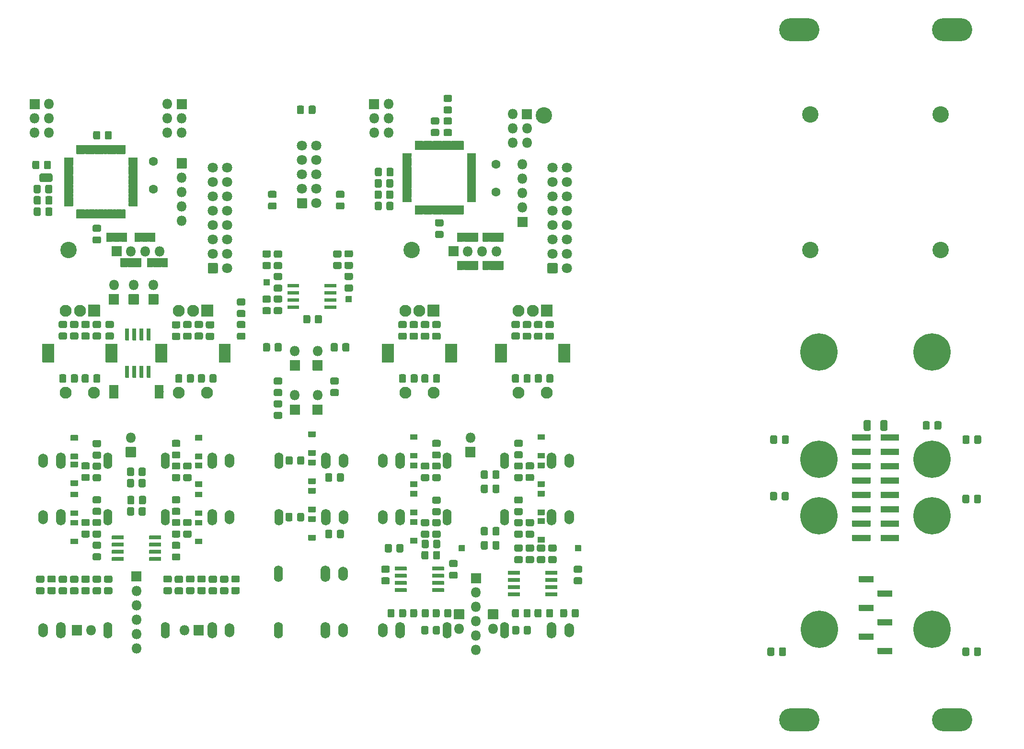
<source format=gbs>
G04 #@! TF.GenerationSoftware,KiCad,Pcbnew,(5.1.9)-1*
G04 #@! TF.CreationDate,2021-05-20T23:06:16+02:00*
G04 #@! TF.ProjectId,KicadJE_OLED_Board,4b696361-644a-4455-9f4f-4c45445f426f,Rev A*
G04 #@! TF.SameCoordinates,Original*
G04 #@! TF.FileFunction,Soldermask,Bot*
G04 #@! TF.FilePolarity,Negative*
%FSLAX46Y46*%
G04 Gerber Fmt 4.6, Leading zero omitted, Abs format (unit mm)*
G04 Created by KiCad (PCBNEW (5.1.9)-1) date 2021-05-20 23:06:16*
%MOMM*%
%LPD*%
G01*
G04 APERTURE LIST*
%ADD10C,2.902000*%
%ADD11O,7.102000X4.102000*%
%ADD12C,6.602000*%
%ADD13O,1.802000X1.802000*%
%ADD14O,1.602000X2.902000*%
%ADD15O,1.702000X2.502000*%
%ADD16O,1.702000X2.902000*%
%ADD17C,1.802000*%
%ADD18C,2.102000*%
%ADD19C,1.602000*%
%ADD20C,0.150000*%
G04 APERTURE END LIST*
G36*
G01*
X102851000Y-62271172D02*
X102851000Y-63228828D01*
G75*
G02*
X102578828Y-63501000I-272172J0D01*
G01*
X101871172Y-63501000D01*
G75*
G02*
X101599000Y-63228828I0J272172D01*
G01*
X101599000Y-62271172D01*
G75*
G02*
X101871172Y-61999000I272172J0D01*
G01*
X102578828Y-61999000D01*
G75*
G02*
X102851000Y-62271172I0J-272172D01*
G01*
G37*
G36*
G01*
X104901000Y-62271172D02*
X104901000Y-63228828D01*
G75*
G02*
X104628828Y-63501000I-272172J0D01*
G01*
X103921172Y-63501000D01*
G75*
G02*
X103649000Y-63228828I0J272172D01*
G01*
X103649000Y-62271172D01*
G75*
G02*
X103921172Y-61999000I272172J0D01*
G01*
X104628828Y-61999000D01*
G75*
G02*
X104901000Y-62271172I0J-272172D01*
G01*
G37*
D10*
X108000000Y-77800000D03*
X192000000Y-54000000D03*
X168600000Y-77800000D03*
D11*
X264100000Y-38800000D03*
D12*
X260600000Y-95800000D03*
D11*
X237100000Y-38800000D03*
X237100000Y-160800000D03*
D12*
X260600000Y-114800000D03*
D11*
X264100000Y-160800000D03*
D12*
X240600000Y-114800000D03*
X240675001Y-144800000D03*
X240600000Y-124800000D03*
X240600000Y-95800000D03*
X260600000Y-144800000D03*
X260600000Y-124800000D03*
G36*
G01*
X248499000Y-109478828D02*
X248499000Y-108121172D01*
G75*
G02*
X248771172Y-107849000I272172J0D01*
G01*
X249478828Y-107849000D01*
G75*
G02*
X249751000Y-108121172I0J-272172D01*
G01*
X249751000Y-109478828D01*
G75*
G02*
X249478828Y-109751000I-272172J0D01*
G01*
X248771172Y-109751000D01*
G75*
G02*
X248499000Y-109478828I0J272172D01*
G01*
G37*
G36*
G01*
X251449000Y-109478828D02*
X251449000Y-108121172D01*
G75*
G02*
X251721172Y-107849000I272172J0D01*
G01*
X252428828Y-107849000D01*
G75*
G02*
X252701000Y-108121172I0J-272172D01*
G01*
X252701000Y-109478828D01*
G75*
G02*
X252428828Y-109751000I-272172J0D01*
G01*
X251721172Y-109751000D01*
G75*
G02*
X251449000Y-109478828I0J272172D01*
G01*
G37*
G36*
G01*
X262226000Y-108321172D02*
X262226000Y-109278828D01*
G75*
G02*
X261953828Y-109551000I-272172J0D01*
G01*
X261246172Y-109551000D01*
G75*
G02*
X260974000Y-109278828I0J272172D01*
G01*
X260974000Y-108321172D01*
G75*
G02*
X261246172Y-108049000I272172J0D01*
G01*
X261953828Y-108049000D01*
G75*
G02*
X262226000Y-108321172I0J-272172D01*
G01*
G37*
G36*
G01*
X260176000Y-108321172D02*
X260176000Y-109278828D01*
G75*
G02*
X259903828Y-109551000I-272172J0D01*
G01*
X259196172Y-109551000D01*
G75*
G02*
X258924000Y-109278828I0J272172D01*
G01*
X258924000Y-108321172D01*
G75*
G02*
X259196172Y-108049000I272172J0D01*
G01*
X259903828Y-108049000D01*
G75*
G02*
X260176000Y-108321172I0J-272172D01*
G01*
G37*
G36*
G01*
X149601000Y-52521172D02*
X149601000Y-53478828D01*
G75*
G02*
X149328828Y-53751000I-272172J0D01*
G01*
X148621172Y-53751000D01*
G75*
G02*
X148349000Y-53478828I0J272172D01*
G01*
X148349000Y-52521172D01*
G75*
G02*
X148621172Y-52249000I272172J0D01*
G01*
X149328828Y-52249000D01*
G75*
G02*
X149601000Y-52521172I0J-272172D01*
G01*
G37*
G36*
G01*
X151651000Y-52521172D02*
X151651000Y-53478828D01*
G75*
G02*
X151378828Y-53751000I-272172J0D01*
G01*
X150671172Y-53751000D01*
G75*
G02*
X150399000Y-53478828I0J272172D01*
G01*
X150399000Y-52521172D01*
G75*
G02*
X150671172Y-52249000I272172J0D01*
G01*
X151378828Y-52249000D01*
G75*
G02*
X151651000Y-52521172I0J-272172D01*
G01*
G37*
G36*
G01*
X235276000Y-110821172D02*
X235276000Y-111778828D01*
G75*
G02*
X235003828Y-112051000I-272172J0D01*
G01*
X234296172Y-112051000D01*
G75*
G02*
X234024000Y-111778828I0J272172D01*
G01*
X234024000Y-110821172D01*
G75*
G02*
X234296172Y-110549000I272172J0D01*
G01*
X235003828Y-110549000D01*
G75*
G02*
X235276000Y-110821172I0J-272172D01*
G01*
G37*
G36*
G01*
X233226000Y-110821172D02*
X233226000Y-111778828D01*
G75*
G02*
X232953828Y-112051000I-272172J0D01*
G01*
X232246172Y-112051000D01*
G75*
G02*
X231974000Y-111778828I0J272172D01*
G01*
X231974000Y-110821172D01*
G75*
G02*
X232246172Y-110549000I272172J0D01*
G01*
X232953828Y-110549000D01*
G75*
G02*
X233226000Y-110821172I0J-272172D01*
G01*
G37*
G36*
G01*
X267999000Y-111778828D02*
X267999000Y-110821172D01*
G75*
G02*
X268271172Y-110549000I272172J0D01*
G01*
X268978828Y-110549000D01*
G75*
G02*
X269251000Y-110821172I0J-272172D01*
G01*
X269251000Y-111778828D01*
G75*
G02*
X268978828Y-112051000I-272172J0D01*
G01*
X268271172Y-112051000D01*
G75*
G02*
X267999000Y-111778828I0J272172D01*
G01*
G37*
G36*
G01*
X265949000Y-111778828D02*
X265949000Y-110821172D01*
G75*
G02*
X266221172Y-110549000I272172J0D01*
G01*
X266928828Y-110549000D01*
G75*
G02*
X267201000Y-110821172I0J-272172D01*
G01*
X267201000Y-111778828D01*
G75*
G02*
X266928828Y-112051000I-272172J0D01*
G01*
X266221172Y-112051000D01*
G75*
G02*
X265949000Y-111778828I0J272172D01*
G01*
G37*
G36*
G01*
X235251000Y-120821172D02*
X235251000Y-121778828D01*
G75*
G02*
X234978828Y-122051000I-272172J0D01*
G01*
X234271172Y-122051000D01*
G75*
G02*
X233999000Y-121778828I0J272172D01*
G01*
X233999000Y-120821172D01*
G75*
G02*
X234271172Y-120549000I272172J0D01*
G01*
X234978828Y-120549000D01*
G75*
G02*
X235251000Y-120821172I0J-272172D01*
G01*
G37*
G36*
G01*
X233201000Y-120821172D02*
X233201000Y-121778828D01*
G75*
G02*
X232928828Y-122051000I-272172J0D01*
G01*
X232221172Y-122051000D01*
G75*
G02*
X231949000Y-121778828I0J272172D01*
G01*
X231949000Y-120821172D01*
G75*
G02*
X232221172Y-120549000I272172J0D01*
G01*
X232928828Y-120549000D01*
G75*
G02*
X233201000Y-120821172I0J-272172D01*
G01*
G37*
G36*
G01*
X265924000Y-122278828D02*
X265924000Y-121321172D01*
G75*
G02*
X266196172Y-121049000I272172J0D01*
G01*
X266903828Y-121049000D01*
G75*
G02*
X267176000Y-121321172I0J-272172D01*
G01*
X267176000Y-122278828D01*
G75*
G02*
X266903828Y-122551000I-272172J0D01*
G01*
X266196172Y-122551000D01*
G75*
G02*
X265924000Y-122278828I0J272172D01*
G01*
G37*
G36*
G01*
X267974000Y-122278828D02*
X267974000Y-121321172D01*
G75*
G02*
X268246172Y-121049000I272172J0D01*
G01*
X268953828Y-121049000D01*
G75*
G02*
X269226000Y-121321172I0J-272172D01*
G01*
X269226000Y-122278828D01*
G75*
G02*
X268953828Y-122551000I-272172J0D01*
G01*
X268246172Y-122551000D01*
G75*
G02*
X267974000Y-122278828I0J272172D01*
G01*
G37*
G36*
G01*
X234776000Y-148321172D02*
X234776000Y-149278828D01*
G75*
G02*
X234503828Y-149551000I-272172J0D01*
G01*
X233796172Y-149551000D01*
G75*
G02*
X233524000Y-149278828I0J272172D01*
G01*
X233524000Y-148321172D01*
G75*
G02*
X233796172Y-148049000I272172J0D01*
G01*
X234503828Y-148049000D01*
G75*
G02*
X234776000Y-148321172I0J-272172D01*
G01*
G37*
G36*
G01*
X232726000Y-148321172D02*
X232726000Y-149278828D01*
G75*
G02*
X232453828Y-149551000I-272172J0D01*
G01*
X231746172Y-149551000D01*
G75*
G02*
X231474000Y-149278828I0J272172D01*
G01*
X231474000Y-148321172D01*
G75*
G02*
X231746172Y-148049000I272172J0D01*
G01*
X232453828Y-148049000D01*
G75*
G02*
X232726000Y-148321172I0J-272172D01*
G01*
G37*
G36*
G01*
X267974000Y-149278828D02*
X267974000Y-148321172D01*
G75*
G02*
X268246172Y-148049000I272172J0D01*
G01*
X268953828Y-148049000D01*
G75*
G02*
X269226000Y-148321172I0J-272172D01*
G01*
X269226000Y-149278828D01*
G75*
G02*
X268953828Y-149551000I-272172J0D01*
G01*
X268246172Y-149551000D01*
G75*
G02*
X267974000Y-149278828I0J272172D01*
G01*
G37*
G36*
G01*
X265924000Y-149278828D02*
X265924000Y-148321172D01*
G75*
G02*
X266196172Y-148049000I272172J0D01*
G01*
X266903828Y-148049000D01*
G75*
G02*
X267176000Y-148321172I0J-272172D01*
G01*
X267176000Y-149278828D01*
G75*
G02*
X266903828Y-149551000I-272172J0D01*
G01*
X266196172Y-149551000D01*
G75*
G02*
X265924000Y-149278828I0J272172D01*
G01*
G37*
G36*
G01*
X253561000Y-137990000D02*
X253561000Y-138990000D01*
G75*
G02*
X253510000Y-139041000I-51000J0D01*
G01*
X251000000Y-139041000D01*
G75*
G02*
X250949000Y-138990000I0J51000D01*
G01*
X250949000Y-137990000D01*
G75*
G02*
X251000000Y-137939000I51000J0D01*
G01*
X253510000Y-137939000D01*
G75*
G02*
X253561000Y-137990000I0J-51000D01*
G01*
G37*
G36*
G01*
X253561000Y-143070000D02*
X253561000Y-144070000D01*
G75*
G02*
X253510000Y-144121000I-51000J0D01*
G01*
X251000000Y-144121000D01*
G75*
G02*
X250949000Y-144070000I0J51000D01*
G01*
X250949000Y-143070000D01*
G75*
G02*
X251000000Y-143019000I51000J0D01*
G01*
X253510000Y-143019000D01*
G75*
G02*
X253561000Y-143070000I0J-51000D01*
G01*
G37*
G36*
G01*
X253561000Y-148150000D02*
X253561000Y-149150000D01*
G75*
G02*
X253510000Y-149201000I-51000J0D01*
G01*
X251000000Y-149201000D01*
G75*
G02*
X250949000Y-149150000I0J51000D01*
G01*
X250949000Y-148150000D01*
G75*
G02*
X251000000Y-148099000I51000J0D01*
G01*
X253510000Y-148099000D01*
G75*
G02*
X253561000Y-148150000I0J-51000D01*
G01*
G37*
G36*
G01*
X250251000Y-135450000D02*
X250251000Y-136450000D01*
G75*
G02*
X250200000Y-136501000I-51000J0D01*
G01*
X247690000Y-136501000D01*
G75*
G02*
X247639000Y-136450000I0J51000D01*
G01*
X247639000Y-135450000D01*
G75*
G02*
X247690000Y-135399000I51000J0D01*
G01*
X250200000Y-135399000D01*
G75*
G02*
X250251000Y-135450000I0J-51000D01*
G01*
G37*
G36*
G01*
X250251000Y-140530000D02*
X250251000Y-141530000D01*
G75*
G02*
X250200000Y-141581000I-51000J0D01*
G01*
X247690000Y-141581000D01*
G75*
G02*
X247639000Y-141530000I0J51000D01*
G01*
X247639000Y-140530000D01*
G75*
G02*
X247690000Y-140479000I51000J0D01*
G01*
X250200000Y-140479000D01*
G75*
G02*
X250251000Y-140530000I0J-51000D01*
G01*
G37*
G36*
G01*
X250251000Y-145610000D02*
X250251000Y-146610000D01*
G75*
G02*
X250200000Y-146661000I-51000J0D01*
G01*
X247690000Y-146661000D01*
G75*
G02*
X247639000Y-146610000I0J51000D01*
G01*
X247639000Y-145610000D01*
G75*
G02*
X247690000Y-145559000I51000J0D01*
G01*
X250200000Y-145559000D01*
G75*
G02*
X250251000Y-145610000I0J-51000D01*
G01*
G37*
G36*
G01*
X254751000Y-110410000D02*
X254751000Y-111410000D01*
G75*
G02*
X254700000Y-111461000I-51000J0D01*
G01*
X251550000Y-111461000D01*
G75*
G02*
X251499000Y-111410000I0J51000D01*
G01*
X251499000Y-110410000D01*
G75*
G02*
X251550000Y-110359000I51000J0D01*
G01*
X254700000Y-110359000D01*
G75*
G02*
X254751000Y-110410000I0J-51000D01*
G01*
G37*
G36*
G01*
X249701000Y-110410000D02*
X249701000Y-111410000D01*
G75*
G02*
X249650000Y-111461000I-51000J0D01*
G01*
X246500000Y-111461000D01*
G75*
G02*
X246449000Y-111410000I0J51000D01*
G01*
X246449000Y-110410000D01*
G75*
G02*
X246500000Y-110359000I51000J0D01*
G01*
X249650000Y-110359000D01*
G75*
G02*
X249701000Y-110410000I0J-51000D01*
G01*
G37*
G36*
G01*
X254751000Y-112950000D02*
X254751000Y-113950000D01*
G75*
G02*
X254700000Y-114001000I-51000J0D01*
G01*
X251550000Y-114001000D01*
G75*
G02*
X251499000Y-113950000I0J51000D01*
G01*
X251499000Y-112950000D01*
G75*
G02*
X251550000Y-112899000I51000J0D01*
G01*
X254700000Y-112899000D01*
G75*
G02*
X254751000Y-112950000I0J-51000D01*
G01*
G37*
G36*
G01*
X249701000Y-112950000D02*
X249701000Y-113950000D01*
G75*
G02*
X249650000Y-114001000I-51000J0D01*
G01*
X246500000Y-114001000D01*
G75*
G02*
X246449000Y-113950000I0J51000D01*
G01*
X246449000Y-112950000D01*
G75*
G02*
X246500000Y-112899000I51000J0D01*
G01*
X249650000Y-112899000D01*
G75*
G02*
X249701000Y-112950000I0J-51000D01*
G01*
G37*
G36*
G01*
X254751000Y-115490000D02*
X254751000Y-116490000D01*
G75*
G02*
X254700000Y-116541000I-51000J0D01*
G01*
X251550000Y-116541000D01*
G75*
G02*
X251499000Y-116490000I0J51000D01*
G01*
X251499000Y-115490000D01*
G75*
G02*
X251550000Y-115439000I51000J0D01*
G01*
X254700000Y-115439000D01*
G75*
G02*
X254751000Y-115490000I0J-51000D01*
G01*
G37*
G36*
G01*
X249701000Y-115490000D02*
X249701000Y-116490000D01*
G75*
G02*
X249650000Y-116541000I-51000J0D01*
G01*
X246500000Y-116541000D01*
G75*
G02*
X246449000Y-116490000I0J51000D01*
G01*
X246449000Y-115490000D01*
G75*
G02*
X246500000Y-115439000I51000J0D01*
G01*
X249650000Y-115439000D01*
G75*
G02*
X249701000Y-115490000I0J-51000D01*
G01*
G37*
G36*
G01*
X254751000Y-118030000D02*
X254751000Y-119030000D01*
G75*
G02*
X254700000Y-119081000I-51000J0D01*
G01*
X251550000Y-119081000D01*
G75*
G02*
X251499000Y-119030000I0J51000D01*
G01*
X251499000Y-118030000D01*
G75*
G02*
X251550000Y-117979000I51000J0D01*
G01*
X254700000Y-117979000D01*
G75*
G02*
X254751000Y-118030000I0J-51000D01*
G01*
G37*
G36*
G01*
X249701000Y-118030000D02*
X249701000Y-119030000D01*
G75*
G02*
X249650000Y-119081000I-51000J0D01*
G01*
X246500000Y-119081000D01*
G75*
G02*
X246449000Y-119030000I0J51000D01*
G01*
X246449000Y-118030000D01*
G75*
G02*
X246500000Y-117979000I51000J0D01*
G01*
X249650000Y-117979000D01*
G75*
G02*
X249701000Y-118030000I0J-51000D01*
G01*
G37*
G36*
G01*
X254751000Y-120570000D02*
X254751000Y-121570000D01*
G75*
G02*
X254700000Y-121621000I-51000J0D01*
G01*
X251550000Y-121621000D01*
G75*
G02*
X251499000Y-121570000I0J51000D01*
G01*
X251499000Y-120570000D01*
G75*
G02*
X251550000Y-120519000I51000J0D01*
G01*
X254700000Y-120519000D01*
G75*
G02*
X254751000Y-120570000I0J-51000D01*
G01*
G37*
G36*
G01*
X249701000Y-120570000D02*
X249701000Y-121570000D01*
G75*
G02*
X249650000Y-121621000I-51000J0D01*
G01*
X246500000Y-121621000D01*
G75*
G02*
X246449000Y-121570000I0J51000D01*
G01*
X246449000Y-120570000D01*
G75*
G02*
X246500000Y-120519000I51000J0D01*
G01*
X249650000Y-120519000D01*
G75*
G02*
X249701000Y-120570000I0J-51000D01*
G01*
G37*
G36*
G01*
X254751000Y-123110000D02*
X254751000Y-124110000D01*
G75*
G02*
X254700000Y-124161000I-51000J0D01*
G01*
X251550000Y-124161000D01*
G75*
G02*
X251499000Y-124110000I0J51000D01*
G01*
X251499000Y-123110000D01*
G75*
G02*
X251550000Y-123059000I51000J0D01*
G01*
X254700000Y-123059000D01*
G75*
G02*
X254751000Y-123110000I0J-51000D01*
G01*
G37*
G36*
G01*
X249701000Y-123110000D02*
X249701000Y-124110000D01*
G75*
G02*
X249650000Y-124161000I-51000J0D01*
G01*
X246500000Y-124161000D01*
G75*
G02*
X246449000Y-124110000I0J51000D01*
G01*
X246449000Y-123110000D01*
G75*
G02*
X246500000Y-123059000I51000J0D01*
G01*
X249650000Y-123059000D01*
G75*
G02*
X249701000Y-123110000I0J-51000D01*
G01*
G37*
G36*
G01*
X254751000Y-125650000D02*
X254751000Y-126650000D01*
G75*
G02*
X254700000Y-126701000I-51000J0D01*
G01*
X251550000Y-126701000D01*
G75*
G02*
X251499000Y-126650000I0J51000D01*
G01*
X251499000Y-125650000D01*
G75*
G02*
X251550000Y-125599000I51000J0D01*
G01*
X254700000Y-125599000D01*
G75*
G02*
X254751000Y-125650000I0J-51000D01*
G01*
G37*
G36*
G01*
X249701000Y-125650000D02*
X249701000Y-126650000D01*
G75*
G02*
X249650000Y-126701000I-51000J0D01*
G01*
X246500000Y-126701000D01*
G75*
G02*
X246449000Y-126650000I0J51000D01*
G01*
X246449000Y-125650000D01*
G75*
G02*
X246500000Y-125599000I51000J0D01*
G01*
X249650000Y-125599000D01*
G75*
G02*
X249701000Y-125650000I0J-51000D01*
G01*
G37*
G36*
G01*
X254751000Y-128190000D02*
X254751000Y-129190000D01*
G75*
G02*
X254700000Y-129241000I-51000J0D01*
G01*
X251550000Y-129241000D01*
G75*
G02*
X251499000Y-129190000I0J51000D01*
G01*
X251499000Y-128190000D01*
G75*
G02*
X251550000Y-128139000I51000J0D01*
G01*
X254700000Y-128139000D01*
G75*
G02*
X254751000Y-128190000I0J-51000D01*
G01*
G37*
G36*
G01*
X249701000Y-128190000D02*
X249701000Y-129190000D01*
G75*
G02*
X249650000Y-129241000I-51000J0D01*
G01*
X246500000Y-129241000D01*
G75*
G02*
X246449000Y-129190000I0J51000D01*
G01*
X246449000Y-128190000D01*
G75*
G02*
X246500000Y-128139000I51000J0D01*
G01*
X249650000Y-128139000D01*
G75*
G02*
X249701000Y-128190000I0J-51000D01*
G01*
G37*
D10*
X239100000Y-77800000D03*
X239100000Y-53800000D03*
X262100000Y-77800000D03*
X262100000Y-53800000D03*
G36*
G01*
X172271172Y-54349000D02*
X173228828Y-54349000D01*
G75*
G02*
X173501000Y-54621172I0J-272172D01*
G01*
X173501000Y-55328828D01*
G75*
G02*
X173228828Y-55601000I-272172J0D01*
G01*
X172271172Y-55601000D01*
G75*
G02*
X171999000Y-55328828I0J272172D01*
G01*
X171999000Y-54621172D01*
G75*
G02*
X172271172Y-54349000I272172J0D01*
G01*
G37*
G36*
G01*
X172271172Y-56399000D02*
X173228828Y-56399000D01*
G75*
G02*
X173501000Y-56671172I0J-272172D01*
G01*
X173501000Y-57378828D01*
G75*
G02*
X173228828Y-57651000I-272172J0D01*
G01*
X172271172Y-57651000D01*
G75*
G02*
X171999000Y-57378828I0J272172D01*
G01*
X171999000Y-56671172D01*
G75*
G02*
X172271172Y-56399000I272172J0D01*
G01*
G37*
G36*
G01*
X173978828Y-75651000D02*
X173021172Y-75651000D01*
G75*
G02*
X172749000Y-75378828I0J272172D01*
G01*
X172749000Y-74671172D01*
G75*
G02*
X173021172Y-74399000I272172J0D01*
G01*
X173978828Y-74399000D01*
G75*
G02*
X174251000Y-74671172I0J-272172D01*
G01*
X174251000Y-75378828D01*
G75*
G02*
X173978828Y-75651000I-272172J0D01*
G01*
G37*
G36*
G01*
X173978828Y-73601000D02*
X173021172Y-73601000D01*
G75*
G02*
X172749000Y-73328828I0J272172D01*
G01*
X172749000Y-72621172D01*
G75*
G02*
X173021172Y-72349000I272172J0D01*
G01*
X173978828Y-72349000D01*
G75*
G02*
X174251000Y-72621172I0J-272172D01*
G01*
X174251000Y-73328828D01*
G75*
G02*
X173978828Y-73601000I-272172J0D01*
G01*
G37*
G36*
G01*
X164124000Y-66478828D02*
X164124000Y-65521172D01*
G75*
G02*
X164396172Y-65249000I272172J0D01*
G01*
X165103828Y-65249000D01*
G75*
G02*
X165376000Y-65521172I0J-272172D01*
G01*
X165376000Y-66478828D01*
G75*
G02*
X165103828Y-66751000I-272172J0D01*
G01*
X164396172Y-66751000D01*
G75*
G02*
X164124000Y-66478828I0J272172D01*
G01*
G37*
G36*
G01*
X162074000Y-66478828D02*
X162074000Y-65521172D01*
G75*
G02*
X162346172Y-65249000I272172J0D01*
G01*
X163053828Y-65249000D01*
G75*
G02*
X163326000Y-65521172I0J-272172D01*
G01*
X163326000Y-66478828D01*
G75*
G02*
X163053828Y-66751000I-272172J0D01*
G01*
X162346172Y-66751000D01*
G75*
G02*
X162074000Y-66478828I0J272172D01*
G01*
G37*
G36*
G01*
X165426000Y-63521172D02*
X165426000Y-64478828D01*
G75*
G02*
X165153828Y-64751000I-272172J0D01*
G01*
X164446172Y-64751000D01*
G75*
G02*
X164174000Y-64478828I0J272172D01*
G01*
X164174000Y-63521172D01*
G75*
G02*
X164446172Y-63249000I272172J0D01*
G01*
X165153828Y-63249000D01*
G75*
G02*
X165426000Y-63521172I0J-272172D01*
G01*
G37*
G36*
G01*
X163376000Y-63521172D02*
X163376000Y-64478828D01*
G75*
G02*
X163103828Y-64751000I-272172J0D01*
G01*
X162396172Y-64751000D01*
G75*
G02*
X162124000Y-64478828I0J272172D01*
G01*
X162124000Y-63521172D01*
G75*
G02*
X162396172Y-63249000I272172J0D01*
G01*
X163103828Y-63249000D01*
G75*
G02*
X163376000Y-63521172I0J-272172D01*
G01*
G37*
G36*
G01*
X174521172Y-50349000D02*
X175478828Y-50349000D01*
G75*
G02*
X175751000Y-50621172I0J-272172D01*
G01*
X175751000Y-51328828D01*
G75*
G02*
X175478828Y-51601000I-272172J0D01*
G01*
X174521172Y-51601000D01*
G75*
G02*
X174249000Y-51328828I0J272172D01*
G01*
X174249000Y-50621172D01*
G75*
G02*
X174521172Y-50349000I272172J0D01*
G01*
G37*
G36*
G01*
X174521172Y-52399000D02*
X175478828Y-52399000D01*
G75*
G02*
X175751000Y-52671172I0J-272172D01*
G01*
X175751000Y-53378828D01*
G75*
G02*
X175478828Y-53651000I-272172J0D01*
G01*
X174521172Y-53651000D01*
G75*
G02*
X174249000Y-53378828I0J272172D01*
G01*
X174249000Y-52671172D01*
G75*
G02*
X174521172Y-52399000I272172J0D01*
G01*
G37*
G36*
G01*
X176850000Y-78901000D02*
X175150000Y-78901000D01*
G75*
G02*
X175099000Y-78850000I0J51000D01*
G01*
X175099000Y-77150000D01*
G75*
G02*
X175150000Y-77099000I51000J0D01*
G01*
X176850000Y-77099000D01*
G75*
G02*
X176901000Y-77150000I0J-51000D01*
G01*
X176901000Y-78850000D01*
G75*
G02*
X176850000Y-78901000I-51000J0D01*
G01*
G37*
D13*
X178540000Y-78000000D03*
X181080000Y-78000000D03*
X183620000Y-78000000D03*
D14*
X174920000Y-115000000D03*
D15*
X163520000Y-115000000D03*
D16*
X166620000Y-115000000D03*
X193380000Y-115000000D03*
D15*
X196480000Y-115000000D03*
D14*
X185080000Y-115000000D03*
D16*
X166620000Y-125000000D03*
D15*
X163520000Y-125000000D03*
D14*
X174920000Y-125000000D03*
D16*
X193380000Y-125000000D03*
D15*
X196480000Y-125000000D03*
D14*
X185080000Y-125000000D03*
D13*
X180000000Y-148500000D03*
X180000000Y-145960000D03*
X180000000Y-143420000D03*
X180000000Y-140880000D03*
X180000000Y-138340000D03*
G36*
G01*
X179099000Y-136650000D02*
X179099000Y-134950000D01*
G75*
G02*
X179150000Y-134899000I51000J0D01*
G01*
X180850000Y-134899000D01*
G75*
G02*
X180901000Y-134950000I0J-51000D01*
G01*
X180901000Y-136650000D01*
G75*
G02*
X180850000Y-136701000I-51000J0D01*
G01*
X179150000Y-136701000D01*
G75*
G02*
X179099000Y-136650000I0J51000D01*
G01*
G37*
G36*
G01*
X179901000Y-112650000D02*
X179901000Y-114350000D01*
G75*
G02*
X179850000Y-114401000I-51000J0D01*
G01*
X178150000Y-114401000D01*
G75*
G02*
X178099000Y-114350000I0J51000D01*
G01*
X178099000Y-112650000D01*
G75*
G02*
X178150000Y-112599000I51000J0D01*
G01*
X179850000Y-112599000D01*
G75*
G02*
X179901000Y-112650000I0J-51000D01*
G01*
G37*
X179000000Y-110960000D03*
X183000000Y-144740000D03*
G36*
G01*
X183901000Y-141350000D02*
X183901000Y-143050000D01*
G75*
G02*
X183850000Y-143101000I-51000J0D01*
G01*
X182150000Y-143101000D01*
G75*
G02*
X182099000Y-143050000I0J51000D01*
G01*
X182099000Y-141350000D01*
G75*
G02*
X182150000Y-141299000I51000J0D01*
G01*
X183850000Y-141299000D01*
G75*
G02*
X183901000Y-141350000I0J-51000D01*
G01*
G37*
G36*
G01*
X177901000Y-141350000D02*
X177901000Y-143050000D01*
G75*
G02*
X177850000Y-143101000I-51000J0D01*
G01*
X176150000Y-143101000D01*
G75*
G02*
X176099000Y-143050000I0J51000D01*
G01*
X176099000Y-141350000D01*
G75*
G02*
X176150000Y-141299000I51000J0D01*
G01*
X177850000Y-141299000D01*
G75*
G02*
X177901000Y-141350000I0J-51000D01*
G01*
G37*
X177000000Y-144740000D03*
D14*
X174920000Y-145000000D03*
D15*
X163520000Y-145000000D03*
D16*
X166620000Y-145000000D03*
X193380000Y-145000000D03*
D15*
X196480000Y-145000000D03*
D14*
X185080000Y-145000000D03*
G36*
G01*
X189901000Y-52900000D02*
X189901000Y-54600000D01*
G75*
G02*
X189850000Y-54651000I-51000J0D01*
G01*
X188150000Y-54651000D01*
G75*
G02*
X188099000Y-54600000I0J51000D01*
G01*
X188099000Y-52900000D01*
G75*
G02*
X188150000Y-52849000I51000J0D01*
G01*
X189850000Y-52849000D01*
G75*
G02*
X189901000Y-52900000I0J-51000D01*
G01*
G37*
D13*
X186460000Y-53750000D03*
X189000000Y-56290000D03*
X186460000Y-56290000D03*
X189000000Y-58830000D03*
X186460000Y-58830000D03*
G36*
G01*
X192599000Y-81636000D02*
X192599000Y-80364000D01*
G75*
G02*
X192864000Y-80099000I265000J0D01*
G01*
X194136000Y-80099000D01*
G75*
G02*
X194401000Y-80364000I0J-265000D01*
G01*
X194401000Y-81636000D01*
G75*
G02*
X194136000Y-81901000I-265000J0D01*
G01*
X192864000Y-81901000D01*
G75*
G02*
X192599000Y-81636000I0J265000D01*
G01*
G37*
D17*
X193500000Y-78460000D03*
X193500000Y-75920000D03*
X193500000Y-73380000D03*
X193500000Y-70840000D03*
X193500000Y-68300000D03*
X193500000Y-65760000D03*
X193500000Y-63220000D03*
X196040000Y-81000000D03*
X196040000Y-78460000D03*
X196040000Y-75920000D03*
X196040000Y-73380000D03*
X196040000Y-70840000D03*
X196040000Y-68300000D03*
X196040000Y-65760000D03*
X196040000Y-63220000D03*
G36*
G01*
X165376000Y-67521172D02*
X165376000Y-68478828D01*
G75*
G02*
X165103828Y-68751000I-272172J0D01*
G01*
X164396172Y-68751000D01*
G75*
G02*
X164124000Y-68478828I0J272172D01*
G01*
X164124000Y-67521172D01*
G75*
G02*
X164396172Y-67249000I272172J0D01*
G01*
X165103828Y-67249000D01*
G75*
G02*
X165376000Y-67521172I0J-272172D01*
G01*
G37*
G36*
G01*
X163326000Y-67521172D02*
X163326000Y-68478828D01*
G75*
G02*
X163053828Y-68751000I-272172J0D01*
G01*
X162346172Y-68751000D01*
G75*
G02*
X162074000Y-68478828I0J272172D01*
G01*
X162074000Y-67521172D01*
G75*
G02*
X162346172Y-67249000I272172J0D01*
G01*
X163053828Y-67249000D01*
G75*
G02*
X163326000Y-67521172I0J-272172D01*
G01*
G37*
G36*
G01*
X174521172Y-54349000D02*
X175478828Y-54349000D01*
G75*
G02*
X175751000Y-54621172I0J-272172D01*
G01*
X175751000Y-55328828D01*
G75*
G02*
X175478828Y-55601000I-272172J0D01*
G01*
X174521172Y-55601000D01*
G75*
G02*
X174249000Y-55328828I0J272172D01*
G01*
X174249000Y-54621172D01*
G75*
G02*
X174521172Y-54349000I272172J0D01*
G01*
G37*
G36*
G01*
X174521172Y-56399000D02*
X175478828Y-56399000D01*
G75*
G02*
X175751000Y-56671172I0J-272172D01*
G01*
X175751000Y-57378828D01*
G75*
G02*
X175478828Y-57651000I-272172J0D01*
G01*
X174521172Y-57651000D01*
G75*
G02*
X174249000Y-57378828I0J272172D01*
G01*
X174249000Y-56671172D01*
G75*
G02*
X174521172Y-56399000I272172J0D01*
G01*
G37*
G36*
G01*
X165401000Y-69521172D02*
X165401000Y-70478828D01*
G75*
G02*
X165128828Y-70751000I-272172J0D01*
G01*
X164421172Y-70751000D01*
G75*
G02*
X164149000Y-70478828I0J272172D01*
G01*
X164149000Y-69521172D01*
G75*
G02*
X164421172Y-69249000I272172J0D01*
G01*
X165128828Y-69249000D01*
G75*
G02*
X165401000Y-69521172I0J-272172D01*
G01*
G37*
G36*
G01*
X163351000Y-69521172D02*
X163351000Y-70478828D01*
G75*
G02*
X163078828Y-70751000I-272172J0D01*
G01*
X162371172Y-70751000D01*
G75*
G02*
X162099000Y-70478828I0J272172D01*
G01*
X162099000Y-69521172D01*
G75*
G02*
X162371172Y-69249000I272172J0D01*
G01*
X163078828Y-69249000D01*
G75*
G02*
X163351000Y-69521172I0J-272172D01*
G01*
G37*
D18*
X167500000Y-103000000D03*
X172500000Y-103000000D03*
G36*
G01*
X163400000Y-94349000D02*
X165400000Y-94349000D01*
G75*
G02*
X165451000Y-94400000I0J-51000D01*
G01*
X165451000Y-97600000D01*
G75*
G02*
X165400000Y-97651000I-51000J0D01*
G01*
X163400000Y-97651000D01*
G75*
G02*
X163349000Y-97600000I0J51000D01*
G01*
X163349000Y-94400000D01*
G75*
G02*
X163400000Y-94349000I51000J0D01*
G01*
G37*
G36*
G01*
X174600000Y-94349000D02*
X176600000Y-94349000D01*
G75*
G02*
X176651000Y-94400000I0J-51000D01*
G01*
X176651000Y-97600000D01*
G75*
G02*
X176600000Y-97651000I-51000J0D01*
G01*
X174600000Y-97651000D01*
G75*
G02*
X174549000Y-97600000I0J51000D01*
G01*
X174549000Y-94400000D01*
G75*
G02*
X174600000Y-94349000I51000J0D01*
G01*
G37*
X167500000Y-88500000D03*
X170000000Y-88500000D03*
G36*
G01*
X171500000Y-87449000D02*
X173500000Y-87449000D01*
G75*
G02*
X173551000Y-87500000I0J-51000D01*
G01*
X173551000Y-89500000D01*
G75*
G02*
X173500000Y-89551000I-51000J0D01*
G01*
X171500000Y-89551000D01*
G75*
G02*
X171449000Y-89500000I0J51000D01*
G01*
X171449000Y-87500000D01*
G75*
G02*
X171500000Y-87449000I51000J0D01*
G01*
G37*
G36*
G01*
X180001000Y-60725000D02*
X180001000Y-61275000D01*
G75*
G02*
X179950000Y-61326000I-51000J0D01*
G01*
X178450000Y-61326000D01*
G75*
G02*
X178399000Y-61275000I0J51000D01*
G01*
X178399000Y-60725000D01*
G75*
G02*
X178450000Y-60674000I51000J0D01*
G01*
X179950000Y-60674000D01*
G75*
G02*
X180001000Y-60725000I0J-51000D01*
G01*
G37*
G36*
G01*
X180001000Y-61525000D02*
X180001000Y-62075000D01*
G75*
G02*
X179950000Y-62126000I-51000J0D01*
G01*
X178450000Y-62126000D01*
G75*
G02*
X178399000Y-62075000I0J51000D01*
G01*
X178399000Y-61525000D01*
G75*
G02*
X178450000Y-61474000I51000J0D01*
G01*
X179950000Y-61474000D01*
G75*
G02*
X180001000Y-61525000I0J-51000D01*
G01*
G37*
G36*
G01*
X180001000Y-62325000D02*
X180001000Y-62875000D01*
G75*
G02*
X179950000Y-62926000I-51000J0D01*
G01*
X178450000Y-62926000D01*
G75*
G02*
X178399000Y-62875000I0J51000D01*
G01*
X178399000Y-62325000D01*
G75*
G02*
X178450000Y-62274000I51000J0D01*
G01*
X179950000Y-62274000D01*
G75*
G02*
X180001000Y-62325000I0J-51000D01*
G01*
G37*
G36*
G01*
X180001000Y-63125000D02*
X180001000Y-63675000D01*
G75*
G02*
X179950000Y-63726000I-51000J0D01*
G01*
X178450000Y-63726000D01*
G75*
G02*
X178399000Y-63675000I0J51000D01*
G01*
X178399000Y-63125000D01*
G75*
G02*
X178450000Y-63074000I51000J0D01*
G01*
X179950000Y-63074000D01*
G75*
G02*
X180001000Y-63125000I0J-51000D01*
G01*
G37*
G36*
G01*
X180001000Y-63925000D02*
X180001000Y-64475000D01*
G75*
G02*
X179950000Y-64526000I-51000J0D01*
G01*
X178450000Y-64526000D01*
G75*
G02*
X178399000Y-64475000I0J51000D01*
G01*
X178399000Y-63925000D01*
G75*
G02*
X178450000Y-63874000I51000J0D01*
G01*
X179950000Y-63874000D01*
G75*
G02*
X180001000Y-63925000I0J-51000D01*
G01*
G37*
G36*
G01*
X180001000Y-64725000D02*
X180001000Y-65275000D01*
G75*
G02*
X179950000Y-65326000I-51000J0D01*
G01*
X178450000Y-65326000D01*
G75*
G02*
X178399000Y-65275000I0J51000D01*
G01*
X178399000Y-64725000D01*
G75*
G02*
X178450000Y-64674000I51000J0D01*
G01*
X179950000Y-64674000D01*
G75*
G02*
X180001000Y-64725000I0J-51000D01*
G01*
G37*
G36*
G01*
X180001000Y-65525000D02*
X180001000Y-66075000D01*
G75*
G02*
X179950000Y-66126000I-51000J0D01*
G01*
X178450000Y-66126000D01*
G75*
G02*
X178399000Y-66075000I0J51000D01*
G01*
X178399000Y-65525000D01*
G75*
G02*
X178450000Y-65474000I51000J0D01*
G01*
X179950000Y-65474000D01*
G75*
G02*
X180001000Y-65525000I0J-51000D01*
G01*
G37*
G36*
G01*
X180001000Y-66325000D02*
X180001000Y-66875000D01*
G75*
G02*
X179950000Y-66926000I-51000J0D01*
G01*
X178450000Y-66926000D01*
G75*
G02*
X178399000Y-66875000I0J51000D01*
G01*
X178399000Y-66325000D01*
G75*
G02*
X178450000Y-66274000I51000J0D01*
G01*
X179950000Y-66274000D01*
G75*
G02*
X180001000Y-66325000I0J-51000D01*
G01*
G37*
G36*
G01*
X180001000Y-67125000D02*
X180001000Y-67675000D01*
G75*
G02*
X179950000Y-67726000I-51000J0D01*
G01*
X178450000Y-67726000D01*
G75*
G02*
X178399000Y-67675000I0J51000D01*
G01*
X178399000Y-67125000D01*
G75*
G02*
X178450000Y-67074000I51000J0D01*
G01*
X179950000Y-67074000D01*
G75*
G02*
X180001000Y-67125000I0J-51000D01*
G01*
G37*
G36*
G01*
X180001000Y-67925000D02*
X180001000Y-68475000D01*
G75*
G02*
X179950000Y-68526000I-51000J0D01*
G01*
X178450000Y-68526000D01*
G75*
G02*
X178399000Y-68475000I0J51000D01*
G01*
X178399000Y-67925000D01*
G75*
G02*
X178450000Y-67874000I51000J0D01*
G01*
X179950000Y-67874000D01*
G75*
G02*
X180001000Y-67925000I0J-51000D01*
G01*
G37*
G36*
G01*
X180001000Y-68725000D02*
X180001000Y-69275000D01*
G75*
G02*
X179950000Y-69326000I-51000J0D01*
G01*
X178450000Y-69326000D01*
G75*
G02*
X178399000Y-69275000I0J51000D01*
G01*
X178399000Y-68725000D01*
G75*
G02*
X178450000Y-68674000I51000J0D01*
G01*
X179950000Y-68674000D01*
G75*
G02*
X180001000Y-68725000I0J-51000D01*
G01*
G37*
G36*
G01*
X177775000Y-71501000D02*
X177225000Y-71501000D01*
G75*
G02*
X177174000Y-71450000I0J51000D01*
G01*
X177174000Y-69950000D01*
G75*
G02*
X177225000Y-69899000I51000J0D01*
G01*
X177775000Y-69899000D01*
G75*
G02*
X177826000Y-69950000I0J-51000D01*
G01*
X177826000Y-71450000D01*
G75*
G02*
X177775000Y-71501000I-51000J0D01*
G01*
G37*
G36*
G01*
X176975000Y-71501000D02*
X176425000Y-71501000D01*
G75*
G02*
X176374000Y-71450000I0J51000D01*
G01*
X176374000Y-69950000D01*
G75*
G02*
X176425000Y-69899000I51000J0D01*
G01*
X176975000Y-69899000D01*
G75*
G02*
X177026000Y-69950000I0J-51000D01*
G01*
X177026000Y-71450000D01*
G75*
G02*
X176975000Y-71501000I-51000J0D01*
G01*
G37*
G36*
G01*
X176175000Y-71501000D02*
X175625000Y-71501000D01*
G75*
G02*
X175574000Y-71450000I0J51000D01*
G01*
X175574000Y-69950000D01*
G75*
G02*
X175625000Y-69899000I51000J0D01*
G01*
X176175000Y-69899000D01*
G75*
G02*
X176226000Y-69950000I0J-51000D01*
G01*
X176226000Y-71450000D01*
G75*
G02*
X176175000Y-71501000I-51000J0D01*
G01*
G37*
G36*
G01*
X175375000Y-71501000D02*
X174825000Y-71501000D01*
G75*
G02*
X174774000Y-71450000I0J51000D01*
G01*
X174774000Y-69950000D01*
G75*
G02*
X174825000Y-69899000I51000J0D01*
G01*
X175375000Y-69899000D01*
G75*
G02*
X175426000Y-69950000I0J-51000D01*
G01*
X175426000Y-71450000D01*
G75*
G02*
X175375000Y-71501000I-51000J0D01*
G01*
G37*
G36*
G01*
X174575000Y-71501000D02*
X174025000Y-71501000D01*
G75*
G02*
X173974000Y-71450000I0J51000D01*
G01*
X173974000Y-69950000D01*
G75*
G02*
X174025000Y-69899000I51000J0D01*
G01*
X174575000Y-69899000D01*
G75*
G02*
X174626000Y-69950000I0J-51000D01*
G01*
X174626000Y-71450000D01*
G75*
G02*
X174575000Y-71501000I-51000J0D01*
G01*
G37*
G36*
G01*
X173775000Y-71501000D02*
X173225000Y-71501000D01*
G75*
G02*
X173174000Y-71450000I0J51000D01*
G01*
X173174000Y-69950000D01*
G75*
G02*
X173225000Y-69899000I51000J0D01*
G01*
X173775000Y-69899000D01*
G75*
G02*
X173826000Y-69950000I0J-51000D01*
G01*
X173826000Y-71450000D01*
G75*
G02*
X173775000Y-71501000I-51000J0D01*
G01*
G37*
G36*
G01*
X172975000Y-71501000D02*
X172425000Y-71501000D01*
G75*
G02*
X172374000Y-71450000I0J51000D01*
G01*
X172374000Y-69950000D01*
G75*
G02*
X172425000Y-69899000I51000J0D01*
G01*
X172975000Y-69899000D01*
G75*
G02*
X173026000Y-69950000I0J-51000D01*
G01*
X173026000Y-71450000D01*
G75*
G02*
X172975000Y-71501000I-51000J0D01*
G01*
G37*
G36*
G01*
X172175000Y-71501000D02*
X171625000Y-71501000D01*
G75*
G02*
X171574000Y-71450000I0J51000D01*
G01*
X171574000Y-69950000D01*
G75*
G02*
X171625000Y-69899000I51000J0D01*
G01*
X172175000Y-69899000D01*
G75*
G02*
X172226000Y-69950000I0J-51000D01*
G01*
X172226000Y-71450000D01*
G75*
G02*
X172175000Y-71501000I-51000J0D01*
G01*
G37*
G36*
G01*
X171375000Y-71501000D02*
X170825000Y-71501000D01*
G75*
G02*
X170774000Y-71450000I0J51000D01*
G01*
X170774000Y-69950000D01*
G75*
G02*
X170825000Y-69899000I51000J0D01*
G01*
X171375000Y-69899000D01*
G75*
G02*
X171426000Y-69950000I0J-51000D01*
G01*
X171426000Y-71450000D01*
G75*
G02*
X171375000Y-71501000I-51000J0D01*
G01*
G37*
G36*
G01*
X170575000Y-71501000D02*
X170025000Y-71501000D01*
G75*
G02*
X169974000Y-71450000I0J51000D01*
G01*
X169974000Y-69950000D01*
G75*
G02*
X170025000Y-69899000I51000J0D01*
G01*
X170575000Y-69899000D01*
G75*
G02*
X170626000Y-69950000I0J-51000D01*
G01*
X170626000Y-71450000D01*
G75*
G02*
X170575000Y-71501000I-51000J0D01*
G01*
G37*
G36*
G01*
X169775000Y-71501000D02*
X169225000Y-71501000D01*
G75*
G02*
X169174000Y-71450000I0J51000D01*
G01*
X169174000Y-69950000D01*
G75*
G02*
X169225000Y-69899000I51000J0D01*
G01*
X169775000Y-69899000D01*
G75*
G02*
X169826000Y-69950000I0J-51000D01*
G01*
X169826000Y-71450000D01*
G75*
G02*
X169775000Y-71501000I-51000J0D01*
G01*
G37*
G36*
G01*
X168601000Y-68725000D02*
X168601000Y-69275000D01*
G75*
G02*
X168550000Y-69326000I-51000J0D01*
G01*
X167050000Y-69326000D01*
G75*
G02*
X166999000Y-69275000I0J51000D01*
G01*
X166999000Y-68725000D01*
G75*
G02*
X167050000Y-68674000I51000J0D01*
G01*
X168550000Y-68674000D01*
G75*
G02*
X168601000Y-68725000I0J-51000D01*
G01*
G37*
G36*
G01*
X168601000Y-67925000D02*
X168601000Y-68475000D01*
G75*
G02*
X168550000Y-68526000I-51000J0D01*
G01*
X167050000Y-68526000D01*
G75*
G02*
X166999000Y-68475000I0J51000D01*
G01*
X166999000Y-67925000D01*
G75*
G02*
X167050000Y-67874000I51000J0D01*
G01*
X168550000Y-67874000D01*
G75*
G02*
X168601000Y-67925000I0J-51000D01*
G01*
G37*
G36*
G01*
X168601000Y-67125000D02*
X168601000Y-67675000D01*
G75*
G02*
X168550000Y-67726000I-51000J0D01*
G01*
X167050000Y-67726000D01*
G75*
G02*
X166999000Y-67675000I0J51000D01*
G01*
X166999000Y-67125000D01*
G75*
G02*
X167050000Y-67074000I51000J0D01*
G01*
X168550000Y-67074000D01*
G75*
G02*
X168601000Y-67125000I0J-51000D01*
G01*
G37*
G36*
G01*
X168601000Y-66325000D02*
X168601000Y-66875000D01*
G75*
G02*
X168550000Y-66926000I-51000J0D01*
G01*
X167050000Y-66926000D01*
G75*
G02*
X166999000Y-66875000I0J51000D01*
G01*
X166999000Y-66325000D01*
G75*
G02*
X167050000Y-66274000I51000J0D01*
G01*
X168550000Y-66274000D01*
G75*
G02*
X168601000Y-66325000I0J-51000D01*
G01*
G37*
G36*
G01*
X168601000Y-65525000D02*
X168601000Y-66075000D01*
G75*
G02*
X168550000Y-66126000I-51000J0D01*
G01*
X167050000Y-66126000D01*
G75*
G02*
X166999000Y-66075000I0J51000D01*
G01*
X166999000Y-65525000D01*
G75*
G02*
X167050000Y-65474000I51000J0D01*
G01*
X168550000Y-65474000D01*
G75*
G02*
X168601000Y-65525000I0J-51000D01*
G01*
G37*
G36*
G01*
X168601000Y-64725000D02*
X168601000Y-65275000D01*
G75*
G02*
X168550000Y-65326000I-51000J0D01*
G01*
X167050000Y-65326000D01*
G75*
G02*
X166999000Y-65275000I0J51000D01*
G01*
X166999000Y-64725000D01*
G75*
G02*
X167050000Y-64674000I51000J0D01*
G01*
X168550000Y-64674000D01*
G75*
G02*
X168601000Y-64725000I0J-51000D01*
G01*
G37*
G36*
G01*
X168601000Y-63925000D02*
X168601000Y-64475000D01*
G75*
G02*
X168550000Y-64526000I-51000J0D01*
G01*
X167050000Y-64526000D01*
G75*
G02*
X166999000Y-64475000I0J51000D01*
G01*
X166999000Y-63925000D01*
G75*
G02*
X167050000Y-63874000I51000J0D01*
G01*
X168550000Y-63874000D01*
G75*
G02*
X168601000Y-63925000I0J-51000D01*
G01*
G37*
G36*
G01*
X168601000Y-63125000D02*
X168601000Y-63675000D01*
G75*
G02*
X168550000Y-63726000I-51000J0D01*
G01*
X167050000Y-63726000D01*
G75*
G02*
X166999000Y-63675000I0J51000D01*
G01*
X166999000Y-63125000D01*
G75*
G02*
X167050000Y-63074000I51000J0D01*
G01*
X168550000Y-63074000D01*
G75*
G02*
X168601000Y-63125000I0J-51000D01*
G01*
G37*
G36*
G01*
X168601000Y-62325000D02*
X168601000Y-62875000D01*
G75*
G02*
X168550000Y-62926000I-51000J0D01*
G01*
X167050000Y-62926000D01*
G75*
G02*
X166999000Y-62875000I0J51000D01*
G01*
X166999000Y-62325000D01*
G75*
G02*
X167050000Y-62274000I51000J0D01*
G01*
X168550000Y-62274000D01*
G75*
G02*
X168601000Y-62325000I0J-51000D01*
G01*
G37*
G36*
G01*
X168601000Y-61525000D02*
X168601000Y-62075000D01*
G75*
G02*
X168550000Y-62126000I-51000J0D01*
G01*
X167050000Y-62126000D01*
G75*
G02*
X166999000Y-62075000I0J51000D01*
G01*
X166999000Y-61525000D01*
G75*
G02*
X167050000Y-61474000I51000J0D01*
G01*
X168550000Y-61474000D01*
G75*
G02*
X168601000Y-61525000I0J-51000D01*
G01*
G37*
G36*
G01*
X168601000Y-60725000D02*
X168601000Y-61275000D01*
G75*
G02*
X168550000Y-61326000I-51000J0D01*
G01*
X167050000Y-61326000D01*
G75*
G02*
X166999000Y-61275000I0J51000D01*
G01*
X166999000Y-60725000D01*
G75*
G02*
X167050000Y-60674000I51000J0D01*
G01*
X168550000Y-60674000D01*
G75*
G02*
X168601000Y-60725000I0J-51000D01*
G01*
G37*
G36*
G01*
X169775000Y-60101000D02*
X169225000Y-60101000D01*
G75*
G02*
X169174000Y-60050000I0J51000D01*
G01*
X169174000Y-58550000D01*
G75*
G02*
X169225000Y-58499000I51000J0D01*
G01*
X169775000Y-58499000D01*
G75*
G02*
X169826000Y-58550000I0J-51000D01*
G01*
X169826000Y-60050000D01*
G75*
G02*
X169775000Y-60101000I-51000J0D01*
G01*
G37*
G36*
G01*
X170575000Y-60101000D02*
X170025000Y-60101000D01*
G75*
G02*
X169974000Y-60050000I0J51000D01*
G01*
X169974000Y-58550000D01*
G75*
G02*
X170025000Y-58499000I51000J0D01*
G01*
X170575000Y-58499000D01*
G75*
G02*
X170626000Y-58550000I0J-51000D01*
G01*
X170626000Y-60050000D01*
G75*
G02*
X170575000Y-60101000I-51000J0D01*
G01*
G37*
G36*
G01*
X171375000Y-60101000D02*
X170825000Y-60101000D01*
G75*
G02*
X170774000Y-60050000I0J51000D01*
G01*
X170774000Y-58550000D01*
G75*
G02*
X170825000Y-58499000I51000J0D01*
G01*
X171375000Y-58499000D01*
G75*
G02*
X171426000Y-58550000I0J-51000D01*
G01*
X171426000Y-60050000D01*
G75*
G02*
X171375000Y-60101000I-51000J0D01*
G01*
G37*
G36*
G01*
X172175000Y-60101000D02*
X171625000Y-60101000D01*
G75*
G02*
X171574000Y-60050000I0J51000D01*
G01*
X171574000Y-58550000D01*
G75*
G02*
X171625000Y-58499000I51000J0D01*
G01*
X172175000Y-58499000D01*
G75*
G02*
X172226000Y-58550000I0J-51000D01*
G01*
X172226000Y-60050000D01*
G75*
G02*
X172175000Y-60101000I-51000J0D01*
G01*
G37*
G36*
G01*
X172975000Y-60101000D02*
X172425000Y-60101000D01*
G75*
G02*
X172374000Y-60050000I0J51000D01*
G01*
X172374000Y-58550000D01*
G75*
G02*
X172425000Y-58499000I51000J0D01*
G01*
X172975000Y-58499000D01*
G75*
G02*
X173026000Y-58550000I0J-51000D01*
G01*
X173026000Y-60050000D01*
G75*
G02*
X172975000Y-60101000I-51000J0D01*
G01*
G37*
G36*
G01*
X173775000Y-60101000D02*
X173225000Y-60101000D01*
G75*
G02*
X173174000Y-60050000I0J51000D01*
G01*
X173174000Y-58550000D01*
G75*
G02*
X173225000Y-58499000I51000J0D01*
G01*
X173775000Y-58499000D01*
G75*
G02*
X173826000Y-58550000I0J-51000D01*
G01*
X173826000Y-60050000D01*
G75*
G02*
X173775000Y-60101000I-51000J0D01*
G01*
G37*
G36*
G01*
X174575000Y-60101000D02*
X174025000Y-60101000D01*
G75*
G02*
X173974000Y-60050000I0J51000D01*
G01*
X173974000Y-58550000D01*
G75*
G02*
X174025000Y-58499000I51000J0D01*
G01*
X174575000Y-58499000D01*
G75*
G02*
X174626000Y-58550000I0J-51000D01*
G01*
X174626000Y-60050000D01*
G75*
G02*
X174575000Y-60101000I-51000J0D01*
G01*
G37*
G36*
G01*
X175375000Y-60101000D02*
X174825000Y-60101000D01*
G75*
G02*
X174774000Y-60050000I0J51000D01*
G01*
X174774000Y-58550000D01*
G75*
G02*
X174825000Y-58499000I51000J0D01*
G01*
X175375000Y-58499000D01*
G75*
G02*
X175426000Y-58550000I0J-51000D01*
G01*
X175426000Y-60050000D01*
G75*
G02*
X175375000Y-60101000I-51000J0D01*
G01*
G37*
G36*
G01*
X176175000Y-60101000D02*
X175625000Y-60101000D01*
G75*
G02*
X175574000Y-60050000I0J51000D01*
G01*
X175574000Y-58550000D01*
G75*
G02*
X175625000Y-58499000I51000J0D01*
G01*
X176175000Y-58499000D01*
G75*
G02*
X176226000Y-58550000I0J-51000D01*
G01*
X176226000Y-60050000D01*
G75*
G02*
X176175000Y-60101000I-51000J0D01*
G01*
G37*
G36*
G01*
X176975000Y-60101000D02*
X176425000Y-60101000D01*
G75*
G02*
X176374000Y-60050000I0J51000D01*
G01*
X176374000Y-58550000D01*
G75*
G02*
X176425000Y-58499000I51000J0D01*
G01*
X176975000Y-58499000D01*
G75*
G02*
X177026000Y-58550000I0J-51000D01*
G01*
X177026000Y-60050000D01*
G75*
G02*
X176975000Y-60101000I-51000J0D01*
G01*
G37*
G36*
G01*
X177775000Y-60101000D02*
X177225000Y-60101000D01*
G75*
G02*
X177174000Y-60050000I0J51000D01*
G01*
X177174000Y-58550000D01*
G75*
G02*
X177225000Y-58499000I51000J0D01*
G01*
X177775000Y-58499000D01*
G75*
G02*
X177826000Y-58550000I0J-51000D01*
G01*
X177826000Y-60050000D01*
G75*
G02*
X177775000Y-60101000I-51000J0D01*
G01*
G37*
D19*
X183500000Y-67500000D03*
X183500000Y-62620000D03*
G36*
G01*
X173478828Y-112601000D02*
X172521172Y-112601000D01*
G75*
G02*
X172249000Y-112328828I0J272172D01*
G01*
X172249000Y-111621172D01*
G75*
G02*
X172521172Y-111349000I272172J0D01*
G01*
X173478828Y-111349000D01*
G75*
G02*
X173751000Y-111621172I0J-272172D01*
G01*
X173751000Y-112328828D01*
G75*
G02*
X173478828Y-112601000I-272172J0D01*
G01*
G37*
G36*
G01*
X173478828Y-114651000D02*
X172521172Y-114651000D01*
G75*
G02*
X172249000Y-114378828I0J272172D01*
G01*
X172249000Y-113671172D01*
G75*
G02*
X172521172Y-113399000I272172J0D01*
G01*
X173478828Y-113399000D01*
G75*
G02*
X173751000Y-113671172I0J-272172D01*
G01*
X173751000Y-114378828D01*
G75*
G02*
X173478828Y-114651000I-272172J0D01*
G01*
G37*
G36*
G01*
X187978828Y-114626000D02*
X187021172Y-114626000D01*
G75*
G02*
X186749000Y-114353828I0J272172D01*
G01*
X186749000Y-113646172D01*
G75*
G02*
X187021172Y-113374000I272172J0D01*
G01*
X187978828Y-113374000D01*
G75*
G02*
X188251000Y-113646172I0J-272172D01*
G01*
X188251000Y-114353828D01*
G75*
G02*
X187978828Y-114626000I-272172J0D01*
G01*
G37*
G36*
G01*
X187978828Y-112576000D02*
X187021172Y-112576000D01*
G75*
G02*
X186749000Y-112303828I0J272172D01*
G01*
X186749000Y-111596172D01*
G75*
G02*
X187021172Y-111324000I272172J0D01*
G01*
X187978828Y-111324000D01*
G75*
G02*
X188251000Y-111596172I0J-272172D01*
G01*
X188251000Y-112303828D01*
G75*
G02*
X187978828Y-112576000I-272172J0D01*
G01*
G37*
G36*
G01*
X169478828Y-91601000D02*
X168521172Y-91601000D01*
G75*
G02*
X168249000Y-91328828I0J272172D01*
G01*
X168249000Y-90621172D01*
G75*
G02*
X168521172Y-90349000I272172J0D01*
G01*
X169478828Y-90349000D01*
G75*
G02*
X169751000Y-90621172I0J-272172D01*
G01*
X169751000Y-91328828D01*
G75*
G02*
X169478828Y-91601000I-272172J0D01*
G01*
G37*
G36*
G01*
X169478828Y-93651000D02*
X168521172Y-93651000D01*
G75*
G02*
X168249000Y-93378828I0J272172D01*
G01*
X168249000Y-92671172D01*
G75*
G02*
X168521172Y-92399000I272172J0D01*
G01*
X169478828Y-92399000D01*
G75*
G02*
X169751000Y-92671172I0J-272172D01*
G01*
X169751000Y-93378828D01*
G75*
G02*
X169478828Y-93651000I-272172J0D01*
G01*
G37*
G36*
G01*
X171478828Y-93651000D02*
X170521172Y-93651000D01*
G75*
G02*
X170249000Y-93378828I0J272172D01*
G01*
X170249000Y-92671172D01*
G75*
G02*
X170521172Y-92399000I272172J0D01*
G01*
X171478828Y-92399000D01*
G75*
G02*
X171751000Y-92671172I0J-272172D01*
G01*
X171751000Y-93378828D01*
G75*
G02*
X171478828Y-93651000I-272172J0D01*
G01*
G37*
G36*
G01*
X171478828Y-91601000D02*
X170521172Y-91601000D01*
G75*
G02*
X170249000Y-91328828I0J272172D01*
G01*
X170249000Y-90621172D01*
G75*
G02*
X170521172Y-90349000I272172J0D01*
G01*
X171478828Y-90349000D01*
G75*
G02*
X171751000Y-90621172I0J-272172D01*
G01*
X171751000Y-91328828D01*
G75*
G02*
X171478828Y-91601000I-272172J0D01*
G01*
G37*
G36*
G01*
X172399000Y-100978828D02*
X172399000Y-100021172D01*
G75*
G02*
X172671172Y-99749000I272172J0D01*
G01*
X173378828Y-99749000D01*
G75*
G02*
X173651000Y-100021172I0J-272172D01*
G01*
X173651000Y-100978828D01*
G75*
G02*
X173378828Y-101251000I-272172J0D01*
G01*
X172671172Y-101251000D01*
G75*
G02*
X172399000Y-100978828I0J272172D01*
G01*
G37*
G36*
G01*
X170349000Y-100978828D02*
X170349000Y-100021172D01*
G75*
G02*
X170621172Y-99749000I272172J0D01*
G01*
X171328828Y-99749000D01*
G75*
G02*
X171601000Y-100021172I0J-272172D01*
G01*
X171601000Y-100978828D01*
G75*
G02*
X171328828Y-101251000I-272172J0D01*
G01*
X170621172Y-101251000D01*
G75*
G02*
X170349000Y-100978828I0J272172D01*
G01*
G37*
G36*
G01*
X168400000Y-123649000D02*
X169600000Y-123649000D01*
G75*
G02*
X169651000Y-123700000I0J-51000D01*
G01*
X169651000Y-124600000D01*
G75*
G02*
X169600000Y-124651000I-51000J0D01*
G01*
X168400000Y-124651000D01*
G75*
G02*
X168349000Y-124600000I0J51000D01*
G01*
X168349000Y-123700000D01*
G75*
G02*
X168400000Y-123649000I51000J0D01*
G01*
G37*
G36*
G01*
X168400000Y-120349000D02*
X169600000Y-120349000D01*
G75*
G02*
X169651000Y-120400000I0J-51000D01*
G01*
X169651000Y-121300000D01*
G75*
G02*
X169600000Y-121351000I-51000J0D01*
G01*
X168400000Y-121351000D01*
G75*
G02*
X168349000Y-121300000I0J51000D01*
G01*
X168349000Y-120400000D01*
G75*
G02*
X168400000Y-120349000I51000J0D01*
G01*
G37*
G36*
G01*
X168400000Y-125349000D02*
X169600000Y-125349000D01*
G75*
G02*
X169651000Y-125400000I0J-51000D01*
G01*
X169651000Y-126300000D01*
G75*
G02*
X169600000Y-126351000I-51000J0D01*
G01*
X168400000Y-126351000D01*
G75*
G02*
X168349000Y-126300000I0J51000D01*
G01*
X168349000Y-125400000D01*
G75*
G02*
X168400000Y-125349000I51000J0D01*
G01*
G37*
G36*
G01*
X168400000Y-128649000D02*
X169600000Y-128649000D01*
G75*
G02*
X169651000Y-128700000I0J-51000D01*
G01*
X169651000Y-129600000D01*
G75*
G02*
X169600000Y-129651000I-51000J0D01*
G01*
X168400000Y-129651000D01*
G75*
G02*
X168349000Y-129600000I0J51000D01*
G01*
X168349000Y-128700000D01*
G75*
G02*
X168400000Y-128649000I51000J0D01*
G01*
G37*
G36*
G01*
X190900000Y-123649000D02*
X192100000Y-123649000D01*
G75*
G02*
X192151000Y-123700000I0J-51000D01*
G01*
X192151000Y-124600000D01*
G75*
G02*
X192100000Y-124651000I-51000J0D01*
G01*
X190900000Y-124651000D01*
G75*
G02*
X190849000Y-124600000I0J51000D01*
G01*
X190849000Y-123700000D01*
G75*
G02*
X190900000Y-123649000I51000J0D01*
G01*
G37*
G36*
G01*
X190900000Y-120349000D02*
X192100000Y-120349000D01*
G75*
G02*
X192151000Y-120400000I0J-51000D01*
G01*
X192151000Y-121300000D01*
G75*
G02*
X192100000Y-121351000I-51000J0D01*
G01*
X190900000Y-121351000D01*
G75*
G02*
X190849000Y-121300000I0J51000D01*
G01*
X190849000Y-120400000D01*
G75*
G02*
X190900000Y-120349000I51000J0D01*
G01*
G37*
G36*
G01*
X190900000Y-125199000D02*
X192100000Y-125199000D01*
G75*
G02*
X192151000Y-125250000I0J-51000D01*
G01*
X192151000Y-126150000D01*
G75*
G02*
X192100000Y-126201000I-51000J0D01*
G01*
X190900000Y-126201000D01*
G75*
G02*
X190849000Y-126150000I0J51000D01*
G01*
X190849000Y-125250000D01*
G75*
G02*
X190900000Y-125199000I51000J0D01*
G01*
G37*
G36*
G01*
X190900000Y-128499000D02*
X192100000Y-128499000D01*
G75*
G02*
X192151000Y-128550000I0J-51000D01*
G01*
X192151000Y-129450000D01*
G75*
G02*
X192100000Y-129501000I-51000J0D01*
G01*
X190900000Y-129501000D01*
G75*
G02*
X190849000Y-129450000I0J51000D01*
G01*
X190849000Y-128550000D01*
G75*
G02*
X190900000Y-128499000I51000J0D01*
G01*
G37*
G36*
G01*
X169600000Y-119651000D02*
X168400000Y-119651000D01*
G75*
G02*
X168349000Y-119600000I0J51000D01*
G01*
X168349000Y-118700000D01*
G75*
G02*
X168400000Y-118649000I51000J0D01*
G01*
X169600000Y-118649000D01*
G75*
G02*
X169651000Y-118700000I0J-51000D01*
G01*
X169651000Y-119600000D01*
G75*
G02*
X169600000Y-119651000I-51000J0D01*
G01*
G37*
G36*
G01*
X169600000Y-116351000D02*
X168400000Y-116351000D01*
G75*
G02*
X168349000Y-116300000I0J51000D01*
G01*
X168349000Y-115400000D01*
G75*
G02*
X168400000Y-115349000I51000J0D01*
G01*
X169600000Y-115349000D01*
G75*
G02*
X169651000Y-115400000I0J-51000D01*
G01*
X169651000Y-116300000D01*
G75*
G02*
X169600000Y-116351000I-51000J0D01*
G01*
G37*
G36*
G01*
X169600000Y-111351000D02*
X168400000Y-111351000D01*
G75*
G02*
X168349000Y-111300000I0J51000D01*
G01*
X168349000Y-110400000D01*
G75*
G02*
X168400000Y-110349000I51000J0D01*
G01*
X169600000Y-110349000D01*
G75*
G02*
X169651000Y-110400000I0J-51000D01*
G01*
X169651000Y-111300000D01*
G75*
G02*
X169600000Y-111351000I-51000J0D01*
G01*
G37*
G36*
G01*
X169600000Y-114651000D02*
X168400000Y-114651000D01*
G75*
G02*
X168349000Y-114600000I0J51000D01*
G01*
X168349000Y-113700000D01*
G75*
G02*
X168400000Y-113649000I51000J0D01*
G01*
X169600000Y-113649000D01*
G75*
G02*
X169651000Y-113700000I0J-51000D01*
G01*
X169651000Y-114600000D01*
G75*
G02*
X169600000Y-114651000I-51000J0D01*
G01*
G37*
G36*
G01*
X192100000Y-119651000D02*
X190900000Y-119651000D01*
G75*
G02*
X190849000Y-119600000I0J51000D01*
G01*
X190849000Y-118700000D01*
G75*
G02*
X190900000Y-118649000I51000J0D01*
G01*
X192100000Y-118649000D01*
G75*
G02*
X192151000Y-118700000I0J-51000D01*
G01*
X192151000Y-119600000D01*
G75*
G02*
X192100000Y-119651000I-51000J0D01*
G01*
G37*
G36*
G01*
X192100000Y-116351000D02*
X190900000Y-116351000D01*
G75*
G02*
X190849000Y-116300000I0J51000D01*
G01*
X190849000Y-115400000D01*
G75*
G02*
X190900000Y-115349000I51000J0D01*
G01*
X192100000Y-115349000D01*
G75*
G02*
X192151000Y-115400000I0J-51000D01*
G01*
X192151000Y-116300000D01*
G75*
G02*
X192100000Y-116351000I-51000J0D01*
G01*
G37*
G36*
G01*
X192100000Y-111351000D02*
X190900000Y-111351000D01*
G75*
G02*
X190849000Y-111300000I0J51000D01*
G01*
X190849000Y-110400000D01*
G75*
G02*
X190900000Y-110349000I51000J0D01*
G01*
X192100000Y-110349000D01*
G75*
G02*
X192151000Y-110400000I0J-51000D01*
G01*
X192151000Y-111300000D01*
G75*
G02*
X192100000Y-111351000I-51000J0D01*
G01*
G37*
G36*
G01*
X192100000Y-114651000D02*
X190900000Y-114651000D01*
G75*
G02*
X190849000Y-114600000I0J51000D01*
G01*
X190849000Y-113700000D01*
G75*
G02*
X190900000Y-113649000I51000J0D01*
G01*
X192100000Y-113649000D01*
G75*
G02*
X192151000Y-113700000I0J-51000D01*
G01*
X192151000Y-114600000D01*
G75*
G02*
X192100000Y-114651000I-51000J0D01*
G01*
G37*
G36*
G01*
X180351000Y-79750000D02*
X180351000Y-81250000D01*
G75*
G02*
X180300000Y-81301000I-51000J0D01*
G01*
X179300000Y-81301000D01*
G75*
G02*
X179249000Y-81250000I0J51000D01*
G01*
X179249000Y-79750000D01*
G75*
G02*
X179300000Y-79699000I51000J0D01*
G01*
X180300000Y-79699000D01*
G75*
G02*
X180351000Y-79750000I0J-51000D01*
G01*
G37*
G36*
G01*
X177751000Y-79750000D02*
X177751000Y-81250000D01*
G75*
G02*
X177700000Y-81301000I-51000J0D01*
G01*
X176700000Y-81301000D01*
G75*
G02*
X176649000Y-81250000I0J51000D01*
G01*
X176649000Y-79750000D01*
G75*
G02*
X176700000Y-79699000I51000J0D01*
G01*
X177700000Y-79699000D01*
G75*
G02*
X177751000Y-79750000I0J-51000D01*
G01*
G37*
G36*
G01*
X179051000Y-79750000D02*
X179051000Y-81250000D01*
G75*
G02*
X179000000Y-81301000I-51000J0D01*
G01*
X178000000Y-81301000D01*
G75*
G02*
X177949000Y-81250000I0J51000D01*
G01*
X177949000Y-79750000D01*
G75*
G02*
X178000000Y-79699000I51000J0D01*
G01*
X179000000Y-79699000D01*
G75*
G02*
X179051000Y-79750000I0J-51000D01*
G01*
G37*
G36*
G01*
X179051000Y-74750000D02*
X179051000Y-76250000D01*
G75*
G02*
X179000000Y-76301000I-51000J0D01*
G01*
X178000000Y-76301000D01*
G75*
G02*
X177949000Y-76250000I0J51000D01*
G01*
X177949000Y-74750000D01*
G75*
G02*
X178000000Y-74699000I51000J0D01*
G01*
X179000000Y-74699000D01*
G75*
G02*
X179051000Y-74750000I0J-51000D01*
G01*
G37*
G36*
G01*
X177751000Y-74750000D02*
X177751000Y-76250000D01*
G75*
G02*
X177700000Y-76301000I-51000J0D01*
G01*
X176700000Y-76301000D01*
G75*
G02*
X176649000Y-76250000I0J51000D01*
G01*
X176649000Y-74750000D01*
G75*
G02*
X176700000Y-74699000I51000J0D01*
G01*
X177700000Y-74699000D01*
G75*
G02*
X177751000Y-74750000I0J-51000D01*
G01*
G37*
G36*
G01*
X180351000Y-74750000D02*
X180351000Y-76250000D01*
G75*
G02*
X180300000Y-76301000I-51000J0D01*
G01*
X179300000Y-76301000D01*
G75*
G02*
X179249000Y-76250000I0J51000D01*
G01*
X179249000Y-74750000D01*
G75*
G02*
X179300000Y-74699000I51000J0D01*
G01*
X180300000Y-74699000D01*
G75*
G02*
X180351000Y-74750000I0J-51000D01*
G01*
G37*
G36*
G01*
X183551000Y-74750000D02*
X183551000Y-76250000D01*
G75*
G02*
X183500000Y-76301000I-51000J0D01*
G01*
X182500000Y-76301000D01*
G75*
G02*
X182449000Y-76250000I0J51000D01*
G01*
X182449000Y-74750000D01*
G75*
G02*
X182500000Y-74699000I51000J0D01*
G01*
X183500000Y-74699000D01*
G75*
G02*
X183551000Y-74750000I0J-51000D01*
G01*
G37*
G36*
G01*
X182251000Y-74750000D02*
X182251000Y-76250000D01*
G75*
G02*
X182200000Y-76301000I-51000J0D01*
G01*
X181200000Y-76301000D01*
G75*
G02*
X181149000Y-76250000I0J51000D01*
G01*
X181149000Y-74750000D01*
G75*
G02*
X181200000Y-74699000I51000J0D01*
G01*
X182200000Y-74699000D01*
G75*
G02*
X182251000Y-74750000I0J-51000D01*
G01*
G37*
G36*
G01*
X184851000Y-74750000D02*
X184851000Y-76250000D01*
G75*
G02*
X184800000Y-76301000I-51000J0D01*
G01*
X183800000Y-76301000D01*
G75*
G02*
X183749000Y-76250000I0J51000D01*
G01*
X183749000Y-74750000D01*
G75*
G02*
X183800000Y-74699000I51000J0D01*
G01*
X184800000Y-74699000D01*
G75*
G02*
X184851000Y-74750000I0J-51000D01*
G01*
G37*
G36*
G01*
X184851000Y-79750000D02*
X184851000Y-81250000D01*
G75*
G02*
X184800000Y-81301000I-51000J0D01*
G01*
X183800000Y-81301000D01*
G75*
G02*
X183749000Y-81250000I0J51000D01*
G01*
X183749000Y-79750000D01*
G75*
G02*
X183800000Y-79699000I51000J0D01*
G01*
X184800000Y-79699000D01*
G75*
G02*
X184851000Y-79750000I0J-51000D01*
G01*
G37*
G36*
G01*
X182251000Y-79750000D02*
X182251000Y-81250000D01*
G75*
G02*
X182200000Y-81301000I-51000J0D01*
G01*
X181200000Y-81301000D01*
G75*
G02*
X181149000Y-81250000I0J51000D01*
G01*
X181149000Y-79750000D01*
G75*
G02*
X181200000Y-79699000I51000J0D01*
G01*
X182200000Y-79699000D01*
G75*
G02*
X182251000Y-79750000I0J-51000D01*
G01*
G37*
G36*
G01*
X183551000Y-79750000D02*
X183551000Y-81250000D01*
G75*
G02*
X183500000Y-81301000I-51000J0D01*
G01*
X182500000Y-81301000D01*
G75*
G02*
X182449000Y-81250000I0J51000D01*
G01*
X182449000Y-79750000D01*
G75*
G02*
X182500000Y-79699000I51000J0D01*
G01*
X183500000Y-79699000D01*
G75*
G02*
X183551000Y-79750000I0J-51000D01*
G01*
G37*
G36*
G01*
X180849000Y-127978828D02*
X180849000Y-127021172D01*
G75*
G02*
X181121172Y-126749000I272172J0D01*
G01*
X181828828Y-126749000D01*
G75*
G02*
X182101000Y-127021172I0J-272172D01*
G01*
X182101000Y-127978828D01*
G75*
G02*
X181828828Y-128251000I-272172J0D01*
G01*
X181121172Y-128251000D01*
G75*
G02*
X180849000Y-127978828I0J272172D01*
G01*
G37*
G36*
G01*
X182899000Y-127978828D02*
X182899000Y-127021172D01*
G75*
G02*
X183171172Y-126749000I272172J0D01*
G01*
X183878828Y-126749000D01*
G75*
G02*
X184151000Y-127021172I0J-272172D01*
G01*
X184151000Y-127978828D01*
G75*
G02*
X183878828Y-128251000I-272172J0D01*
G01*
X183171172Y-128251000D01*
G75*
G02*
X182899000Y-127978828I0J272172D01*
G01*
G37*
G36*
G01*
X184151000Y-119521172D02*
X184151000Y-120478828D01*
G75*
G02*
X183878828Y-120751000I-272172J0D01*
G01*
X183171172Y-120751000D01*
G75*
G02*
X182899000Y-120478828I0J272172D01*
G01*
X182899000Y-119521172D01*
G75*
G02*
X183171172Y-119249000I272172J0D01*
G01*
X183878828Y-119249000D01*
G75*
G02*
X184151000Y-119521172I0J-272172D01*
G01*
G37*
G36*
G01*
X182101000Y-119521172D02*
X182101000Y-120478828D01*
G75*
G02*
X181828828Y-120751000I-272172J0D01*
G01*
X181121172Y-120751000D01*
G75*
G02*
X180849000Y-120478828I0J272172D01*
G01*
X180849000Y-119521172D01*
G75*
G02*
X181121172Y-119249000I272172J0D01*
G01*
X181828828Y-119249000D01*
G75*
G02*
X182101000Y-119521172I0J-272172D01*
G01*
G37*
G36*
G01*
X180849000Y-117978828D02*
X180849000Y-117021172D01*
G75*
G02*
X181121172Y-116749000I272172J0D01*
G01*
X181828828Y-116749000D01*
G75*
G02*
X182101000Y-117021172I0J-272172D01*
G01*
X182101000Y-117978828D01*
G75*
G02*
X181828828Y-118251000I-272172J0D01*
G01*
X181121172Y-118251000D01*
G75*
G02*
X180849000Y-117978828I0J272172D01*
G01*
G37*
G36*
G01*
X182899000Y-117978828D02*
X182899000Y-117021172D01*
G75*
G02*
X183171172Y-116749000I272172J0D01*
G01*
X183878828Y-116749000D01*
G75*
G02*
X184151000Y-117021172I0J-272172D01*
G01*
X184151000Y-117978828D01*
G75*
G02*
X183878828Y-118251000I-272172J0D01*
G01*
X183171172Y-118251000D01*
G75*
G02*
X182899000Y-117978828I0J272172D01*
G01*
G37*
G36*
G01*
X182101000Y-129521172D02*
X182101000Y-130478828D01*
G75*
G02*
X181828828Y-130751000I-272172J0D01*
G01*
X181121172Y-130751000D01*
G75*
G02*
X180849000Y-130478828I0J272172D01*
G01*
X180849000Y-129521172D01*
G75*
G02*
X181121172Y-129249000I272172J0D01*
G01*
X181828828Y-129249000D01*
G75*
G02*
X182101000Y-129521172I0J-272172D01*
G01*
G37*
G36*
G01*
X184151000Y-129521172D02*
X184151000Y-130478828D01*
G75*
G02*
X183878828Y-130751000I-272172J0D01*
G01*
X183171172Y-130751000D01*
G75*
G02*
X182899000Y-130478828I0J272172D01*
G01*
X182899000Y-129521172D01*
G75*
G02*
X183171172Y-129249000I272172J0D01*
G01*
X183878828Y-129249000D01*
G75*
G02*
X184151000Y-129521172I0J-272172D01*
G01*
G37*
G36*
G01*
X198478828Y-136901000D02*
X197521172Y-136901000D01*
G75*
G02*
X197249000Y-136628828I0J272172D01*
G01*
X197249000Y-135921172D01*
G75*
G02*
X197521172Y-135649000I272172J0D01*
G01*
X198478828Y-135649000D01*
G75*
G02*
X198751000Y-135921172I0J-272172D01*
G01*
X198751000Y-136628828D01*
G75*
G02*
X198478828Y-136901000I-272172J0D01*
G01*
G37*
G36*
G01*
X198478828Y-134851000D02*
X197521172Y-134851000D01*
G75*
G02*
X197249000Y-134578828I0J272172D01*
G01*
X197249000Y-133871172D01*
G75*
G02*
X197521172Y-133599000I272172J0D01*
G01*
X198478828Y-133599000D01*
G75*
G02*
X198751000Y-133871172I0J-272172D01*
G01*
X198751000Y-134578828D01*
G75*
G02*
X198478828Y-134851000I-272172J0D01*
G01*
G37*
G36*
G01*
X173478828Y-116601000D02*
X172521172Y-116601000D01*
G75*
G02*
X172249000Y-116328828I0J272172D01*
G01*
X172249000Y-115621172D01*
G75*
G02*
X172521172Y-115349000I272172J0D01*
G01*
X173478828Y-115349000D01*
G75*
G02*
X173751000Y-115621172I0J-272172D01*
G01*
X173751000Y-116328828D01*
G75*
G02*
X173478828Y-116601000I-272172J0D01*
G01*
G37*
G36*
G01*
X173478828Y-118651000D02*
X172521172Y-118651000D01*
G75*
G02*
X172249000Y-118378828I0J272172D01*
G01*
X172249000Y-117671172D01*
G75*
G02*
X172521172Y-117399000I272172J0D01*
G01*
X173478828Y-117399000D01*
G75*
G02*
X173751000Y-117671172I0J-272172D01*
G01*
X173751000Y-118378828D01*
G75*
G02*
X173478828Y-118651000I-272172J0D01*
G01*
G37*
G36*
G01*
X187978828Y-118651000D02*
X187021172Y-118651000D01*
G75*
G02*
X186749000Y-118378828I0J272172D01*
G01*
X186749000Y-117671172D01*
G75*
G02*
X187021172Y-117399000I272172J0D01*
G01*
X187978828Y-117399000D01*
G75*
G02*
X188251000Y-117671172I0J-272172D01*
G01*
X188251000Y-118378828D01*
G75*
G02*
X187978828Y-118651000I-272172J0D01*
G01*
G37*
G36*
G01*
X187978828Y-116601000D02*
X187021172Y-116601000D01*
G75*
G02*
X186749000Y-116328828I0J272172D01*
G01*
X186749000Y-115621172D01*
G75*
G02*
X187021172Y-115349000I272172J0D01*
G01*
X187978828Y-115349000D01*
G75*
G02*
X188251000Y-115621172I0J-272172D01*
G01*
X188251000Y-116328828D01*
G75*
G02*
X187978828Y-116601000I-272172J0D01*
G01*
G37*
G36*
G01*
X176478828Y-133851000D02*
X175521172Y-133851000D01*
G75*
G02*
X175249000Y-133578828I0J272172D01*
G01*
X175249000Y-132871172D01*
G75*
G02*
X175521172Y-132599000I272172J0D01*
G01*
X176478828Y-132599000D01*
G75*
G02*
X176751000Y-132871172I0J-272172D01*
G01*
X176751000Y-133578828D01*
G75*
G02*
X176478828Y-133851000I-272172J0D01*
G01*
G37*
G36*
G01*
X176478828Y-135901000D02*
X175521172Y-135901000D01*
G75*
G02*
X175249000Y-135628828I0J272172D01*
G01*
X175249000Y-134921172D01*
G75*
G02*
X175521172Y-134649000I272172J0D01*
G01*
X176478828Y-134649000D01*
G75*
G02*
X176751000Y-134921172I0J-272172D01*
G01*
X176751000Y-135628828D01*
G75*
G02*
X176478828Y-135901000I-272172J0D01*
G01*
G37*
G36*
G01*
X170521172Y-115349000D02*
X171478828Y-115349000D01*
G75*
G02*
X171751000Y-115621172I0J-272172D01*
G01*
X171751000Y-116328828D01*
G75*
G02*
X171478828Y-116601000I-272172J0D01*
G01*
X170521172Y-116601000D01*
G75*
G02*
X170249000Y-116328828I0J272172D01*
G01*
X170249000Y-115621172D01*
G75*
G02*
X170521172Y-115349000I272172J0D01*
G01*
G37*
G36*
G01*
X170521172Y-117399000D02*
X171478828Y-117399000D01*
G75*
G02*
X171751000Y-117671172I0J-272172D01*
G01*
X171751000Y-118378828D01*
G75*
G02*
X171478828Y-118651000I-272172J0D01*
G01*
X170521172Y-118651000D01*
G75*
G02*
X170249000Y-118378828I0J272172D01*
G01*
X170249000Y-117671172D01*
G75*
G02*
X170521172Y-117399000I272172J0D01*
G01*
G37*
G36*
G01*
X189021172Y-117374000D02*
X189978828Y-117374000D01*
G75*
G02*
X190251000Y-117646172I0J-272172D01*
G01*
X190251000Y-118353828D01*
G75*
G02*
X189978828Y-118626000I-272172J0D01*
G01*
X189021172Y-118626000D01*
G75*
G02*
X188749000Y-118353828I0J272172D01*
G01*
X188749000Y-117646172D01*
G75*
G02*
X189021172Y-117374000I272172J0D01*
G01*
G37*
G36*
G01*
X189021172Y-115324000D02*
X189978828Y-115324000D01*
G75*
G02*
X190251000Y-115596172I0J-272172D01*
G01*
X190251000Y-116303828D01*
G75*
G02*
X189978828Y-116576000I-272172J0D01*
G01*
X189021172Y-116576000D01*
G75*
G02*
X188749000Y-116303828I0J272172D01*
G01*
X188749000Y-115596172D01*
G75*
G02*
X189021172Y-115324000I272172J0D01*
G01*
G37*
G36*
G01*
X173478828Y-126601000D02*
X172521172Y-126601000D01*
G75*
G02*
X172249000Y-126328828I0J272172D01*
G01*
X172249000Y-125621172D01*
G75*
G02*
X172521172Y-125349000I272172J0D01*
G01*
X173478828Y-125349000D01*
G75*
G02*
X173751000Y-125621172I0J-272172D01*
G01*
X173751000Y-126328828D01*
G75*
G02*
X173478828Y-126601000I-272172J0D01*
G01*
G37*
G36*
G01*
X173478828Y-128651000D02*
X172521172Y-128651000D01*
G75*
G02*
X172249000Y-128378828I0J272172D01*
G01*
X172249000Y-127671172D01*
G75*
G02*
X172521172Y-127399000I272172J0D01*
G01*
X173478828Y-127399000D01*
G75*
G02*
X173751000Y-127671172I0J-272172D01*
G01*
X173751000Y-128378828D01*
G75*
G02*
X173478828Y-128651000I-272172J0D01*
G01*
G37*
G36*
G01*
X187978828Y-128651000D02*
X187021172Y-128651000D01*
G75*
G02*
X186749000Y-128378828I0J272172D01*
G01*
X186749000Y-127671172D01*
G75*
G02*
X187021172Y-127399000I272172J0D01*
G01*
X187978828Y-127399000D01*
G75*
G02*
X188251000Y-127671172I0J-272172D01*
G01*
X188251000Y-128378828D01*
G75*
G02*
X187978828Y-128651000I-272172J0D01*
G01*
G37*
G36*
G01*
X187978828Y-126601000D02*
X187021172Y-126601000D01*
G75*
G02*
X186749000Y-126328828I0J272172D01*
G01*
X186749000Y-125621172D01*
G75*
G02*
X187021172Y-125349000I272172J0D01*
G01*
X187978828Y-125349000D01*
G75*
G02*
X188251000Y-125621172I0J-272172D01*
G01*
X188251000Y-126328828D01*
G75*
G02*
X187978828Y-126601000I-272172J0D01*
G01*
G37*
G36*
G01*
X165126000Y-130021172D02*
X165126000Y-130978828D01*
G75*
G02*
X164853828Y-131251000I-272172J0D01*
G01*
X164146172Y-131251000D01*
G75*
G02*
X163874000Y-130978828I0J272172D01*
G01*
X163874000Y-130021172D01*
G75*
G02*
X164146172Y-129749000I272172J0D01*
G01*
X164853828Y-129749000D01*
G75*
G02*
X165126000Y-130021172I0J-272172D01*
G01*
G37*
G36*
G01*
X167176000Y-130021172D02*
X167176000Y-130978828D01*
G75*
G02*
X166903828Y-131251000I-272172J0D01*
G01*
X166196172Y-131251000D01*
G75*
G02*
X165924000Y-130978828I0J272172D01*
G01*
X165924000Y-130021172D01*
G75*
G02*
X166196172Y-129749000I272172J0D01*
G01*
X166903828Y-129749000D01*
G75*
G02*
X167176000Y-130021172I0J-272172D01*
G01*
G37*
G36*
G01*
X172324000Y-142478828D02*
X172324000Y-141521172D01*
G75*
G02*
X172596172Y-141249000I272172J0D01*
G01*
X173303828Y-141249000D01*
G75*
G02*
X173576000Y-141521172I0J-272172D01*
G01*
X173576000Y-142478828D01*
G75*
G02*
X173303828Y-142751000I-272172J0D01*
G01*
X172596172Y-142751000D01*
G75*
G02*
X172324000Y-142478828I0J272172D01*
G01*
G37*
G36*
G01*
X174374000Y-142478828D02*
X174374000Y-141521172D01*
G75*
G02*
X174646172Y-141249000I272172J0D01*
G01*
X175353828Y-141249000D01*
G75*
G02*
X175626000Y-141521172I0J-272172D01*
G01*
X175626000Y-142478828D01*
G75*
G02*
X175353828Y-142751000I-272172J0D01*
G01*
X174646172Y-142751000D01*
G75*
G02*
X174374000Y-142478828I0J272172D01*
G01*
G37*
G36*
G01*
X191978828Y-133151000D02*
X191021172Y-133151000D01*
G75*
G02*
X190749000Y-132878828I0J272172D01*
G01*
X190749000Y-132171172D01*
G75*
G02*
X191021172Y-131899000I272172J0D01*
G01*
X191978828Y-131899000D01*
G75*
G02*
X192251000Y-132171172I0J-272172D01*
G01*
X192251000Y-132878828D01*
G75*
G02*
X191978828Y-133151000I-272172J0D01*
G01*
G37*
G36*
G01*
X191978828Y-131101000D02*
X191021172Y-131101000D01*
G75*
G02*
X190749000Y-130828828I0J272172D01*
G01*
X190749000Y-130121172D01*
G75*
G02*
X191021172Y-129849000I272172J0D01*
G01*
X191978828Y-129849000D01*
G75*
G02*
X192251000Y-130121172I0J-272172D01*
G01*
X192251000Y-130828828D01*
G75*
G02*
X191978828Y-131101000I-272172J0D01*
G01*
G37*
G36*
G01*
X196899000Y-142478828D02*
X196899000Y-141521172D01*
G75*
G02*
X197171172Y-141249000I272172J0D01*
G01*
X197878828Y-141249000D01*
G75*
G02*
X198151000Y-141521172I0J-272172D01*
G01*
X198151000Y-142478828D01*
G75*
G02*
X197878828Y-142751000I-272172J0D01*
G01*
X197171172Y-142751000D01*
G75*
G02*
X196899000Y-142478828I0J272172D01*
G01*
G37*
G36*
G01*
X194849000Y-142478828D02*
X194849000Y-141521172D01*
G75*
G02*
X195121172Y-141249000I272172J0D01*
G01*
X195828828Y-141249000D01*
G75*
G02*
X196101000Y-141521172I0J-272172D01*
G01*
X196101000Y-142478828D01*
G75*
G02*
X195828828Y-142751000I-272172J0D01*
G01*
X195121172Y-142751000D01*
G75*
G02*
X194849000Y-142478828I0J272172D01*
G01*
G37*
G36*
G01*
X192374000Y-142478828D02*
X192374000Y-141521172D01*
G75*
G02*
X192646172Y-141249000I272172J0D01*
G01*
X193353828Y-141249000D01*
G75*
G02*
X193626000Y-141521172I0J-272172D01*
G01*
X193626000Y-142478828D01*
G75*
G02*
X193353828Y-142751000I-272172J0D01*
G01*
X192646172Y-142751000D01*
G75*
G02*
X192374000Y-142478828I0J272172D01*
G01*
G37*
G36*
G01*
X190324000Y-142478828D02*
X190324000Y-141521172D01*
G75*
G02*
X190596172Y-141249000I272172J0D01*
G01*
X191303828Y-141249000D01*
G75*
G02*
X191576000Y-141521172I0J-272172D01*
G01*
X191576000Y-142478828D01*
G75*
G02*
X191303828Y-142751000I-272172J0D01*
G01*
X190596172Y-142751000D01*
G75*
G02*
X190324000Y-142478828I0J272172D01*
G01*
G37*
G36*
G01*
X166521172Y-92399000D02*
X167478828Y-92399000D01*
G75*
G02*
X167751000Y-92671172I0J-272172D01*
G01*
X167751000Y-93378828D01*
G75*
G02*
X167478828Y-93651000I-272172J0D01*
G01*
X166521172Y-93651000D01*
G75*
G02*
X166249000Y-93378828I0J272172D01*
G01*
X166249000Y-92671172D01*
G75*
G02*
X166521172Y-92399000I272172J0D01*
G01*
G37*
G36*
G01*
X166521172Y-90349000D02*
X167478828Y-90349000D01*
G75*
G02*
X167751000Y-90621172I0J-272172D01*
G01*
X167751000Y-91328828D01*
G75*
G02*
X167478828Y-91601000I-272172J0D01*
G01*
X166521172Y-91601000D01*
G75*
G02*
X166249000Y-91328828I0J272172D01*
G01*
X166249000Y-90621172D01*
G75*
G02*
X166521172Y-90349000I272172J0D01*
G01*
G37*
G36*
G01*
X169601000Y-141521172D02*
X169601000Y-142478828D01*
G75*
G02*
X169328828Y-142751000I-272172J0D01*
G01*
X168621172Y-142751000D01*
G75*
G02*
X168349000Y-142478828I0J272172D01*
G01*
X168349000Y-141521172D01*
G75*
G02*
X168621172Y-141249000I272172J0D01*
G01*
X169328828Y-141249000D01*
G75*
G02*
X169601000Y-141521172I0J-272172D01*
G01*
G37*
G36*
G01*
X171651000Y-141521172D02*
X171651000Y-142478828D01*
G75*
G02*
X171378828Y-142751000I-272172J0D01*
G01*
X170671172Y-142751000D01*
G75*
G02*
X170399000Y-142478828I0J272172D01*
G01*
X170399000Y-141521172D01*
G75*
G02*
X170671172Y-141249000I272172J0D01*
G01*
X171378828Y-141249000D01*
G75*
G02*
X171651000Y-141521172I0J-272172D01*
G01*
G37*
G36*
G01*
X164349000Y-142478828D02*
X164349000Y-141521172D01*
G75*
G02*
X164621172Y-141249000I272172J0D01*
G01*
X165328828Y-141249000D01*
G75*
G02*
X165601000Y-141521172I0J-272172D01*
G01*
X165601000Y-142478828D01*
G75*
G02*
X165328828Y-142751000I-272172J0D01*
G01*
X164621172Y-142751000D01*
G75*
G02*
X164349000Y-142478828I0J272172D01*
G01*
G37*
G36*
G01*
X166399000Y-142478828D02*
X166399000Y-141521172D01*
G75*
G02*
X166671172Y-141249000I272172J0D01*
G01*
X167378828Y-141249000D01*
G75*
G02*
X167651000Y-141521172I0J-272172D01*
G01*
X167651000Y-142478828D01*
G75*
G02*
X167378828Y-142751000I-272172J0D01*
G01*
X166671172Y-142751000D01*
G75*
G02*
X166399000Y-142478828I0J272172D01*
G01*
G37*
G36*
G01*
X188399000Y-142478828D02*
X188399000Y-141521172D01*
G75*
G02*
X188671172Y-141249000I272172J0D01*
G01*
X189378828Y-141249000D01*
G75*
G02*
X189651000Y-141521172I0J-272172D01*
G01*
X189651000Y-142478828D01*
G75*
G02*
X189378828Y-142751000I-272172J0D01*
G01*
X188671172Y-142751000D01*
G75*
G02*
X188399000Y-142478828I0J272172D01*
G01*
G37*
G36*
G01*
X186349000Y-142478828D02*
X186349000Y-141521172D01*
G75*
G02*
X186621172Y-141249000I272172J0D01*
G01*
X187328828Y-141249000D01*
G75*
G02*
X187601000Y-141521172I0J-272172D01*
G01*
X187601000Y-142478828D01*
G75*
G02*
X187328828Y-142751000I-272172J0D01*
G01*
X186621172Y-142751000D01*
G75*
G02*
X186349000Y-142478828I0J272172D01*
G01*
G37*
G36*
G01*
X173478828Y-93651000D02*
X172521172Y-93651000D01*
G75*
G02*
X172249000Y-93378828I0J272172D01*
G01*
X172249000Y-92671172D01*
G75*
G02*
X172521172Y-92399000I272172J0D01*
G01*
X173478828Y-92399000D01*
G75*
G02*
X173751000Y-92671172I0J-272172D01*
G01*
X173751000Y-93378828D01*
G75*
G02*
X173478828Y-93651000I-272172J0D01*
G01*
G37*
G36*
G01*
X173478828Y-91601000D02*
X172521172Y-91601000D01*
G75*
G02*
X172249000Y-91328828I0J272172D01*
G01*
X172249000Y-90621172D01*
G75*
G02*
X172521172Y-90349000I272172J0D01*
G01*
X173478828Y-90349000D01*
G75*
G02*
X173751000Y-90621172I0J-272172D01*
G01*
X173751000Y-91328828D01*
G75*
G02*
X173478828Y-91601000I-272172J0D01*
G01*
G37*
G36*
G01*
X169676000Y-100021172D02*
X169676000Y-100978828D01*
G75*
G02*
X169403828Y-101251000I-272172J0D01*
G01*
X168696172Y-101251000D01*
G75*
G02*
X168424000Y-100978828I0J272172D01*
G01*
X168424000Y-100021172D01*
G75*
G02*
X168696172Y-99749000I272172J0D01*
G01*
X169403828Y-99749000D01*
G75*
G02*
X169676000Y-100021172I0J-272172D01*
G01*
G37*
G36*
G01*
X167626000Y-100021172D02*
X167626000Y-100978828D01*
G75*
G02*
X167353828Y-101251000I-272172J0D01*
G01*
X166646172Y-101251000D01*
G75*
G02*
X166374000Y-100978828I0J272172D01*
G01*
X166374000Y-100021172D01*
G75*
G02*
X166646172Y-99749000I272172J0D01*
G01*
X167353828Y-99749000D01*
G75*
G02*
X167626000Y-100021172I0J-272172D01*
G01*
G37*
G36*
G01*
X172249000Y-138180000D02*
X172249000Y-137630000D01*
G75*
G02*
X172300000Y-137579000I51000J0D01*
G01*
X174300000Y-137579000D01*
G75*
G02*
X174351000Y-137630000I0J-51000D01*
G01*
X174351000Y-138180000D01*
G75*
G02*
X174300000Y-138231000I-51000J0D01*
G01*
X172300000Y-138231000D01*
G75*
G02*
X172249000Y-138180000I0J51000D01*
G01*
G37*
G36*
G01*
X172249000Y-136910000D02*
X172249000Y-136360000D01*
G75*
G02*
X172300000Y-136309000I51000J0D01*
G01*
X174300000Y-136309000D01*
G75*
G02*
X174351000Y-136360000I0J-51000D01*
G01*
X174351000Y-136910000D01*
G75*
G02*
X174300000Y-136961000I-51000J0D01*
G01*
X172300000Y-136961000D01*
G75*
G02*
X172249000Y-136910000I0J51000D01*
G01*
G37*
G36*
G01*
X172249000Y-135640000D02*
X172249000Y-135090000D01*
G75*
G02*
X172300000Y-135039000I51000J0D01*
G01*
X174300000Y-135039000D01*
G75*
G02*
X174351000Y-135090000I0J-51000D01*
G01*
X174351000Y-135640000D01*
G75*
G02*
X174300000Y-135691000I-51000J0D01*
G01*
X172300000Y-135691000D01*
G75*
G02*
X172249000Y-135640000I0J51000D01*
G01*
G37*
G36*
G01*
X172249000Y-134370000D02*
X172249000Y-133820000D01*
G75*
G02*
X172300000Y-133769000I51000J0D01*
G01*
X174300000Y-133769000D01*
G75*
G02*
X174351000Y-133820000I0J-51000D01*
G01*
X174351000Y-134370000D01*
G75*
G02*
X174300000Y-134421000I-51000J0D01*
G01*
X172300000Y-134421000D01*
G75*
G02*
X172249000Y-134370000I0J51000D01*
G01*
G37*
G36*
G01*
X165649000Y-134370000D02*
X165649000Y-133820000D01*
G75*
G02*
X165700000Y-133769000I51000J0D01*
G01*
X167700000Y-133769000D01*
G75*
G02*
X167751000Y-133820000I0J-51000D01*
G01*
X167751000Y-134370000D01*
G75*
G02*
X167700000Y-134421000I-51000J0D01*
G01*
X165700000Y-134421000D01*
G75*
G02*
X165649000Y-134370000I0J51000D01*
G01*
G37*
G36*
G01*
X165649000Y-135640000D02*
X165649000Y-135090000D01*
G75*
G02*
X165700000Y-135039000I51000J0D01*
G01*
X167700000Y-135039000D01*
G75*
G02*
X167751000Y-135090000I0J-51000D01*
G01*
X167751000Y-135640000D01*
G75*
G02*
X167700000Y-135691000I-51000J0D01*
G01*
X165700000Y-135691000D01*
G75*
G02*
X165649000Y-135640000I0J51000D01*
G01*
G37*
G36*
G01*
X165649000Y-136910000D02*
X165649000Y-136360000D01*
G75*
G02*
X165700000Y-136309000I51000J0D01*
G01*
X167700000Y-136309000D01*
G75*
G02*
X167751000Y-136360000I0J-51000D01*
G01*
X167751000Y-136910000D01*
G75*
G02*
X167700000Y-136961000I-51000J0D01*
G01*
X165700000Y-136961000D01*
G75*
G02*
X165649000Y-136910000I0J51000D01*
G01*
G37*
G36*
G01*
X165649000Y-138180000D02*
X165649000Y-137630000D01*
G75*
G02*
X165700000Y-137579000I51000J0D01*
G01*
X167700000Y-137579000D01*
G75*
G02*
X167751000Y-137630000I0J-51000D01*
G01*
X167751000Y-138180000D01*
G75*
G02*
X167700000Y-138231000I-51000J0D01*
G01*
X165700000Y-138231000D01*
G75*
G02*
X165649000Y-138180000I0J51000D01*
G01*
G37*
G36*
G01*
X173478828Y-124676000D02*
X172521172Y-124676000D01*
G75*
G02*
X172249000Y-124403828I0J272172D01*
G01*
X172249000Y-123696172D01*
G75*
G02*
X172521172Y-123424000I272172J0D01*
G01*
X173478828Y-123424000D01*
G75*
G02*
X173751000Y-123696172I0J-272172D01*
G01*
X173751000Y-124403828D01*
G75*
G02*
X173478828Y-124676000I-272172J0D01*
G01*
G37*
G36*
G01*
X173478828Y-122626000D02*
X172521172Y-122626000D01*
G75*
G02*
X172249000Y-122353828I0J272172D01*
G01*
X172249000Y-121646172D01*
G75*
G02*
X172521172Y-121374000I272172J0D01*
G01*
X173478828Y-121374000D01*
G75*
G02*
X173751000Y-121646172I0J-272172D01*
G01*
X173751000Y-122353828D01*
G75*
G02*
X173478828Y-122626000I-272172J0D01*
G01*
G37*
G36*
G01*
X187978828Y-122601000D02*
X187021172Y-122601000D01*
G75*
G02*
X186749000Y-122328828I0J272172D01*
G01*
X186749000Y-121621172D01*
G75*
G02*
X187021172Y-121349000I272172J0D01*
G01*
X187978828Y-121349000D01*
G75*
G02*
X188251000Y-121621172I0J-272172D01*
G01*
X188251000Y-122328828D01*
G75*
G02*
X187978828Y-122601000I-272172J0D01*
G01*
G37*
G36*
G01*
X187978828Y-124651000D02*
X187021172Y-124651000D01*
G75*
G02*
X186749000Y-124378828I0J272172D01*
G01*
X186749000Y-123671172D01*
G75*
G02*
X187021172Y-123399000I272172J0D01*
G01*
X187978828Y-123399000D01*
G75*
G02*
X188251000Y-123671172I0J-272172D01*
G01*
X188251000Y-124378828D01*
G75*
G02*
X187978828Y-124651000I-272172J0D01*
G01*
G37*
G36*
G01*
X172374000Y-145478828D02*
X172374000Y-144521172D01*
G75*
G02*
X172646172Y-144249000I272172J0D01*
G01*
X173353828Y-144249000D01*
G75*
G02*
X173626000Y-144521172I0J-272172D01*
G01*
X173626000Y-145478828D01*
G75*
G02*
X173353828Y-145751000I-272172J0D01*
G01*
X172646172Y-145751000D01*
G75*
G02*
X172374000Y-145478828I0J272172D01*
G01*
G37*
G36*
G01*
X170324000Y-145478828D02*
X170324000Y-144521172D01*
G75*
G02*
X170596172Y-144249000I272172J0D01*
G01*
X171303828Y-144249000D01*
G75*
G02*
X171576000Y-144521172I0J-272172D01*
G01*
X171576000Y-145478828D01*
G75*
G02*
X171303828Y-145751000I-272172J0D01*
G01*
X170596172Y-145751000D01*
G75*
G02*
X170324000Y-145478828I0J272172D01*
G01*
G37*
G36*
G01*
X189676000Y-144521172D02*
X189676000Y-145478828D01*
G75*
G02*
X189403828Y-145751000I-272172J0D01*
G01*
X188696172Y-145751000D01*
G75*
G02*
X188424000Y-145478828I0J272172D01*
G01*
X188424000Y-144521172D01*
G75*
G02*
X188696172Y-144249000I272172J0D01*
G01*
X189403828Y-144249000D01*
G75*
G02*
X189676000Y-144521172I0J-272172D01*
G01*
G37*
G36*
G01*
X187626000Y-144521172D02*
X187626000Y-145478828D01*
G75*
G02*
X187353828Y-145751000I-272172J0D01*
G01*
X186646172Y-145751000D01*
G75*
G02*
X186374000Y-145478828I0J272172D01*
G01*
X186374000Y-144521172D01*
G75*
G02*
X186646172Y-144249000I272172J0D01*
G01*
X187353828Y-144249000D01*
G75*
G02*
X187626000Y-144521172I0J-272172D01*
G01*
G37*
G36*
G01*
X189478828Y-91601000D02*
X188521172Y-91601000D01*
G75*
G02*
X188249000Y-91328828I0J272172D01*
G01*
X188249000Y-90621172D01*
G75*
G02*
X188521172Y-90349000I272172J0D01*
G01*
X189478828Y-90349000D01*
G75*
G02*
X189751000Y-90621172I0J-272172D01*
G01*
X189751000Y-91328828D01*
G75*
G02*
X189478828Y-91601000I-272172J0D01*
G01*
G37*
G36*
G01*
X189478828Y-93651000D02*
X188521172Y-93651000D01*
G75*
G02*
X188249000Y-93378828I0J272172D01*
G01*
X188249000Y-92671172D01*
G75*
G02*
X188521172Y-92399000I272172J0D01*
G01*
X189478828Y-92399000D01*
G75*
G02*
X189751000Y-92671172I0J-272172D01*
G01*
X189751000Y-93378828D01*
G75*
G02*
X189478828Y-93651000I-272172J0D01*
G01*
G37*
G36*
G01*
X191478828Y-93651000D02*
X190521172Y-93651000D01*
G75*
G02*
X190249000Y-93378828I0J272172D01*
G01*
X190249000Y-92671172D01*
G75*
G02*
X190521172Y-92399000I272172J0D01*
G01*
X191478828Y-92399000D01*
G75*
G02*
X191751000Y-92671172I0J-272172D01*
G01*
X191751000Y-93378828D01*
G75*
G02*
X191478828Y-93651000I-272172J0D01*
G01*
G37*
G36*
G01*
X191478828Y-91601000D02*
X190521172Y-91601000D01*
G75*
G02*
X190249000Y-91328828I0J272172D01*
G01*
X190249000Y-90621172D01*
G75*
G02*
X190521172Y-90349000I272172J0D01*
G01*
X191478828Y-90349000D01*
G75*
G02*
X191751000Y-90621172I0J-272172D01*
G01*
X191751000Y-91328828D01*
G75*
G02*
X191478828Y-91601000I-272172J0D01*
G01*
G37*
G36*
G01*
X190374000Y-100978828D02*
X190374000Y-100021172D01*
G75*
G02*
X190646172Y-99749000I272172J0D01*
G01*
X191353828Y-99749000D01*
G75*
G02*
X191626000Y-100021172I0J-272172D01*
G01*
X191626000Y-100978828D01*
G75*
G02*
X191353828Y-101251000I-272172J0D01*
G01*
X190646172Y-101251000D01*
G75*
G02*
X190374000Y-100978828I0J272172D01*
G01*
G37*
G36*
G01*
X192424000Y-100978828D02*
X192424000Y-100021172D01*
G75*
G02*
X192696172Y-99749000I272172J0D01*
G01*
X193403828Y-99749000D01*
G75*
G02*
X193676000Y-100021172I0J-272172D01*
G01*
X193676000Y-100978828D01*
G75*
G02*
X193403828Y-101251000I-272172J0D01*
G01*
X192696172Y-101251000D01*
G75*
G02*
X192424000Y-100978828I0J272172D01*
G01*
G37*
G36*
G01*
X170521172Y-127399000D02*
X171478828Y-127399000D01*
G75*
G02*
X171751000Y-127671172I0J-272172D01*
G01*
X171751000Y-128378828D01*
G75*
G02*
X171478828Y-128651000I-272172J0D01*
G01*
X170521172Y-128651000D01*
G75*
G02*
X170249000Y-128378828I0J272172D01*
G01*
X170249000Y-127671172D01*
G75*
G02*
X170521172Y-127399000I272172J0D01*
G01*
G37*
G36*
G01*
X170521172Y-125349000D02*
X171478828Y-125349000D01*
G75*
G02*
X171751000Y-125621172I0J-272172D01*
G01*
X171751000Y-126328828D01*
G75*
G02*
X171478828Y-126601000I-272172J0D01*
G01*
X170521172Y-126601000D01*
G75*
G02*
X170249000Y-126328828I0J272172D01*
G01*
X170249000Y-125621172D01*
G75*
G02*
X170521172Y-125349000I272172J0D01*
G01*
G37*
G36*
G01*
X189021172Y-125349000D02*
X189978828Y-125349000D01*
G75*
G02*
X190251000Y-125621172I0J-272172D01*
G01*
X190251000Y-126328828D01*
G75*
G02*
X189978828Y-126601000I-272172J0D01*
G01*
X189021172Y-126601000D01*
G75*
G02*
X188749000Y-126328828I0J272172D01*
G01*
X188749000Y-125621172D01*
G75*
G02*
X189021172Y-125349000I272172J0D01*
G01*
G37*
G36*
G01*
X189021172Y-127399000D02*
X189978828Y-127399000D01*
G75*
G02*
X190251000Y-127671172I0J-272172D01*
G01*
X190251000Y-128378828D01*
G75*
G02*
X189978828Y-128651000I-272172J0D01*
G01*
X189021172Y-128651000D01*
G75*
G02*
X188749000Y-128378828I0J272172D01*
G01*
X188749000Y-127671172D01*
G75*
G02*
X189021172Y-127399000I272172J0D01*
G01*
G37*
G36*
G01*
X186521172Y-92374000D02*
X187478828Y-92374000D01*
G75*
G02*
X187751000Y-92646172I0J-272172D01*
G01*
X187751000Y-93353828D01*
G75*
G02*
X187478828Y-93626000I-272172J0D01*
G01*
X186521172Y-93626000D01*
G75*
G02*
X186249000Y-93353828I0J272172D01*
G01*
X186249000Y-92646172D01*
G75*
G02*
X186521172Y-92374000I272172J0D01*
G01*
G37*
G36*
G01*
X186521172Y-90324000D02*
X187478828Y-90324000D01*
G75*
G02*
X187751000Y-90596172I0J-272172D01*
G01*
X187751000Y-91303828D01*
G75*
G02*
X187478828Y-91576000I-272172J0D01*
G01*
X186521172Y-91576000D01*
G75*
G02*
X186249000Y-91303828I0J272172D01*
G01*
X186249000Y-90596172D01*
G75*
G02*
X186521172Y-90324000I272172J0D01*
G01*
G37*
G36*
G01*
X193478828Y-93651000D02*
X192521172Y-93651000D01*
G75*
G02*
X192249000Y-93378828I0J272172D01*
G01*
X192249000Y-92671172D01*
G75*
G02*
X192521172Y-92399000I272172J0D01*
G01*
X193478828Y-92399000D01*
G75*
G02*
X193751000Y-92671172I0J-272172D01*
G01*
X193751000Y-93378828D01*
G75*
G02*
X193478828Y-93651000I-272172J0D01*
G01*
G37*
G36*
G01*
X193478828Y-91601000D02*
X192521172Y-91601000D01*
G75*
G02*
X192249000Y-91328828I0J272172D01*
G01*
X192249000Y-90621172D01*
G75*
G02*
X192521172Y-90349000I272172J0D01*
G01*
X193478828Y-90349000D01*
G75*
G02*
X193751000Y-90621172I0J-272172D01*
G01*
X193751000Y-91328828D01*
G75*
G02*
X193478828Y-91601000I-272172J0D01*
G01*
G37*
G36*
G01*
X189651000Y-100021172D02*
X189651000Y-100978828D01*
G75*
G02*
X189378828Y-101251000I-272172J0D01*
G01*
X188671172Y-101251000D01*
G75*
G02*
X188399000Y-100978828I0J272172D01*
G01*
X188399000Y-100021172D01*
G75*
G02*
X188671172Y-99749000I272172J0D01*
G01*
X189378828Y-99749000D01*
G75*
G02*
X189651000Y-100021172I0J-272172D01*
G01*
G37*
G36*
G01*
X187601000Y-100021172D02*
X187601000Y-100978828D01*
G75*
G02*
X187328828Y-101251000I-272172J0D01*
G01*
X186621172Y-101251000D01*
G75*
G02*
X186349000Y-100978828I0J272172D01*
G01*
X186349000Y-100021172D01*
G75*
G02*
X186621172Y-99749000I272172J0D01*
G01*
X187328828Y-99749000D01*
G75*
G02*
X187601000Y-100021172I0J-272172D01*
G01*
G37*
D18*
X187500000Y-103000000D03*
X192500000Y-103000000D03*
G36*
G01*
X183400000Y-94349000D02*
X185400000Y-94349000D01*
G75*
G02*
X185451000Y-94400000I0J-51000D01*
G01*
X185451000Y-97600000D01*
G75*
G02*
X185400000Y-97651000I-51000J0D01*
G01*
X183400000Y-97651000D01*
G75*
G02*
X183349000Y-97600000I0J51000D01*
G01*
X183349000Y-94400000D01*
G75*
G02*
X183400000Y-94349000I51000J0D01*
G01*
G37*
G36*
G01*
X194600000Y-94349000D02*
X196600000Y-94349000D01*
G75*
G02*
X196651000Y-94400000I0J-51000D01*
G01*
X196651000Y-97600000D01*
G75*
G02*
X196600000Y-97651000I-51000J0D01*
G01*
X194600000Y-97651000D01*
G75*
G02*
X194549000Y-97600000I0J51000D01*
G01*
X194549000Y-94400000D01*
G75*
G02*
X194600000Y-94349000I51000J0D01*
G01*
G37*
X187500000Y-88500000D03*
X190000000Y-88500000D03*
G36*
G01*
X191500000Y-87449000D02*
X193500000Y-87449000D01*
G75*
G02*
X193551000Y-87500000I0J-51000D01*
G01*
X193551000Y-89500000D01*
G75*
G02*
X193500000Y-89551000I-51000J0D01*
G01*
X191500000Y-89551000D01*
G75*
G02*
X191449000Y-89500000I0J51000D01*
G01*
X191449000Y-87500000D01*
G75*
G02*
X191500000Y-87449000I51000J0D01*
G01*
G37*
G36*
G01*
X187299000Y-73650000D02*
X187299000Y-71950000D01*
G75*
G02*
X187350000Y-71899000I51000J0D01*
G01*
X189050000Y-71899000D01*
G75*
G02*
X189101000Y-71950000I0J-51000D01*
G01*
X189101000Y-73650000D01*
G75*
G02*
X189050000Y-73701000I-51000J0D01*
G01*
X187350000Y-73701000D01*
G75*
G02*
X187299000Y-73650000I0J51000D01*
G01*
G37*
D13*
X188200000Y-70260000D03*
X188200000Y-67720000D03*
X188200000Y-65180000D03*
X188200000Y-62640000D03*
G36*
G01*
X193978828Y-131101000D02*
X193021172Y-131101000D01*
G75*
G02*
X192749000Y-130828828I0J272172D01*
G01*
X192749000Y-130121172D01*
G75*
G02*
X193021172Y-129849000I272172J0D01*
G01*
X193978828Y-129849000D01*
G75*
G02*
X194251000Y-130121172I0J-272172D01*
G01*
X194251000Y-130828828D01*
G75*
G02*
X193978828Y-131101000I-272172J0D01*
G01*
G37*
G36*
G01*
X193978828Y-133151000D02*
X193021172Y-133151000D01*
G75*
G02*
X192749000Y-132878828I0J272172D01*
G01*
X192749000Y-132171172D01*
G75*
G02*
X193021172Y-131899000I272172J0D01*
G01*
X193978828Y-131899000D01*
G75*
G02*
X194251000Y-132171172I0J-272172D01*
G01*
X194251000Y-132878828D01*
G75*
G02*
X193978828Y-133151000I-272172J0D01*
G01*
G37*
G36*
G01*
X164478828Y-136901000D02*
X163521172Y-136901000D01*
G75*
G02*
X163249000Y-136628828I0J272172D01*
G01*
X163249000Y-135921172D01*
G75*
G02*
X163521172Y-135649000I272172J0D01*
G01*
X164478828Y-135649000D01*
G75*
G02*
X164751000Y-135921172I0J-272172D01*
G01*
X164751000Y-136628828D01*
G75*
G02*
X164478828Y-136901000I-272172J0D01*
G01*
G37*
G36*
G01*
X164478828Y-134851000D02*
X163521172Y-134851000D01*
G75*
G02*
X163249000Y-134578828I0J272172D01*
G01*
X163249000Y-133871172D01*
G75*
G02*
X163521172Y-133599000I272172J0D01*
G01*
X164478828Y-133599000D01*
G75*
G02*
X164751000Y-133871172I0J-272172D01*
G01*
X164751000Y-134578828D01*
G75*
G02*
X164478828Y-134851000I-272172J0D01*
G01*
G37*
G36*
G01*
X170349000Y-132228828D02*
X170349000Y-131271172D01*
G75*
G02*
X170621172Y-130999000I272172J0D01*
G01*
X171328828Y-130999000D01*
G75*
G02*
X171601000Y-131271172I0J-272172D01*
G01*
X171601000Y-132228828D01*
G75*
G02*
X171328828Y-132501000I-272172J0D01*
G01*
X170621172Y-132501000D01*
G75*
G02*
X170349000Y-132228828I0J272172D01*
G01*
G37*
G36*
G01*
X172399000Y-132228828D02*
X172399000Y-131271172D01*
G75*
G02*
X172671172Y-130999000I272172J0D01*
G01*
X173378828Y-130999000D01*
G75*
G02*
X173651000Y-131271172I0J-272172D01*
G01*
X173651000Y-132228828D01*
G75*
G02*
X173378828Y-132501000I-272172J0D01*
G01*
X172671172Y-132501000D01*
G75*
G02*
X172399000Y-132228828I0J272172D01*
G01*
G37*
G36*
G01*
X171626000Y-129271172D02*
X171626000Y-130228828D01*
G75*
G02*
X171353828Y-130501000I-272172J0D01*
G01*
X170646172Y-130501000D01*
G75*
G02*
X170374000Y-130228828I0J272172D01*
G01*
X170374000Y-129271172D01*
G75*
G02*
X170646172Y-128999000I272172J0D01*
G01*
X171353828Y-128999000D01*
G75*
G02*
X171626000Y-129271172I0J-272172D01*
G01*
G37*
G36*
G01*
X173676000Y-129271172D02*
X173676000Y-130228828D01*
G75*
G02*
X173403828Y-130501000I-272172J0D01*
G01*
X172696172Y-130501000D01*
G75*
G02*
X172424000Y-130228828I0J272172D01*
G01*
X172424000Y-129271172D01*
G75*
G02*
X172696172Y-128999000I272172J0D01*
G01*
X173403828Y-128999000D01*
G75*
G02*
X173676000Y-129271172I0J-272172D01*
G01*
G37*
G36*
G01*
X189021172Y-129849000D02*
X189978828Y-129849000D01*
G75*
G02*
X190251000Y-130121172I0J-272172D01*
G01*
X190251000Y-130828828D01*
G75*
G02*
X189978828Y-131101000I-272172J0D01*
G01*
X189021172Y-131101000D01*
G75*
G02*
X188749000Y-130828828I0J272172D01*
G01*
X188749000Y-130121172D01*
G75*
G02*
X189021172Y-129849000I272172J0D01*
G01*
G37*
G36*
G01*
X189021172Y-131899000D02*
X189978828Y-131899000D01*
G75*
G02*
X190251000Y-132171172I0J-272172D01*
G01*
X190251000Y-132878828D01*
G75*
G02*
X189978828Y-133151000I-272172J0D01*
G01*
X189021172Y-133151000D01*
G75*
G02*
X188749000Y-132878828I0J272172D01*
G01*
X188749000Y-132171172D01*
G75*
G02*
X189021172Y-131899000I272172J0D01*
G01*
G37*
G36*
G01*
X187021172Y-129849000D02*
X187978828Y-129849000D01*
G75*
G02*
X188251000Y-130121172I0J-272172D01*
G01*
X188251000Y-130828828D01*
G75*
G02*
X187978828Y-131101000I-272172J0D01*
G01*
X187021172Y-131101000D01*
G75*
G02*
X186749000Y-130828828I0J272172D01*
G01*
X186749000Y-130121172D01*
G75*
G02*
X187021172Y-129849000I272172J0D01*
G01*
G37*
G36*
G01*
X187021172Y-131899000D02*
X187978828Y-131899000D01*
G75*
G02*
X188251000Y-132171172I0J-272172D01*
G01*
X188251000Y-132878828D01*
G75*
G02*
X187978828Y-133151000I-272172J0D01*
G01*
X187021172Y-133151000D01*
G75*
G02*
X186749000Y-132878828I0J272172D01*
G01*
X186749000Y-132171172D01*
G75*
G02*
X187021172Y-131899000I272172J0D01*
G01*
G37*
G36*
G01*
X162901000Y-51150000D02*
X162901000Y-52850000D01*
G75*
G02*
X162850000Y-52901000I-51000J0D01*
G01*
X161150000Y-52901000D01*
G75*
G02*
X161099000Y-52850000I0J51000D01*
G01*
X161099000Y-51150000D01*
G75*
G02*
X161150000Y-51099000I51000J0D01*
G01*
X162850000Y-51099000D01*
G75*
G02*
X162901000Y-51150000I0J-51000D01*
G01*
G37*
X164540000Y-52000000D03*
X162000000Y-54540000D03*
X164540000Y-54540000D03*
X162000000Y-57080000D03*
X164540000Y-57080000D03*
G36*
G01*
X192249000Y-138930000D02*
X192249000Y-138380000D01*
G75*
G02*
X192300000Y-138329000I51000J0D01*
G01*
X194300000Y-138329000D01*
G75*
G02*
X194351000Y-138380000I0J-51000D01*
G01*
X194351000Y-138930000D01*
G75*
G02*
X194300000Y-138981000I-51000J0D01*
G01*
X192300000Y-138981000D01*
G75*
G02*
X192249000Y-138930000I0J51000D01*
G01*
G37*
G36*
G01*
X192249000Y-137660000D02*
X192249000Y-137110000D01*
G75*
G02*
X192300000Y-137059000I51000J0D01*
G01*
X194300000Y-137059000D01*
G75*
G02*
X194351000Y-137110000I0J-51000D01*
G01*
X194351000Y-137660000D01*
G75*
G02*
X194300000Y-137711000I-51000J0D01*
G01*
X192300000Y-137711000D01*
G75*
G02*
X192249000Y-137660000I0J51000D01*
G01*
G37*
G36*
G01*
X192249000Y-136390000D02*
X192249000Y-135840000D01*
G75*
G02*
X192300000Y-135789000I51000J0D01*
G01*
X194300000Y-135789000D01*
G75*
G02*
X194351000Y-135840000I0J-51000D01*
G01*
X194351000Y-136390000D01*
G75*
G02*
X194300000Y-136441000I-51000J0D01*
G01*
X192300000Y-136441000D01*
G75*
G02*
X192249000Y-136390000I0J51000D01*
G01*
G37*
G36*
G01*
X192249000Y-135120000D02*
X192249000Y-134570000D01*
G75*
G02*
X192300000Y-134519000I51000J0D01*
G01*
X194300000Y-134519000D01*
G75*
G02*
X194351000Y-134570000I0J-51000D01*
G01*
X194351000Y-135120000D01*
G75*
G02*
X194300000Y-135171000I-51000J0D01*
G01*
X192300000Y-135171000D01*
G75*
G02*
X192249000Y-135120000I0J51000D01*
G01*
G37*
G36*
G01*
X185649000Y-135120000D02*
X185649000Y-134570000D01*
G75*
G02*
X185700000Y-134519000I51000J0D01*
G01*
X187700000Y-134519000D01*
G75*
G02*
X187751000Y-134570000I0J-51000D01*
G01*
X187751000Y-135120000D01*
G75*
G02*
X187700000Y-135171000I-51000J0D01*
G01*
X185700000Y-135171000D01*
G75*
G02*
X185649000Y-135120000I0J51000D01*
G01*
G37*
G36*
G01*
X185649000Y-136390000D02*
X185649000Y-135840000D01*
G75*
G02*
X185700000Y-135789000I51000J0D01*
G01*
X187700000Y-135789000D01*
G75*
G02*
X187751000Y-135840000I0J-51000D01*
G01*
X187751000Y-136390000D01*
G75*
G02*
X187700000Y-136441000I-51000J0D01*
G01*
X185700000Y-136441000D01*
G75*
G02*
X185649000Y-136390000I0J51000D01*
G01*
G37*
G36*
G01*
X185649000Y-137660000D02*
X185649000Y-137110000D01*
G75*
G02*
X185700000Y-137059000I51000J0D01*
G01*
X187700000Y-137059000D01*
G75*
G02*
X187751000Y-137110000I0J-51000D01*
G01*
X187751000Y-137660000D01*
G75*
G02*
X187700000Y-137711000I-51000J0D01*
G01*
X185700000Y-137711000D01*
G75*
G02*
X185649000Y-137660000I0J51000D01*
G01*
G37*
G36*
G01*
X185649000Y-138930000D02*
X185649000Y-138380000D01*
G75*
G02*
X185700000Y-138329000I51000J0D01*
G01*
X187700000Y-138329000D01*
G75*
G02*
X187751000Y-138380000I0J-51000D01*
G01*
X187751000Y-138930000D01*
G75*
G02*
X187700000Y-138981000I-51000J0D01*
G01*
X185700000Y-138981000D01*
G75*
G02*
X185649000Y-138930000I0J51000D01*
G01*
G37*
G36*
G01*
X176949000Y-131000000D02*
X176949000Y-130000000D01*
G75*
G02*
X177000000Y-129949000I51000J0D01*
G01*
X178000000Y-129949000D01*
G75*
G02*
X178051000Y-130000000I0J-51000D01*
G01*
X178051000Y-131000000D01*
G75*
G02*
X178000000Y-131051000I-51000J0D01*
G01*
X177000000Y-131051000D01*
G75*
G02*
X176949000Y-131000000I0J51000D01*
G01*
G37*
G36*
G01*
X197449000Y-131000000D02*
X197449000Y-130000000D01*
G75*
G02*
X197500000Y-129949000I51000J0D01*
G01*
X198500000Y-129949000D01*
G75*
G02*
X198551000Y-130000000I0J-51000D01*
G01*
X198551000Y-131000000D01*
G75*
G02*
X198500000Y-131051000I-51000J0D01*
G01*
X197500000Y-131051000D01*
G75*
G02*
X197449000Y-131000000I0J51000D01*
G01*
G37*
G36*
G01*
X142521172Y-85849000D02*
X143478828Y-85849000D01*
G75*
G02*
X143751000Y-86121172I0J-272172D01*
G01*
X143751000Y-86828828D01*
G75*
G02*
X143478828Y-87101000I-272172J0D01*
G01*
X142521172Y-87101000D01*
G75*
G02*
X142249000Y-86828828I0J272172D01*
G01*
X142249000Y-86121172D01*
G75*
G02*
X142521172Y-85849000I272172J0D01*
G01*
G37*
G36*
G01*
X142521172Y-87899000D02*
X143478828Y-87899000D01*
G75*
G02*
X143751000Y-88171172I0J-272172D01*
G01*
X143751000Y-88878828D01*
G75*
G02*
X143478828Y-89151000I-272172J0D01*
G01*
X142521172Y-89151000D01*
G75*
G02*
X142249000Y-88878828I0J272172D01*
G01*
X142249000Y-88171172D01*
G75*
G02*
X142521172Y-87899000I272172J0D01*
G01*
G37*
G36*
G01*
X145478828Y-79126000D02*
X144521172Y-79126000D01*
G75*
G02*
X144249000Y-78853828I0J272172D01*
G01*
X144249000Y-78146172D01*
G75*
G02*
X144521172Y-77874000I272172J0D01*
G01*
X145478828Y-77874000D01*
G75*
G02*
X145751000Y-78146172I0J-272172D01*
G01*
X145751000Y-78853828D01*
G75*
G02*
X145478828Y-79126000I-272172J0D01*
G01*
G37*
G36*
G01*
X145478828Y-81176000D02*
X144521172Y-81176000D01*
G75*
G02*
X144249000Y-80903828I0J272172D01*
G01*
X144249000Y-80196172D01*
G75*
G02*
X144521172Y-79924000I272172J0D01*
G01*
X145478828Y-79924000D01*
G75*
G02*
X145751000Y-80196172I0J-272172D01*
G01*
X145751000Y-80903828D01*
G75*
G02*
X145478828Y-81176000I-272172J0D01*
G01*
G37*
G36*
G01*
X144521172Y-106399000D02*
X145478828Y-106399000D01*
G75*
G02*
X145751000Y-106671172I0J-272172D01*
G01*
X145751000Y-107378828D01*
G75*
G02*
X145478828Y-107651000I-272172J0D01*
G01*
X144521172Y-107651000D01*
G75*
G02*
X144249000Y-107378828I0J272172D01*
G01*
X144249000Y-106671172D01*
G75*
G02*
X144521172Y-106399000I272172J0D01*
G01*
G37*
G36*
G01*
X144521172Y-104349000D02*
X145478828Y-104349000D01*
G75*
G02*
X145751000Y-104621172I0J-272172D01*
G01*
X145751000Y-105328828D01*
G75*
G02*
X145478828Y-105601000I-272172J0D01*
G01*
X144521172Y-105601000D01*
G75*
G02*
X144249000Y-105328828I0J272172D01*
G01*
X144249000Y-104621172D01*
G75*
G02*
X144521172Y-104349000I272172J0D01*
G01*
G37*
G36*
G01*
X155978828Y-81151000D02*
X155021172Y-81151000D01*
G75*
G02*
X154749000Y-80878828I0J272172D01*
G01*
X154749000Y-80171172D01*
G75*
G02*
X155021172Y-79899000I272172J0D01*
G01*
X155978828Y-79899000D01*
G75*
G02*
X156251000Y-80171172I0J-272172D01*
G01*
X156251000Y-80878828D01*
G75*
G02*
X155978828Y-81151000I-272172J0D01*
G01*
G37*
G36*
G01*
X155978828Y-79101000D02*
X155021172Y-79101000D01*
G75*
G02*
X154749000Y-78828828I0J272172D01*
G01*
X154749000Y-78121172D01*
G75*
G02*
X155021172Y-77849000I272172J0D01*
G01*
X155978828Y-77849000D01*
G75*
G02*
X156251000Y-78121172I0J-272172D01*
G01*
X156251000Y-78828828D01*
G75*
G02*
X155978828Y-79101000I-272172J0D01*
G01*
G37*
G36*
G01*
X151600000Y-119151000D02*
X150400000Y-119151000D01*
G75*
G02*
X150349000Y-119100000I0J51000D01*
G01*
X150349000Y-118200000D01*
G75*
G02*
X150400000Y-118149000I51000J0D01*
G01*
X151600000Y-118149000D01*
G75*
G02*
X151651000Y-118200000I0J-51000D01*
G01*
X151651000Y-119100000D01*
G75*
G02*
X151600000Y-119151000I-51000J0D01*
G01*
G37*
G36*
G01*
X151600000Y-115851000D02*
X150400000Y-115851000D01*
G75*
G02*
X150349000Y-115800000I0J51000D01*
G01*
X150349000Y-114900000D01*
G75*
G02*
X150400000Y-114849000I51000J0D01*
G01*
X151600000Y-114849000D01*
G75*
G02*
X151651000Y-114900000I0J-51000D01*
G01*
X151651000Y-115800000D01*
G75*
G02*
X151600000Y-115851000I-51000J0D01*
G01*
G37*
G36*
G01*
X151600000Y-110851000D02*
X150400000Y-110851000D01*
G75*
G02*
X150349000Y-110800000I0J51000D01*
G01*
X150349000Y-109900000D01*
G75*
G02*
X150400000Y-109849000I51000J0D01*
G01*
X151600000Y-109849000D01*
G75*
G02*
X151651000Y-109900000I0J-51000D01*
G01*
X151651000Y-110800000D01*
G75*
G02*
X151600000Y-110851000I-51000J0D01*
G01*
G37*
G36*
G01*
X151600000Y-114151000D02*
X150400000Y-114151000D01*
G75*
G02*
X150349000Y-114100000I0J51000D01*
G01*
X150349000Y-113200000D01*
G75*
G02*
X150400000Y-113149000I51000J0D01*
G01*
X151600000Y-113149000D01*
G75*
G02*
X151651000Y-113200000I0J-51000D01*
G01*
X151651000Y-114100000D01*
G75*
G02*
X151600000Y-114151000I-51000J0D01*
G01*
G37*
G36*
G01*
X151600000Y-129151000D02*
X150400000Y-129151000D01*
G75*
G02*
X150349000Y-129100000I0J51000D01*
G01*
X150349000Y-128200000D01*
G75*
G02*
X150400000Y-128149000I51000J0D01*
G01*
X151600000Y-128149000D01*
G75*
G02*
X151651000Y-128200000I0J-51000D01*
G01*
X151651000Y-129100000D01*
G75*
G02*
X151600000Y-129151000I-51000J0D01*
G01*
G37*
G36*
G01*
X151600000Y-125851000D02*
X150400000Y-125851000D01*
G75*
G02*
X150349000Y-125800000I0J51000D01*
G01*
X150349000Y-124900000D01*
G75*
G02*
X150400000Y-124849000I51000J0D01*
G01*
X151600000Y-124849000D01*
G75*
G02*
X151651000Y-124900000I0J-51000D01*
G01*
X151651000Y-125800000D01*
G75*
G02*
X151600000Y-125851000I-51000J0D01*
G01*
G37*
G36*
G01*
X151600000Y-120851000D02*
X150400000Y-120851000D01*
G75*
G02*
X150349000Y-120800000I0J51000D01*
G01*
X150349000Y-119900000D01*
G75*
G02*
X150400000Y-119849000I51000J0D01*
G01*
X151600000Y-119849000D01*
G75*
G02*
X151651000Y-119900000I0J-51000D01*
G01*
X151651000Y-120800000D01*
G75*
G02*
X151600000Y-120851000I-51000J0D01*
G01*
G37*
G36*
G01*
X151600000Y-124151000D02*
X150400000Y-124151000D01*
G75*
G02*
X150349000Y-124100000I0J51000D01*
G01*
X150349000Y-123200000D01*
G75*
G02*
X150400000Y-123149000I51000J0D01*
G01*
X151600000Y-123149000D01*
G75*
G02*
X151651000Y-123200000I0J-51000D01*
G01*
X151651000Y-124100000D01*
G75*
G02*
X151600000Y-124151000I-51000J0D01*
G01*
G37*
X152000000Y-103460000D03*
G36*
G01*
X151099000Y-106850000D02*
X151099000Y-105150000D01*
G75*
G02*
X151150000Y-105099000I51000J0D01*
G01*
X152850000Y-105099000D01*
G75*
G02*
X152901000Y-105150000I0J-51000D01*
G01*
X152901000Y-106850000D01*
G75*
G02*
X152850000Y-106901000I-51000J0D01*
G01*
X151150000Y-106901000D01*
G75*
G02*
X151099000Y-106850000I0J51000D01*
G01*
G37*
D16*
X153455001Y-125000000D03*
D15*
X156555001Y-125000000D03*
D14*
X145155001Y-125000000D03*
X145080000Y-145000000D03*
D15*
X156480000Y-145000000D03*
D16*
X153380000Y-145000000D03*
G36*
G01*
X147099000Y-106850000D02*
X147099000Y-105150000D01*
G75*
G02*
X147150000Y-105099000I51000J0D01*
G01*
X148850000Y-105099000D01*
G75*
G02*
X148901000Y-105150000I0J-51000D01*
G01*
X148901000Y-106850000D01*
G75*
G02*
X148850000Y-106901000I-51000J0D01*
G01*
X147150000Y-106901000D01*
G75*
G02*
X147099000Y-106850000I0J51000D01*
G01*
G37*
D13*
X148000000Y-103460000D03*
D16*
X153455001Y-115000000D03*
D15*
X156555001Y-115000000D03*
D14*
X145155001Y-115000000D03*
X145080000Y-135000000D03*
D15*
X156480000Y-135000000D03*
D16*
X153380000Y-135000000D03*
G36*
G01*
X156651000Y-127521172D02*
X156651000Y-128478828D01*
G75*
G02*
X156378828Y-128751000I-272172J0D01*
G01*
X155671172Y-128751000D01*
G75*
G02*
X155399000Y-128478828I0J272172D01*
G01*
X155399000Y-127521172D01*
G75*
G02*
X155671172Y-127249000I272172J0D01*
G01*
X156378828Y-127249000D01*
G75*
G02*
X156651000Y-127521172I0J-272172D01*
G01*
G37*
G36*
G01*
X154601000Y-127521172D02*
X154601000Y-128478828D01*
G75*
G02*
X154328828Y-128751000I-272172J0D01*
G01*
X153621172Y-128751000D01*
G75*
G02*
X153349000Y-128478828I0J272172D01*
G01*
X153349000Y-127521172D01*
G75*
G02*
X153621172Y-127249000I272172J0D01*
G01*
X154328828Y-127249000D01*
G75*
G02*
X154601000Y-127521172I0J-272172D01*
G01*
G37*
G36*
G01*
X148399000Y-115478828D02*
X148399000Y-114521172D01*
G75*
G02*
X148671172Y-114249000I272172J0D01*
G01*
X149378828Y-114249000D01*
G75*
G02*
X149651000Y-114521172I0J-272172D01*
G01*
X149651000Y-115478828D01*
G75*
G02*
X149378828Y-115751000I-272172J0D01*
G01*
X148671172Y-115751000D01*
G75*
G02*
X148399000Y-115478828I0J272172D01*
G01*
G37*
G36*
G01*
X146349000Y-115478828D02*
X146349000Y-114521172D01*
G75*
G02*
X146621172Y-114249000I272172J0D01*
G01*
X147328828Y-114249000D01*
G75*
G02*
X147601000Y-114521172I0J-272172D01*
G01*
X147601000Y-115478828D01*
G75*
G02*
X147328828Y-115751000I-272172J0D01*
G01*
X146621172Y-115751000D01*
G75*
G02*
X146349000Y-115478828I0J272172D01*
G01*
G37*
G36*
G01*
X143601000Y-94521172D02*
X143601000Y-95478828D01*
G75*
G02*
X143328828Y-95751000I-272172J0D01*
G01*
X142621172Y-95751000D01*
G75*
G02*
X142349000Y-95478828I0J272172D01*
G01*
X142349000Y-94521172D01*
G75*
G02*
X142621172Y-94249000I272172J0D01*
G01*
X143328828Y-94249000D01*
G75*
G02*
X143601000Y-94521172I0J-272172D01*
G01*
G37*
G36*
G01*
X145651000Y-94521172D02*
X145651000Y-95478828D01*
G75*
G02*
X145378828Y-95751000I-272172J0D01*
G01*
X144671172Y-95751000D01*
G75*
G02*
X144399000Y-95478828I0J272172D01*
G01*
X144399000Y-94521172D01*
G75*
G02*
X144671172Y-94249000I272172J0D01*
G01*
X145378828Y-94249000D01*
G75*
G02*
X145651000Y-94521172I0J-272172D01*
G01*
G37*
G36*
G01*
X145478828Y-85151000D02*
X144521172Y-85151000D01*
G75*
G02*
X144249000Y-84878828I0J272172D01*
G01*
X144249000Y-84171172D01*
G75*
G02*
X144521172Y-83899000I272172J0D01*
G01*
X145478828Y-83899000D01*
G75*
G02*
X145751000Y-84171172I0J-272172D01*
G01*
X145751000Y-84878828D01*
G75*
G02*
X145478828Y-85151000I-272172J0D01*
G01*
G37*
G36*
G01*
X145478828Y-83101000D02*
X144521172Y-83101000D01*
G75*
G02*
X144249000Y-82828828I0J272172D01*
G01*
X144249000Y-82121172D01*
G75*
G02*
X144521172Y-81849000I272172J0D01*
G01*
X145478828Y-81849000D01*
G75*
G02*
X145751000Y-82121172I0J-272172D01*
G01*
X145751000Y-82828828D01*
G75*
G02*
X145478828Y-83101000I-272172J0D01*
G01*
G37*
G36*
G01*
X143478828Y-81151000D02*
X142521172Y-81151000D01*
G75*
G02*
X142249000Y-80878828I0J272172D01*
G01*
X142249000Y-80171172D01*
G75*
G02*
X142521172Y-79899000I272172J0D01*
G01*
X143478828Y-79899000D01*
G75*
G02*
X143751000Y-80171172I0J-272172D01*
G01*
X143751000Y-80878828D01*
G75*
G02*
X143478828Y-81151000I-272172J0D01*
G01*
G37*
G36*
G01*
X143478828Y-79101000D02*
X142521172Y-79101000D01*
G75*
G02*
X142249000Y-78828828I0J272172D01*
G01*
X142249000Y-78121172D01*
G75*
G02*
X142521172Y-77849000I272172J0D01*
G01*
X143478828Y-77849000D01*
G75*
G02*
X143751000Y-78121172I0J-272172D01*
G01*
X143751000Y-78828828D01*
G75*
G02*
X143478828Y-79101000I-272172J0D01*
G01*
G37*
G36*
G01*
X149464001Y-90503827D02*
X149464001Y-89546171D01*
G75*
G02*
X149736173Y-89273999I272172J0D01*
G01*
X150443829Y-89273999D01*
G75*
G02*
X150716001Y-89546171I0J-272172D01*
G01*
X150716001Y-90503827D01*
G75*
G02*
X150443829Y-90775999I-272172J0D01*
G01*
X149736173Y-90775999D01*
G75*
G02*
X149464001Y-90503827I0J272172D01*
G01*
G37*
G36*
G01*
X151514001Y-90503827D02*
X151514001Y-89546171D01*
G75*
G02*
X151786173Y-89273999I272172J0D01*
G01*
X152493829Y-89273999D01*
G75*
G02*
X152766001Y-89546171I0J-272172D01*
G01*
X152766001Y-90503827D01*
G75*
G02*
X152493829Y-90775999I-272172J0D01*
G01*
X151786173Y-90775999D01*
G75*
G02*
X151514001Y-90503827I0J272172D01*
G01*
G37*
G36*
G01*
X155521172Y-69374000D02*
X156478828Y-69374000D01*
G75*
G02*
X156751000Y-69646172I0J-272172D01*
G01*
X156751000Y-70353828D01*
G75*
G02*
X156478828Y-70626000I-272172J0D01*
G01*
X155521172Y-70626000D01*
G75*
G02*
X155249000Y-70353828I0J272172D01*
G01*
X155249000Y-69646172D01*
G75*
G02*
X155521172Y-69374000I272172J0D01*
G01*
G37*
G36*
G01*
X155521172Y-67324000D02*
X156478828Y-67324000D01*
G75*
G02*
X156751000Y-67596172I0J-272172D01*
G01*
X156751000Y-68303828D01*
G75*
G02*
X156478828Y-68576000I-272172J0D01*
G01*
X155521172Y-68576000D01*
G75*
G02*
X155249000Y-68303828I0J272172D01*
G01*
X155249000Y-67596172D01*
G75*
G02*
X155521172Y-67324000I272172J0D01*
G01*
G37*
G36*
G01*
X143521172Y-67324000D02*
X144478828Y-67324000D01*
G75*
G02*
X144751000Y-67596172I0J-272172D01*
G01*
X144751000Y-68303828D01*
G75*
G02*
X144478828Y-68576000I-272172J0D01*
G01*
X143521172Y-68576000D01*
G75*
G02*
X143249000Y-68303828I0J272172D01*
G01*
X143249000Y-67596172D01*
G75*
G02*
X143521172Y-67324000I272172J0D01*
G01*
G37*
G36*
G01*
X143521172Y-69374000D02*
X144478828Y-69374000D01*
G75*
G02*
X144751000Y-69646172I0J-272172D01*
G01*
X144751000Y-70353828D01*
G75*
G02*
X144478828Y-70626000I-272172J0D01*
G01*
X143521172Y-70626000D01*
G75*
G02*
X143249000Y-70353828I0J272172D01*
G01*
X143249000Y-69646172D01*
G75*
G02*
X143521172Y-69374000I272172J0D01*
G01*
G37*
G36*
G01*
X154601000Y-117521172D02*
X154601000Y-118478828D01*
G75*
G02*
X154328828Y-118751000I-272172J0D01*
G01*
X153621172Y-118751000D01*
G75*
G02*
X153349000Y-118478828I0J272172D01*
G01*
X153349000Y-117521172D01*
G75*
G02*
X153621172Y-117249000I272172J0D01*
G01*
X154328828Y-117249000D01*
G75*
G02*
X154601000Y-117521172I0J-272172D01*
G01*
G37*
G36*
G01*
X156651000Y-117521172D02*
X156651000Y-118478828D01*
G75*
G02*
X156378828Y-118751000I-272172J0D01*
G01*
X155671172Y-118751000D01*
G75*
G02*
X155399000Y-118478828I0J272172D01*
G01*
X155399000Y-117521172D01*
G75*
G02*
X155671172Y-117249000I272172J0D01*
G01*
X156378828Y-117249000D01*
G75*
G02*
X156651000Y-117521172I0J-272172D01*
G01*
G37*
G36*
G01*
X144521172Y-87874000D02*
X145478828Y-87874000D01*
G75*
G02*
X145751000Y-88146172I0J-272172D01*
G01*
X145751000Y-88853828D01*
G75*
G02*
X145478828Y-89126000I-272172J0D01*
G01*
X144521172Y-89126000D01*
G75*
G02*
X144249000Y-88853828I0J272172D01*
G01*
X144249000Y-88146172D01*
G75*
G02*
X144521172Y-87874000I272172J0D01*
G01*
G37*
G36*
G01*
X144521172Y-85824000D02*
X145478828Y-85824000D01*
G75*
G02*
X145751000Y-86096172I0J-272172D01*
G01*
X145751000Y-86803828D01*
G75*
G02*
X145478828Y-87076000I-272172J0D01*
G01*
X144521172Y-87076000D01*
G75*
G02*
X144249000Y-86803828I0J272172D01*
G01*
X144249000Y-86096172D01*
G75*
G02*
X144521172Y-85824000I272172J0D01*
G01*
G37*
G36*
G01*
X145478828Y-103626000D02*
X144521172Y-103626000D01*
G75*
G02*
X144249000Y-103353828I0J272172D01*
G01*
X144249000Y-102646172D01*
G75*
G02*
X144521172Y-102374000I272172J0D01*
G01*
X145478828Y-102374000D01*
G75*
G02*
X145751000Y-102646172I0J-272172D01*
G01*
X145751000Y-103353828D01*
G75*
G02*
X145478828Y-103626000I-272172J0D01*
G01*
G37*
G36*
G01*
X145478828Y-101576000D02*
X144521172Y-101576000D01*
G75*
G02*
X144249000Y-101303828I0J272172D01*
G01*
X144249000Y-100596172D01*
G75*
G02*
X144521172Y-100324000I272172J0D01*
G01*
X145478828Y-100324000D01*
G75*
G02*
X145751000Y-100596172I0J-272172D01*
G01*
X145751000Y-101303828D01*
G75*
G02*
X145478828Y-101576000I-272172J0D01*
G01*
G37*
G36*
G01*
X146324000Y-125478828D02*
X146324000Y-124521172D01*
G75*
G02*
X146596172Y-124249000I272172J0D01*
G01*
X147303828Y-124249000D01*
G75*
G02*
X147576000Y-124521172I0J-272172D01*
G01*
X147576000Y-125478828D01*
G75*
G02*
X147303828Y-125751000I-272172J0D01*
G01*
X146596172Y-125751000D01*
G75*
G02*
X146324000Y-125478828I0J272172D01*
G01*
G37*
G36*
G01*
X148374000Y-125478828D02*
X148374000Y-124521172D01*
G75*
G02*
X148646172Y-124249000I272172J0D01*
G01*
X149353828Y-124249000D01*
G75*
G02*
X149626000Y-124521172I0J-272172D01*
G01*
X149626000Y-125478828D01*
G75*
G02*
X149353828Y-125751000I-272172J0D01*
G01*
X148646172Y-125751000D01*
G75*
G02*
X148374000Y-125478828I0J272172D01*
G01*
G37*
G36*
G01*
X156374000Y-95478828D02*
X156374000Y-94521172D01*
G75*
G02*
X156646172Y-94249000I272172J0D01*
G01*
X157353828Y-94249000D01*
G75*
G02*
X157626000Y-94521172I0J-272172D01*
G01*
X157626000Y-95478828D01*
G75*
G02*
X157353828Y-95751000I-272172J0D01*
G01*
X156646172Y-95751000D01*
G75*
G02*
X156374000Y-95478828I0J272172D01*
G01*
G37*
G36*
G01*
X154324000Y-95478828D02*
X154324000Y-94521172D01*
G75*
G02*
X154596172Y-94249000I272172J0D01*
G01*
X155303828Y-94249000D01*
G75*
G02*
X155576000Y-94521172I0J-272172D01*
G01*
X155576000Y-95478828D01*
G75*
G02*
X155303828Y-95751000I-272172J0D01*
G01*
X154596172Y-95751000D01*
G75*
G02*
X154324000Y-95478828I0J272172D01*
G01*
G37*
G36*
G01*
X157021172Y-79874000D02*
X157978828Y-79874000D01*
G75*
G02*
X158251000Y-80146172I0J-272172D01*
G01*
X158251000Y-80853828D01*
G75*
G02*
X157978828Y-81126000I-272172J0D01*
G01*
X157021172Y-81126000D01*
G75*
G02*
X156749000Y-80853828I0J272172D01*
G01*
X156749000Y-80146172D01*
G75*
G02*
X157021172Y-79874000I272172J0D01*
G01*
G37*
G36*
G01*
X157021172Y-77824000D02*
X157978828Y-77824000D01*
G75*
G02*
X158251000Y-78096172I0J-272172D01*
G01*
X158251000Y-78803828D01*
G75*
G02*
X157978828Y-79076000I-272172J0D01*
G01*
X157021172Y-79076000D01*
G75*
G02*
X156749000Y-78803828I0J272172D01*
G01*
X156749000Y-78096172D01*
G75*
G02*
X157021172Y-77824000I272172J0D01*
G01*
G37*
G36*
G01*
X157021172Y-81824000D02*
X157978828Y-81824000D01*
G75*
G02*
X158251000Y-82096172I0J-272172D01*
G01*
X158251000Y-82803828D01*
G75*
G02*
X157978828Y-83076000I-272172J0D01*
G01*
X157021172Y-83076000D01*
G75*
G02*
X156749000Y-82803828I0J272172D01*
G01*
X156749000Y-82096172D01*
G75*
G02*
X157021172Y-81824000I272172J0D01*
G01*
G37*
G36*
G01*
X157021172Y-83874000D02*
X157978828Y-83874000D01*
G75*
G02*
X158251000Y-84146172I0J-272172D01*
G01*
X158251000Y-84853828D01*
G75*
G02*
X157978828Y-85126000I-272172J0D01*
G01*
X157021172Y-85126000D01*
G75*
G02*
X156749000Y-84853828I0J272172D01*
G01*
X156749000Y-84146172D01*
G75*
G02*
X157021172Y-83874000I272172J0D01*
G01*
G37*
G36*
G01*
X154521172Y-100324000D02*
X155478828Y-100324000D01*
G75*
G02*
X155751000Y-100596172I0J-272172D01*
G01*
X155751000Y-101303828D01*
G75*
G02*
X155478828Y-101576000I-272172J0D01*
G01*
X154521172Y-101576000D01*
G75*
G02*
X154249000Y-101303828I0J272172D01*
G01*
X154249000Y-100596172D01*
G75*
G02*
X154521172Y-100324000I272172J0D01*
G01*
G37*
G36*
G01*
X154521172Y-102374000D02*
X155478828Y-102374000D01*
G75*
G02*
X155751000Y-102646172I0J-272172D01*
G01*
X155751000Y-103353828D01*
G75*
G02*
X155478828Y-103626000I-272172J0D01*
G01*
X154521172Y-103626000D01*
G75*
G02*
X154249000Y-103353828I0J272172D01*
G01*
X154249000Y-102646172D01*
G75*
G02*
X154521172Y-102374000I272172J0D01*
G01*
G37*
G36*
G01*
X142449000Y-84000000D02*
X142449000Y-83000000D01*
G75*
G02*
X142500000Y-82949000I51000J0D01*
G01*
X143500000Y-82949000D01*
G75*
G02*
X143551000Y-83000000I0J-51000D01*
G01*
X143551000Y-84000000D01*
G75*
G02*
X143500000Y-84051000I-51000J0D01*
G01*
X142500000Y-84051000D01*
G75*
G02*
X142449000Y-84000000I0J51000D01*
G01*
G37*
G36*
G01*
X153249000Y-88180000D02*
X153249000Y-87630000D01*
G75*
G02*
X153300000Y-87579000I51000J0D01*
G01*
X155300000Y-87579000D01*
G75*
G02*
X155351000Y-87630000I0J-51000D01*
G01*
X155351000Y-88180000D01*
G75*
G02*
X155300000Y-88231000I-51000J0D01*
G01*
X153300000Y-88231000D01*
G75*
G02*
X153249000Y-88180000I0J51000D01*
G01*
G37*
G36*
G01*
X153249000Y-86910000D02*
X153249000Y-86360000D01*
G75*
G02*
X153300000Y-86309000I51000J0D01*
G01*
X155300000Y-86309000D01*
G75*
G02*
X155351000Y-86360000I0J-51000D01*
G01*
X155351000Y-86910000D01*
G75*
G02*
X155300000Y-86961000I-51000J0D01*
G01*
X153300000Y-86961000D01*
G75*
G02*
X153249000Y-86910000I0J51000D01*
G01*
G37*
G36*
G01*
X153249000Y-85640000D02*
X153249000Y-85090000D01*
G75*
G02*
X153300000Y-85039000I51000J0D01*
G01*
X155300000Y-85039000D01*
G75*
G02*
X155351000Y-85090000I0J-51000D01*
G01*
X155351000Y-85640000D01*
G75*
G02*
X155300000Y-85691000I-51000J0D01*
G01*
X153300000Y-85691000D01*
G75*
G02*
X153249000Y-85640000I0J51000D01*
G01*
G37*
G36*
G01*
X153249000Y-84370000D02*
X153249000Y-83820000D01*
G75*
G02*
X153300000Y-83769000I51000J0D01*
G01*
X155300000Y-83769000D01*
G75*
G02*
X155351000Y-83820000I0J-51000D01*
G01*
X155351000Y-84370000D01*
G75*
G02*
X155300000Y-84421000I-51000J0D01*
G01*
X153300000Y-84421000D01*
G75*
G02*
X153249000Y-84370000I0J51000D01*
G01*
G37*
G36*
G01*
X146649000Y-84370000D02*
X146649000Y-83820000D01*
G75*
G02*
X146700000Y-83769000I51000J0D01*
G01*
X148700000Y-83769000D01*
G75*
G02*
X148751000Y-83820000I0J-51000D01*
G01*
X148751000Y-84370000D01*
G75*
G02*
X148700000Y-84421000I-51000J0D01*
G01*
X146700000Y-84421000D01*
G75*
G02*
X146649000Y-84370000I0J51000D01*
G01*
G37*
G36*
G01*
X146649000Y-85640000D02*
X146649000Y-85090000D01*
G75*
G02*
X146700000Y-85039000I51000J0D01*
G01*
X148700000Y-85039000D01*
G75*
G02*
X148751000Y-85090000I0J-51000D01*
G01*
X148751000Y-85640000D01*
G75*
G02*
X148700000Y-85691000I-51000J0D01*
G01*
X146700000Y-85691000D01*
G75*
G02*
X146649000Y-85640000I0J51000D01*
G01*
G37*
G36*
G01*
X146649000Y-86910000D02*
X146649000Y-86360000D01*
G75*
G02*
X146700000Y-86309000I51000J0D01*
G01*
X148700000Y-86309000D01*
G75*
G02*
X148751000Y-86360000I0J-51000D01*
G01*
X148751000Y-86910000D01*
G75*
G02*
X148700000Y-86961000I-51000J0D01*
G01*
X146700000Y-86961000D01*
G75*
G02*
X146649000Y-86910000I0J51000D01*
G01*
G37*
G36*
G01*
X146649000Y-88180000D02*
X146649000Y-87630000D01*
G75*
G02*
X146700000Y-87579000I51000J0D01*
G01*
X148700000Y-87579000D01*
G75*
G02*
X148751000Y-87630000I0J-51000D01*
G01*
X148751000Y-88180000D01*
G75*
G02*
X148700000Y-88231000I-51000J0D01*
G01*
X146700000Y-88231000D01*
G75*
G02*
X146649000Y-88180000I0J51000D01*
G01*
G37*
G36*
G01*
X148349000Y-70136000D02*
X148349000Y-68864000D01*
G75*
G02*
X148614000Y-68599000I265000J0D01*
G01*
X149886000Y-68599000D01*
G75*
G02*
X150151000Y-68864000I0J-265000D01*
G01*
X150151000Y-70136000D01*
G75*
G02*
X149886000Y-70401000I-265000J0D01*
G01*
X148614000Y-70401000D01*
G75*
G02*
X148349000Y-70136000I0J265000D01*
G01*
G37*
D17*
X149250000Y-66960000D03*
X149250000Y-64420000D03*
X149250000Y-61880000D03*
X149250000Y-59340000D03*
X151790000Y-69500000D03*
X151790000Y-66960000D03*
X151790000Y-64420000D03*
X151790000Y-61880000D03*
X151790000Y-59340000D03*
D13*
X148000000Y-95634999D03*
G36*
G01*
X147099000Y-99024999D02*
X147099000Y-97324999D01*
G75*
G02*
X147150000Y-97273999I51000J0D01*
G01*
X148850000Y-97273999D01*
G75*
G02*
X148901000Y-97324999I0J-51000D01*
G01*
X148901000Y-99024999D01*
G75*
G02*
X148850000Y-99075999I-51000J0D01*
G01*
X147150000Y-99075999D01*
G75*
G02*
X147099000Y-99024999I0J51000D01*
G01*
G37*
G36*
G01*
X151099000Y-99024999D02*
X151099000Y-97324999D01*
G75*
G02*
X151150000Y-97273999I51000J0D01*
G01*
X152850000Y-97273999D01*
G75*
G02*
X152901000Y-97324999I0J-51000D01*
G01*
X152901000Y-99024999D01*
G75*
G02*
X152850000Y-99075999I-51000J0D01*
G01*
X151150000Y-99075999D01*
G75*
G02*
X151099000Y-99024999I0J51000D01*
G01*
G37*
X152000000Y-95634999D03*
G36*
G01*
X156949000Y-87000000D02*
X156949000Y-86000000D01*
G75*
G02*
X157000000Y-85949000I51000J0D01*
G01*
X158000000Y-85949000D01*
G75*
G02*
X158051000Y-86000000I0J-51000D01*
G01*
X158051000Y-87000000D01*
G75*
G02*
X158000000Y-87051000I-51000J0D01*
G01*
X157000000Y-87051000D01*
G75*
G02*
X156949000Y-87000000I0J51000D01*
G01*
G37*
G36*
G01*
X110521172Y-127374000D02*
X111478828Y-127374000D01*
G75*
G02*
X111751000Y-127646172I0J-272172D01*
G01*
X111751000Y-128353828D01*
G75*
G02*
X111478828Y-128626000I-272172J0D01*
G01*
X110521172Y-128626000D01*
G75*
G02*
X110249000Y-128353828I0J272172D01*
G01*
X110249000Y-127646172D01*
G75*
G02*
X110521172Y-127374000I272172J0D01*
G01*
G37*
G36*
G01*
X110521172Y-125324000D02*
X111478828Y-125324000D01*
G75*
G02*
X111751000Y-125596172I0J-272172D01*
G01*
X111751000Y-126303828D01*
G75*
G02*
X111478828Y-126576000I-272172J0D01*
G01*
X110521172Y-126576000D01*
G75*
G02*
X110249000Y-126303828I0J272172D01*
G01*
X110249000Y-125596172D01*
G75*
G02*
X110521172Y-125324000I272172J0D01*
G01*
G37*
G36*
G01*
X128521172Y-127374000D02*
X129478828Y-127374000D01*
G75*
G02*
X129751000Y-127646172I0J-272172D01*
G01*
X129751000Y-128353828D01*
G75*
G02*
X129478828Y-128626000I-272172J0D01*
G01*
X128521172Y-128626000D01*
G75*
G02*
X128249000Y-128353828I0J272172D01*
G01*
X128249000Y-127646172D01*
G75*
G02*
X128521172Y-127374000I272172J0D01*
G01*
G37*
G36*
G01*
X128521172Y-125324000D02*
X129478828Y-125324000D01*
G75*
G02*
X129751000Y-125596172I0J-272172D01*
G01*
X129751000Y-126303828D01*
G75*
G02*
X129478828Y-126576000I-272172J0D01*
G01*
X128521172Y-126576000D01*
G75*
G02*
X128249000Y-126303828I0J272172D01*
G01*
X128249000Y-125596172D01*
G75*
G02*
X128521172Y-125324000I272172J0D01*
G01*
G37*
G36*
G01*
X110521172Y-115324000D02*
X111478828Y-115324000D01*
G75*
G02*
X111751000Y-115596172I0J-272172D01*
G01*
X111751000Y-116303828D01*
G75*
G02*
X111478828Y-116576000I-272172J0D01*
G01*
X110521172Y-116576000D01*
G75*
G02*
X110249000Y-116303828I0J272172D01*
G01*
X110249000Y-115596172D01*
G75*
G02*
X110521172Y-115324000I272172J0D01*
G01*
G37*
G36*
G01*
X110521172Y-117374000D02*
X111478828Y-117374000D01*
G75*
G02*
X111751000Y-117646172I0J-272172D01*
G01*
X111751000Y-118353828D01*
G75*
G02*
X111478828Y-118626000I-272172J0D01*
G01*
X110521172Y-118626000D01*
G75*
G02*
X110249000Y-118353828I0J272172D01*
G01*
X110249000Y-117646172D01*
G75*
G02*
X110521172Y-117374000I272172J0D01*
G01*
G37*
G36*
G01*
X128521172Y-117399000D02*
X129478828Y-117399000D01*
G75*
G02*
X129751000Y-117671172I0J-272172D01*
G01*
X129751000Y-118378828D01*
G75*
G02*
X129478828Y-118651000I-272172J0D01*
G01*
X128521172Y-118651000D01*
G75*
G02*
X128249000Y-118378828I0J272172D01*
G01*
X128249000Y-117671172D01*
G75*
G02*
X128521172Y-117399000I272172J0D01*
G01*
G37*
G36*
G01*
X128521172Y-115349000D02*
X129478828Y-115349000D01*
G75*
G02*
X129751000Y-115621172I0J-272172D01*
G01*
X129751000Y-116328828D01*
G75*
G02*
X129478828Y-116601000I-272172J0D01*
G01*
X128521172Y-116601000D01*
G75*
G02*
X128249000Y-116328828I0J272172D01*
G01*
X128249000Y-115621172D01*
G75*
G02*
X128521172Y-115349000I272172J0D01*
G01*
G37*
G36*
G01*
X108521172Y-90324000D02*
X109478828Y-90324000D01*
G75*
G02*
X109751000Y-90596172I0J-272172D01*
G01*
X109751000Y-91303828D01*
G75*
G02*
X109478828Y-91576000I-272172J0D01*
G01*
X108521172Y-91576000D01*
G75*
G02*
X108249000Y-91303828I0J272172D01*
G01*
X108249000Y-90596172D01*
G75*
G02*
X108521172Y-90324000I272172J0D01*
G01*
G37*
G36*
G01*
X108521172Y-92374000D02*
X109478828Y-92374000D01*
G75*
G02*
X109751000Y-92646172I0J-272172D01*
G01*
X109751000Y-93353828D01*
G75*
G02*
X109478828Y-93626000I-272172J0D01*
G01*
X108521172Y-93626000D01*
G75*
G02*
X108249000Y-93353828I0J272172D01*
G01*
X108249000Y-92646172D01*
G75*
G02*
X108521172Y-92374000I272172J0D01*
G01*
G37*
G36*
G01*
X129478828Y-93651000D02*
X128521172Y-93651000D01*
G75*
G02*
X128249000Y-93378828I0J272172D01*
G01*
X128249000Y-92671172D01*
G75*
G02*
X128521172Y-92399000I272172J0D01*
G01*
X129478828Y-92399000D01*
G75*
G02*
X129751000Y-92671172I0J-272172D01*
G01*
X129751000Y-93378828D01*
G75*
G02*
X129478828Y-93651000I-272172J0D01*
G01*
G37*
G36*
G01*
X129478828Y-91601000D02*
X128521172Y-91601000D01*
G75*
G02*
X128249000Y-91328828I0J272172D01*
G01*
X128249000Y-90621172D01*
G75*
G02*
X128521172Y-90349000I272172J0D01*
G01*
X129478828Y-90349000D01*
G75*
G02*
X129751000Y-90621172I0J-272172D01*
G01*
X129751000Y-91328828D01*
G75*
G02*
X129478828Y-91601000I-272172J0D01*
G01*
G37*
G36*
G01*
X110521172Y-92374000D02*
X111478828Y-92374000D01*
G75*
G02*
X111751000Y-92646172I0J-272172D01*
G01*
X111751000Y-93353828D01*
G75*
G02*
X111478828Y-93626000I-272172J0D01*
G01*
X110521172Y-93626000D01*
G75*
G02*
X110249000Y-93353828I0J272172D01*
G01*
X110249000Y-92646172D01*
G75*
G02*
X110521172Y-92374000I272172J0D01*
G01*
G37*
G36*
G01*
X110521172Y-90324000D02*
X111478828Y-90324000D01*
G75*
G02*
X111751000Y-90596172I0J-272172D01*
G01*
X111751000Y-91303828D01*
G75*
G02*
X111478828Y-91576000I-272172J0D01*
G01*
X110521172Y-91576000D01*
G75*
G02*
X110249000Y-91303828I0J272172D01*
G01*
X110249000Y-90596172D01*
G75*
G02*
X110521172Y-90324000I272172J0D01*
G01*
G37*
G36*
G01*
X131478828Y-91576000D02*
X130521172Y-91576000D01*
G75*
G02*
X130249000Y-91303828I0J272172D01*
G01*
X130249000Y-90596172D01*
G75*
G02*
X130521172Y-90324000I272172J0D01*
G01*
X131478828Y-90324000D01*
G75*
G02*
X131751000Y-90596172I0J-272172D01*
G01*
X131751000Y-91303828D01*
G75*
G02*
X131478828Y-91576000I-272172J0D01*
G01*
G37*
G36*
G01*
X131478828Y-93626000D02*
X130521172Y-93626000D01*
G75*
G02*
X130249000Y-93353828I0J272172D01*
G01*
X130249000Y-92646172D01*
G75*
G02*
X130521172Y-92374000I272172J0D01*
G01*
X131478828Y-92374000D01*
G75*
G02*
X131751000Y-92646172I0J-272172D01*
G01*
X131751000Y-93353828D01*
G75*
G02*
X131478828Y-93626000I-272172J0D01*
G01*
G37*
G36*
G01*
X110324000Y-100978828D02*
X110324000Y-100021172D01*
G75*
G02*
X110596172Y-99749000I272172J0D01*
G01*
X111303828Y-99749000D01*
G75*
G02*
X111576000Y-100021172I0J-272172D01*
G01*
X111576000Y-100978828D01*
G75*
G02*
X111303828Y-101251000I-272172J0D01*
G01*
X110596172Y-101251000D01*
G75*
G02*
X110324000Y-100978828I0J272172D01*
G01*
G37*
G36*
G01*
X112374000Y-100978828D02*
X112374000Y-100021172D01*
G75*
G02*
X112646172Y-99749000I272172J0D01*
G01*
X113353828Y-99749000D01*
G75*
G02*
X113626000Y-100021172I0J-272172D01*
G01*
X113626000Y-100978828D01*
G75*
G02*
X113353828Y-101251000I-272172J0D01*
G01*
X112646172Y-101251000D01*
G75*
G02*
X112374000Y-100978828I0J272172D01*
G01*
G37*
G36*
G01*
X130849000Y-100978828D02*
X130849000Y-100021172D01*
G75*
G02*
X131121172Y-99749000I272172J0D01*
G01*
X131828828Y-99749000D01*
G75*
G02*
X132101000Y-100021172I0J-272172D01*
G01*
X132101000Y-100978828D01*
G75*
G02*
X131828828Y-101251000I-272172J0D01*
G01*
X131121172Y-101251000D01*
G75*
G02*
X130849000Y-100978828I0J272172D01*
G01*
G37*
G36*
G01*
X132899000Y-100978828D02*
X132899000Y-100021172D01*
G75*
G02*
X133171172Y-99749000I272172J0D01*
G01*
X133878828Y-99749000D01*
G75*
G02*
X134151000Y-100021172I0J-272172D01*
G01*
X134151000Y-100978828D01*
G75*
G02*
X133878828Y-101251000I-272172J0D01*
G01*
X133171172Y-101251000D01*
G75*
G02*
X132899000Y-100978828I0J272172D01*
G01*
G37*
G36*
G01*
X112521172Y-135349000D02*
X113478828Y-135349000D01*
G75*
G02*
X113751000Y-135621172I0J-272172D01*
G01*
X113751000Y-136328828D01*
G75*
G02*
X113478828Y-136601000I-272172J0D01*
G01*
X112521172Y-136601000D01*
G75*
G02*
X112249000Y-136328828I0J272172D01*
G01*
X112249000Y-135621172D01*
G75*
G02*
X112521172Y-135349000I272172J0D01*
G01*
G37*
G36*
G01*
X112521172Y-137399000D02*
X113478828Y-137399000D01*
G75*
G02*
X113751000Y-137671172I0J-272172D01*
G01*
X113751000Y-138378828D01*
G75*
G02*
X113478828Y-138651000I-272172J0D01*
G01*
X112521172Y-138651000D01*
G75*
G02*
X112249000Y-138378828I0J272172D01*
G01*
X112249000Y-137671172D01*
G75*
G02*
X112521172Y-137399000I272172J0D01*
G01*
G37*
G36*
G01*
X127021172Y-137424000D02*
X127978828Y-137424000D01*
G75*
G02*
X128251000Y-137696172I0J-272172D01*
G01*
X128251000Y-138403828D01*
G75*
G02*
X127978828Y-138676000I-272172J0D01*
G01*
X127021172Y-138676000D01*
G75*
G02*
X126749000Y-138403828I0J272172D01*
G01*
X126749000Y-137696172D01*
G75*
G02*
X127021172Y-137424000I272172J0D01*
G01*
G37*
G36*
G01*
X127021172Y-135374000D02*
X127978828Y-135374000D01*
G75*
G02*
X128251000Y-135646172I0J-272172D01*
G01*
X128251000Y-136353828D01*
G75*
G02*
X127978828Y-136626000I-272172J0D01*
G01*
X127021172Y-136626000D01*
G75*
G02*
X126749000Y-136353828I0J272172D01*
G01*
X126749000Y-135646172D01*
G75*
G02*
X127021172Y-135374000I272172J0D01*
G01*
G37*
G36*
G01*
X107478828Y-136626000D02*
X106521172Y-136626000D01*
G75*
G02*
X106249000Y-136353828I0J272172D01*
G01*
X106249000Y-135646172D01*
G75*
G02*
X106521172Y-135374000I272172J0D01*
G01*
X107478828Y-135374000D01*
G75*
G02*
X107751000Y-135646172I0J-272172D01*
G01*
X107751000Y-136353828D01*
G75*
G02*
X107478828Y-136626000I-272172J0D01*
G01*
G37*
G36*
G01*
X107478828Y-138676000D02*
X106521172Y-138676000D01*
G75*
G02*
X106249000Y-138403828I0J272172D01*
G01*
X106249000Y-137696172D01*
G75*
G02*
X106521172Y-137424000I272172J0D01*
G01*
X107478828Y-137424000D01*
G75*
G02*
X107751000Y-137696172I0J-272172D01*
G01*
X107751000Y-138403828D01*
G75*
G02*
X107478828Y-138676000I-272172J0D01*
G01*
G37*
G36*
G01*
X133978828Y-138676000D02*
X133021172Y-138676000D01*
G75*
G02*
X132749000Y-138403828I0J272172D01*
G01*
X132749000Y-137696172D01*
G75*
G02*
X133021172Y-137424000I272172J0D01*
G01*
X133978828Y-137424000D01*
G75*
G02*
X134251000Y-137696172I0J-272172D01*
G01*
X134251000Y-138403828D01*
G75*
G02*
X133978828Y-138676000I-272172J0D01*
G01*
G37*
G36*
G01*
X133978828Y-136626000D02*
X133021172Y-136626000D01*
G75*
G02*
X132749000Y-136353828I0J272172D01*
G01*
X132749000Y-135646172D01*
G75*
G02*
X133021172Y-135374000I272172J0D01*
G01*
X133978828Y-135374000D01*
G75*
G02*
X134251000Y-135646172I0J-272172D01*
G01*
X134251000Y-136353828D01*
G75*
G02*
X133978828Y-136626000I-272172J0D01*
G01*
G37*
G36*
G01*
X103478828Y-136601000D02*
X102521172Y-136601000D01*
G75*
G02*
X102249000Y-136328828I0J272172D01*
G01*
X102249000Y-135621172D01*
G75*
G02*
X102521172Y-135349000I272172J0D01*
G01*
X103478828Y-135349000D01*
G75*
G02*
X103751000Y-135621172I0J-272172D01*
G01*
X103751000Y-136328828D01*
G75*
G02*
X103478828Y-136601000I-272172J0D01*
G01*
G37*
G36*
G01*
X103478828Y-138651000D02*
X102521172Y-138651000D01*
G75*
G02*
X102249000Y-138378828I0J272172D01*
G01*
X102249000Y-137671172D01*
G75*
G02*
X102521172Y-137399000I272172J0D01*
G01*
X103478828Y-137399000D01*
G75*
G02*
X103751000Y-137671172I0J-272172D01*
G01*
X103751000Y-138378828D01*
G75*
G02*
X103478828Y-138651000I-272172J0D01*
G01*
G37*
G36*
G01*
X137978828Y-138626000D02*
X137021172Y-138626000D01*
G75*
G02*
X136749000Y-138353828I0J272172D01*
G01*
X136749000Y-137646172D01*
G75*
G02*
X137021172Y-137374000I272172J0D01*
G01*
X137978828Y-137374000D01*
G75*
G02*
X138251000Y-137646172I0J-272172D01*
G01*
X138251000Y-138353828D01*
G75*
G02*
X137978828Y-138626000I-272172J0D01*
G01*
G37*
G36*
G01*
X137978828Y-136576000D02*
X137021172Y-136576000D01*
G75*
G02*
X136749000Y-136303828I0J272172D01*
G01*
X136749000Y-135596172D01*
G75*
G02*
X137021172Y-135324000I272172J0D01*
G01*
X137978828Y-135324000D01*
G75*
G02*
X138251000Y-135596172I0J-272172D01*
G01*
X138251000Y-136303828D01*
G75*
G02*
X137978828Y-136576000I-272172J0D01*
G01*
G37*
G36*
G01*
X115651000Y-57021172D02*
X115651000Y-57978828D01*
G75*
G02*
X115378828Y-58251000I-272172J0D01*
G01*
X114671172Y-58251000D01*
G75*
G02*
X114399000Y-57978828I0J272172D01*
G01*
X114399000Y-57021172D01*
G75*
G02*
X114671172Y-56749000I272172J0D01*
G01*
X115378828Y-56749000D01*
G75*
G02*
X115651000Y-57021172I0J-272172D01*
G01*
G37*
G36*
G01*
X113601000Y-57021172D02*
X113601000Y-57978828D01*
G75*
G02*
X113328828Y-58251000I-272172J0D01*
G01*
X112621172Y-58251000D01*
G75*
G02*
X112349000Y-57978828I0J272172D01*
G01*
X112349000Y-57021172D01*
G75*
G02*
X112621172Y-56749000I272172J0D01*
G01*
X113328828Y-56749000D01*
G75*
G02*
X113601000Y-57021172I0J-272172D01*
G01*
G37*
G36*
G01*
X113478828Y-76626000D02*
X112521172Y-76626000D01*
G75*
G02*
X112249000Y-76353828I0J272172D01*
G01*
X112249000Y-75646172D01*
G75*
G02*
X112521172Y-75374000I272172J0D01*
G01*
X113478828Y-75374000D01*
G75*
G02*
X113751000Y-75646172I0J-272172D01*
G01*
X113751000Y-76353828D01*
G75*
G02*
X113478828Y-76626000I-272172J0D01*
G01*
G37*
G36*
G01*
X113478828Y-74576000D02*
X112521172Y-74576000D01*
G75*
G02*
X112249000Y-74303828I0J272172D01*
G01*
X112249000Y-73596172D01*
G75*
G02*
X112521172Y-73324000I272172J0D01*
G01*
X113478828Y-73324000D01*
G75*
G02*
X113751000Y-73596172I0J-272172D01*
G01*
X113751000Y-74303828D01*
G75*
G02*
X113478828Y-74576000I-272172J0D01*
G01*
G37*
G36*
G01*
X103076000Y-66521172D02*
X103076000Y-67478828D01*
G75*
G02*
X102803828Y-67751000I-272172J0D01*
G01*
X102096172Y-67751000D01*
G75*
G02*
X101824000Y-67478828I0J272172D01*
G01*
X101824000Y-66521172D01*
G75*
G02*
X102096172Y-66249000I272172J0D01*
G01*
X102803828Y-66249000D01*
G75*
G02*
X103076000Y-66521172I0J-272172D01*
G01*
G37*
G36*
G01*
X105126000Y-66521172D02*
X105126000Y-67478828D01*
G75*
G02*
X104853828Y-67751000I-272172J0D01*
G01*
X104146172Y-67751000D01*
G75*
G02*
X103874000Y-67478828I0J272172D01*
G01*
X103874000Y-66521172D01*
G75*
G02*
X104146172Y-66249000I272172J0D01*
G01*
X104853828Y-66249000D01*
G75*
G02*
X105126000Y-66521172I0J-272172D01*
G01*
G37*
G36*
G01*
X138021172Y-90349000D02*
X138978828Y-90349000D01*
G75*
G02*
X139251000Y-90621172I0J-272172D01*
G01*
X139251000Y-91328828D01*
G75*
G02*
X138978828Y-91601000I-272172J0D01*
G01*
X138021172Y-91601000D01*
G75*
G02*
X137749000Y-91328828I0J272172D01*
G01*
X137749000Y-90621172D01*
G75*
G02*
X138021172Y-90349000I272172J0D01*
G01*
G37*
G36*
G01*
X138021172Y-92399000D02*
X138978828Y-92399000D01*
G75*
G02*
X139251000Y-92671172I0J-272172D01*
G01*
X139251000Y-93378828D01*
G75*
G02*
X138978828Y-93651000I-272172J0D01*
G01*
X138021172Y-93651000D01*
G75*
G02*
X137749000Y-93378828I0J272172D01*
G01*
X137749000Y-92671172D01*
G75*
G02*
X138021172Y-92399000I272172J0D01*
G01*
G37*
G36*
G01*
X108400000Y-120499000D02*
X109600000Y-120499000D01*
G75*
G02*
X109651000Y-120550000I0J-51000D01*
G01*
X109651000Y-121450000D01*
G75*
G02*
X109600000Y-121501000I-51000J0D01*
G01*
X108400000Y-121501000D01*
G75*
G02*
X108349000Y-121450000I0J51000D01*
G01*
X108349000Y-120550000D01*
G75*
G02*
X108400000Y-120499000I51000J0D01*
G01*
G37*
G36*
G01*
X108400000Y-123799000D02*
X109600000Y-123799000D01*
G75*
G02*
X109651000Y-123850000I0J-51000D01*
G01*
X109651000Y-124750000D01*
G75*
G02*
X109600000Y-124801000I-51000J0D01*
G01*
X108400000Y-124801000D01*
G75*
G02*
X108349000Y-124750000I0J51000D01*
G01*
X108349000Y-123850000D01*
G75*
G02*
X108400000Y-123799000I51000J0D01*
G01*
G37*
G36*
G01*
X108400000Y-128799000D02*
X109600000Y-128799000D01*
G75*
G02*
X109651000Y-128850000I0J-51000D01*
G01*
X109651000Y-129750000D01*
G75*
G02*
X109600000Y-129801000I-51000J0D01*
G01*
X108400000Y-129801000D01*
G75*
G02*
X108349000Y-129750000I0J51000D01*
G01*
X108349000Y-128850000D01*
G75*
G02*
X108400000Y-128799000I51000J0D01*
G01*
G37*
G36*
G01*
X108400000Y-125499000D02*
X109600000Y-125499000D01*
G75*
G02*
X109651000Y-125550000I0J-51000D01*
G01*
X109651000Y-126450000D01*
G75*
G02*
X109600000Y-126501000I-51000J0D01*
G01*
X108400000Y-126501000D01*
G75*
G02*
X108349000Y-126450000I0J51000D01*
G01*
X108349000Y-125550000D01*
G75*
G02*
X108400000Y-125499000I51000J0D01*
G01*
G37*
G36*
G01*
X130400000Y-120499000D02*
X131600000Y-120499000D01*
G75*
G02*
X131651000Y-120550000I0J-51000D01*
G01*
X131651000Y-121450000D01*
G75*
G02*
X131600000Y-121501000I-51000J0D01*
G01*
X130400000Y-121501000D01*
G75*
G02*
X130349000Y-121450000I0J51000D01*
G01*
X130349000Y-120550000D01*
G75*
G02*
X130400000Y-120499000I51000J0D01*
G01*
G37*
G36*
G01*
X130400000Y-123799000D02*
X131600000Y-123799000D01*
G75*
G02*
X131651000Y-123850000I0J-51000D01*
G01*
X131651000Y-124750000D01*
G75*
G02*
X131600000Y-124801000I-51000J0D01*
G01*
X130400000Y-124801000D01*
G75*
G02*
X130349000Y-124750000I0J51000D01*
G01*
X130349000Y-123850000D01*
G75*
G02*
X130400000Y-123799000I51000J0D01*
G01*
G37*
G36*
G01*
X130400000Y-128799000D02*
X131600000Y-128799000D01*
G75*
G02*
X131651000Y-128850000I0J-51000D01*
G01*
X131651000Y-129750000D01*
G75*
G02*
X131600000Y-129801000I-51000J0D01*
G01*
X130400000Y-129801000D01*
G75*
G02*
X130349000Y-129750000I0J51000D01*
G01*
X130349000Y-128850000D01*
G75*
G02*
X130400000Y-128799000I51000J0D01*
G01*
G37*
G36*
G01*
X130400000Y-125499000D02*
X131600000Y-125499000D01*
G75*
G02*
X131651000Y-125550000I0J-51000D01*
G01*
X131651000Y-126450000D01*
G75*
G02*
X131600000Y-126501000I-51000J0D01*
G01*
X130400000Y-126501000D01*
G75*
G02*
X130349000Y-126450000I0J51000D01*
G01*
X130349000Y-125550000D01*
G75*
G02*
X130400000Y-125499000I51000J0D01*
G01*
G37*
G36*
G01*
X108400000Y-110499000D02*
X109600000Y-110499000D01*
G75*
G02*
X109651000Y-110550000I0J-51000D01*
G01*
X109651000Y-111450000D01*
G75*
G02*
X109600000Y-111501000I-51000J0D01*
G01*
X108400000Y-111501000D01*
G75*
G02*
X108349000Y-111450000I0J51000D01*
G01*
X108349000Y-110550000D01*
G75*
G02*
X108400000Y-110499000I51000J0D01*
G01*
G37*
G36*
G01*
X108400000Y-113799000D02*
X109600000Y-113799000D01*
G75*
G02*
X109651000Y-113850000I0J-51000D01*
G01*
X109651000Y-114750000D01*
G75*
G02*
X109600000Y-114801000I-51000J0D01*
G01*
X108400000Y-114801000D01*
G75*
G02*
X108349000Y-114750000I0J51000D01*
G01*
X108349000Y-113850000D01*
G75*
G02*
X108400000Y-113799000I51000J0D01*
G01*
G37*
G36*
G01*
X108400000Y-118499000D02*
X109600000Y-118499000D01*
G75*
G02*
X109651000Y-118550000I0J-51000D01*
G01*
X109651000Y-119450000D01*
G75*
G02*
X109600000Y-119501000I-51000J0D01*
G01*
X108400000Y-119501000D01*
G75*
G02*
X108349000Y-119450000I0J51000D01*
G01*
X108349000Y-118550000D01*
G75*
G02*
X108400000Y-118499000I51000J0D01*
G01*
G37*
G36*
G01*
X108400000Y-115199000D02*
X109600000Y-115199000D01*
G75*
G02*
X109651000Y-115250000I0J-51000D01*
G01*
X109651000Y-116150000D01*
G75*
G02*
X109600000Y-116201000I-51000J0D01*
G01*
X108400000Y-116201000D01*
G75*
G02*
X108349000Y-116150000I0J51000D01*
G01*
X108349000Y-115250000D01*
G75*
G02*
X108400000Y-115199000I51000J0D01*
G01*
G37*
G36*
G01*
X130400000Y-110499000D02*
X131600000Y-110499000D01*
G75*
G02*
X131651000Y-110550000I0J-51000D01*
G01*
X131651000Y-111450000D01*
G75*
G02*
X131600000Y-111501000I-51000J0D01*
G01*
X130400000Y-111501000D01*
G75*
G02*
X130349000Y-111450000I0J51000D01*
G01*
X130349000Y-110550000D01*
G75*
G02*
X130400000Y-110499000I51000J0D01*
G01*
G37*
G36*
G01*
X130400000Y-113799000D02*
X131600000Y-113799000D01*
G75*
G02*
X131651000Y-113850000I0J-51000D01*
G01*
X131651000Y-114750000D01*
G75*
G02*
X131600000Y-114801000I-51000J0D01*
G01*
X130400000Y-114801000D01*
G75*
G02*
X130349000Y-114750000I0J51000D01*
G01*
X130349000Y-113850000D01*
G75*
G02*
X130400000Y-113799000I51000J0D01*
G01*
G37*
G36*
G01*
X130400000Y-118649000D02*
X131600000Y-118649000D01*
G75*
G02*
X131651000Y-118700000I0J-51000D01*
G01*
X131651000Y-119600000D01*
G75*
G02*
X131600000Y-119651000I-51000J0D01*
G01*
X130400000Y-119651000D01*
G75*
G02*
X130349000Y-119600000I0J51000D01*
G01*
X130349000Y-118700000D01*
G75*
G02*
X130400000Y-118649000I51000J0D01*
G01*
G37*
G36*
G01*
X130400000Y-115349000D02*
X131600000Y-115349000D01*
G75*
G02*
X131651000Y-115400000I0J-51000D01*
G01*
X131651000Y-116300000D01*
G75*
G02*
X131600000Y-116351000I-51000J0D01*
G01*
X130400000Y-116351000D01*
G75*
G02*
X130349000Y-116300000I0J51000D01*
G01*
X130349000Y-115400000D01*
G75*
G02*
X130400000Y-115349000I51000J0D01*
G01*
G37*
X128460000Y-145000000D03*
G36*
G01*
X131850000Y-145901000D02*
X130150000Y-145901000D01*
G75*
G02*
X130099000Y-145850000I0J51000D01*
G01*
X130099000Y-144150000D01*
G75*
G02*
X130150000Y-144099000I51000J0D01*
G01*
X131850000Y-144099000D01*
G75*
G02*
X131901000Y-144150000I0J-51000D01*
G01*
X131901000Y-145850000D01*
G75*
G02*
X131850000Y-145901000I-51000J0D01*
G01*
G37*
X112000000Y-145000000D03*
G36*
G01*
X108610000Y-144099000D02*
X110310000Y-144099000D01*
G75*
G02*
X110361000Y-144150000I0J-51000D01*
G01*
X110361000Y-145850000D01*
G75*
G02*
X110310000Y-145901000I-51000J0D01*
G01*
X108610000Y-145901000D01*
G75*
G02*
X108559000Y-145850000I0J51000D01*
G01*
X108559000Y-144150000D01*
G75*
G02*
X108610000Y-144099000I51000J0D01*
G01*
G37*
D16*
X106620000Y-145000000D03*
D15*
X103520000Y-145000000D03*
D14*
X114920000Y-145000000D03*
D16*
X133380000Y-145000000D03*
D15*
X136480000Y-145000000D03*
D14*
X125080000Y-145000000D03*
X114920000Y-115000000D03*
D15*
X103520000Y-115000000D03*
D16*
X106620000Y-115000000D03*
X133380000Y-115000000D03*
D15*
X136480000Y-115000000D03*
D14*
X125080000Y-115000000D03*
X114920000Y-125000000D03*
D15*
X103520000Y-125000000D03*
D16*
X106620000Y-125000000D03*
D14*
X125080000Y-125000000D03*
D15*
X136480000Y-125000000D03*
D16*
X133380000Y-125000000D03*
G36*
G01*
X119901000Y-112650000D02*
X119901000Y-114350000D01*
G75*
G02*
X119850000Y-114401000I-51000J0D01*
G01*
X118150000Y-114401000D01*
G75*
G02*
X118099000Y-114350000I0J51000D01*
G01*
X118099000Y-112650000D01*
G75*
G02*
X118150000Y-112599000I51000J0D01*
G01*
X119850000Y-112599000D01*
G75*
G02*
X119901000Y-112650000I0J-51000D01*
G01*
G37*
D13*
X119000000Y-110960000D03*
G36*
G01*
X117350000Y-78901000D02*
X115650000Y-78901000D01*
G75*
G02*
X115599000Y-78850000I0J51000D01*
G01*
X115599000Y-77150000D01*
G75*
G02*
X115650000Y-77099000I51000J0D01*
G01*
X117350000Y-77099000D01*
G75*
G02*
X117401000Y-77150000I0J-51000D01*
G01*
X117401000Y-78850000D01*
G75*
G02*
X117350000Y-78901000I-51000J0D01*
G01*
G37*
X119040000Y-78000000D03*
X121580000Y-78000000D03*
X124120000Y-78000000D03*
G36*
G01*
X102901000Y-51150000D02*
X102901000Y-52850000D01*
G75*
G02*
X102850000Y-52901000I-51000J0D01*
G01*
X101150000Y-52901000D01*
G75*
G02*
X101099000Y-52850000I0J51000D01*
G01*
X101099000Y-51150000D01*
G75*
G02*
X101150000Y-51099000I51000J0D01*
G01*
X102850000Y-51099000D01*
G75*
G02*
X102901000Y-51150000I0J-51000D01*
G01*
G37*
X104540000Y-52000000D03*
X102000000Y-54540000D03*
X104540000Y-54540000D03*
X102000000Y-57080000D03*
X104540000Y-57080000D03*
G36*
G01*
X119099000Y-136350000D02*
X119099000Y-134650000D01*
G75*
G02*
X119150000Y-134599000I51000J0D01*
G01*
X120850000Y-134599000D01*
G75*
G02*
X120901000Y-134650000I0J-51000D01*
G01*
X120901000Y-136350000D01*
G75*
G02*
X120850000Y-136401000I-51000J0D01*
G01*
X119150000Y-136401000D01*
G75*
G02*
X119099000Y-136350000I0J51000D01*
G01*
G37*
X120000000Y-138040000D03*
X120000000Y-140580000D03*
X120000000Y-143120000D03*
X120000000Y-145660000D03*
X120000000Y-148200000D03*
G36*
G01*
X128901000Y-61610000D02*
X128901000Y-63310000D01*
G75*
G02*
X128850000Y-63361000I-51000J0D01*
G01*
X127150000Y-63361000D01*
G75*
G02*
X127099000Y-63310000I0J51000D01*
G01*
X127099000Y-61610000D01*
G75*
G02*
X127150000Y-61559000I51000J0D01*
G01*
X128850000Y-61559000D01*
G75*
G02*
X128901000Y-61610000I0J-51000D01*
G01*
G37*
X128000000Y-65000000D03*
X128000000Y-67540000D03*
X128000000Y-70080000D03*
X128000000Y-72620000D03*
G36*
G01*
X128901000Y-51150000D02*
X128901000Y-52850000D01*
G75*
G02*
X128850000Y-52901000I-51000J0D01*
G01*
X127150000Y-52901000D01*
G75*
G02*
X127099000Y-52850000I0J51000D01*
G01*
X127099000Y-51150000D01*
G75*
G02*
X127150000Y-51099000I51000J0D01*
G01*
X128850000Y-51099000D01*
G75*
G02*
X128901000Y-51150000I0J-51000D01*
G01*
G37*
X125460000Y-52000000D03*
X128000000Y-54540000D03*
X125460000Y-54540000D03*
X128000000Y-57080000D03*
X125460000Y-57080000D03*
G36*
G01*
X118351000Y-74750000D02*
X118351000Y-76250000D01*
G75*
G02*
X118300000Y-76301000I-51000J0D01*
G01*
X117300000Y-76301000D01*
G75*
G02*
X117249000Y-76250000I0J51000D01*
G01*
X117249000Y-74750000D01*
G75*
G02*
X117300000Y-74699000I51000J0D01*
G01*
X118300000Y-74699000D01*
G75*
G02*
X118351000Y-74750000I0J-51000D01*
G01*
G37*
G36*
G01*
X115751000Y-74750000D02*
X115751000Y-76250000D01*
G75*
G02*
X115700000Y-76301000I-51000J0D01*
G01*
X114700000Y-76301000D01*
G75*
G02*
X114649000Y-76250000I0J51000D01*
G01*
X114649000Y-74750000D01*
G75*
G02*
X114700000Y-74699000I51000J0D01*
G01*
X115700000Y-74699000D01*
G75*
G02*
X115751000Y-74750000I0J-51000D01*
G01*
G37*
G36*
G01*
X117051000Y-74750000D02*
X117051000Y-76250000D01*
G75*
G02*
X117000000Y-76301000I-51000J0D01*
G01*
X116000000Y-76301000D01*
G75*
G02*
X115949000Y-76250000I0J51000D01*
G01*
X115949000Y-74750000D01*
G75*
G02*
X116000000Y-74699000I51000J0D01*
G01*
X117000000Y-74699000D01*
G75*
G02*
X117051000Y-74750000I0J-51000D01*
G01*
G37*
G36*
G01*
X119551000Y-79250000D02*
X119551000Y-80750000D01*
G75*
G02*
X119500000Y-80801000I-51000J0D01*
G01*
X118500000Y-80801000D01*
G75*
G02*
X118449000Y-80750000I0J51000D01*
G01*
X118449000Y-79250000D01*
G75*
G02*
X118500000Y-79199000I51000J0D01*
G01*
X119500000Y-79199000D01*
G75*
G02*
X119551000Y-79250000I0J-51000D01*
G01*
G37*
G36*
G01*
X118251000Y-79250000D02*
X118251000Y-80750000D01*
G75*
G02*
X118200000Y-80801000I-51000J0D01*
G01*
X117200000Y-80801000D01*
G75*
G02*
X117149000Y-80750000I0J51000D01*
G01*
X117149000Y-79250000D01*
G75*
G02*
X117200000Y-79199000I51000J0D01*
G01*
X118200000Y-79199000D01*
G75*
G02*
X118251000Y-79250000I0J-51000D01*
G01*
G37*
G36*
G01*
X120851000Y-79250000D02*
X120851000Y-80750000D01*
G75*
G02*
X120800000Y-80801000I-51000J0D01*
G01*
X119800000Y-80801000D01*
G75*
G02*
X119749000Y-80750000I0J51000D01*
G01*
X119749000Y-79250000D01*
G75*
G02*
X119800000Y-79199000I51000J0D01*
G01*
X120800000Y-79199000D01*
G75*
G02*
X120851000Y-79250000I0J-51000D01*
G01*
G37*
G36*
G01*
X123351000Y-74750000D02*
X123351000Y-76250000D01*
G75*
G02*
X123300000Y-76301000I-51000J0D01*
G01*
X122300000Y-76301000D01*
G75*
G02*
X122249000Y-76250000I0J51000D01*
G01*
X122249000Y-74750000D01*
G75*
G02*
X122300000Y-74699000I51000J0D01*
G01*
X123300000Y-74699000D01*
G75*
G02*
X123351000Y-74750000I0J-51000D01*
G01*
G37*
G36*
G01*
X120751000Y-74750000D02*
X120751000Y-76250000D01*
G75*
G02*
X120700000Y-76301000I-51000J0D01*
G01*
X119700000Y-76301000D01*
G75*
G02*
X119649000Y-76250000I0J51000D01*
G01*
X119649000Y-74750000D01*
G75*
G02*
X119700000Y-74699000I51000J0D01*
G01*
X120700000Y-74699000D01*
G75*
G02*
X120751000Y-74750000I0J-51000D01*
G01*
G37*
G36*
G01*
X122051000Y-74750000D02*
X122051000Y-76250000D01*
G75*
G02*
X122000000Y-76301000I-51000J0D01*
G01*
X121000000Y-76301000D01*
G75*
G02*
X120949000Y-76250000I0J51000D01*
G01*
X120949000Y-74750000D01*
G75*
G02*
X121000000Y-74699000I51000J0D01*
G01*
X122000000Y-74699000D01*
G75*
G02*
X122051000Y-74750000I0J-51000D01*
G01*
G37*
G36*
G01*
X124251000Y-79250000D02*
X124251000Y-80750000D01*
G75*
G02*
X124200000Y-80801000I-51000J0D01*
G01*
X123200000Y-80801000D01*
G75*
G02*
X123149000Y-80750000I0J51000D01*
G01*
X123149000Y-79250000D01*
G75*
G02*
X123200000Y-79199000I51000J0D01*
G01*
X124200000Y-79199000D01*
G75*
G02*
X124251000Y-79250000I0J-51000D01*
G01*
G37*
G36*
G01*
X122951000Y-79250000D02*
X122951000Y-80750000D01*
G75*
G02*
X122900000Y-80801000I-51000J0D01*
G01*
X121900000Y-80801000D01*
G75*
G02*
X121849000Y-80750000I0J51000D01*
G01*
X121849000Y-79250000D01*
G75*
G02*
X121900000Y-79199000I51000J0D01*
G01*
X122900000Y-79199000D01*
G75*
G02*
X122951000Y-79250000I0J-51000D01*
G01*
G37*
G36*
G01*
X125551000Y-79250000D02*
X125551000Y-80750000D01*
G75*
G02*
X125500000Y-80801000I-51000J0D01*
G01*
X124500000Y-80801000D01*
G75*
G02*
X124449000Y-80750000I0J51000D01*
G01*
X124449000Y-79250000D01*
G75*
G02*
X124500000Y-79199000I51000J0D01*
G01*
X125500000Y-79199000D01*
G75*
G02*
X125551000Y-79250000I0J-51000D01*
G01*
G37*
G36*
G01*
X115250000Y-101649000D02*
X116750000Y-101649000D01*
G75*
G02*
X116801000Y-101700000I0J-51000D01*
G01*
X116801000Y-102700000D01*
G75*
G02*
X116750000Y-102751000I-51000J0D01*
G01*
X115250000Y-102751000D01*
G75*
G02*
X115199000Y-102700000I0J51000D01*
G01*
X115199000Y-101700000D01*
G75*
G02*
X115250000Y-101649000I51000J0D01*
G01*
G37*
G36*
G01*
X115250000Y-102949000D02*
X116750000Y-102949000D01*
G75*
G02*
X116801000Y-103000000I0J-51000D01*
G01*
X116801000Y-104000000D01*
G75*
G02*
X116750000Y-104051000I-51000J0D01*
G01*
X115250000Y-104051000D01*
G75*
G02*
X115199000Y-104000000I0J51000D01*
G01*
X115199000Y-103000000D01*
G75*
G02*
X115250000Y-102949000I51000J0D01*
G01*
G37*
G36*
G01*
X123250000Y-102949000D02*
X124750000Y-102949000D01*
G75*
G02*
X124801000Y-103000000I0J-51000D01*
G01*
X124801000Y-104000000D01*
G75*
G02*
X124750000Y-104051000I-51000J0D01*
G01*
X123250000Y-104051000D01*
G75*
G02*
X123199000Y-104000000I0J51000D01*
G01*
X123199000Y-103000000D01*
G75*
G02*
X123250000Y-102949000I51000J0D01*
G01*
G37*
G36*
G01*
X123250000Y-101649000D02*
X124750000Y-101649000D01*
G75*
G02*
X124801000Y-101700000I0J-51000D01*
G01*
X124801000Y-102700000D01*
G75*
G02*
X124750000Y-102751000I-51000J0D01*
G01*
X123250000Y-102751000D01*
G75*
G02*
X123199000Y-102700000I0J51000D01*
G01*
X123199000Y-101700000D01*
G75*
G02*
X123250000Y-101649000I51000J0D01*
G01*
G37*
G36*
G01*
X115099000Y-87350000D02*
X115099000Y-85650000D01*
G75*
G02*
X115150000Y-85599000I51000J0D01*
G01*
X116850000Y-85599000D01*
G75*
G02*
X116901000Y-85650000I0J-51000D01*
G01*
X116901000Y-87350000D01*
G75*
G02*
X116850000Y-87401000I-51000J0D01*
G01*
X115150000Y-87401000D01*
G75*
G02*
X115099000Y-87350000I0J51000D01*
G01*
G37*
X116000000Y-83960000D03*
X123000000Y-83960000D03*
G36*
G01*
X122099000Y-87350000D02*
X122099000Y-85650000D01*
G75*
G02*
X122150000Y-85599000I51000J0D01*
G01*
X123850000Y-85599000D01*
G75*
G02*
X123901000Y-85650000I0J-51000D01*
G01*
X123901000Y-87350000D01*
G75*
G02*
X123850000Y-87401000I-51000J0D01*
G01*
X122150000Y-87401000D01*
G75*
G02*
X122099000Y-87350000I0J51000D01*
G01*
G37*
G36*
G01*
X118599000Y-87350000D02*
X118599000Y-85650000D01*
G75*
G02*
X118650000Y-85599000I51000J0D01*
G01*
X120350000Y-85599000D01*
G75*
G02*
X120401000Y-85650000I0J-51000D01*
G01*
X120401000Y-87350000D01*
G75*
G02*
X120350000Y-87401000I-51000J0D01*
G01*
X118650000Y-87401000D01*
G75*
G02*
X118599000Y-87350000I0J51000D01*
G01*
G37*
X119500000Y-83960000D03*
G36*
G01*
X132599000Y-81636000D02*
X132599000Y-80364000D01*
G75*
G02*
X132864000Y-80099000I265000J0D01*
G01*
X134136000Y-80099000D01*
G75*
G02*
X134401000Y-80364000I0J-265000D01*
G01*
X134401000Y-81636000D01*
G75*
G02*
X134136000Y-81901000I-265000J0D01*
G01*
X132864000Y-81901000D01*
G75*
G02*
X132599000Y-81636000I0J265000D01*
G01*
G37*
D17*
X133500000Y-78460000D03*
X133500000Y-75920000D03*
X133500000Y-73380000D03*
X133500000Y-70840000D03*
X133500000Y-68300000D03*
X133500000Y-65760000D03*
X133500000Y-63220000D03*
X136040000Y-81000000D03*
X136040000Y-78460000D03*
X136040000Y-75920000D03*
X136040000Y-73380000D03*
X136040000Y-70840000D03*
X136040000Y-68300000D03*
X136040000Y-65760000D03*
X136040000Y-63220000D03*
G36*
G01*
X120424000Y-122478828D02*
X120424000Y-121521172D01*
G75*
G02*
X120696172Y-121249000I272172J0D01*
G01*
X121403828Y-121249000D01*
G75*
G02*
X121676000Y-121521172I0J-272172D01*
G01*
X121676000Y-122478828D01*
G75*
G02*
X121403828Y-122751000I-272172J0D01*
G01*
X120696172Y-122751000D01*
G75*
G02*
X120424000Y-122478828I0J272172D01*
G01*
G37*
G36*
G01*
X118374000Y-122478828D02*
X118374000Y-121521172D01*
G75*
G02*
X118646172Y-121249000I272172J0D01*
G01*
X119353828Y-121249000D01*
G75*
G02*
X119626000Y-121521172I0J-272172D01*
G01*
X119626000Y-122478828D01*
G75*
G02*
X119353828Y-122751000I-272172J0D01*
G01*
X118646172Y-122751000D01*
G75*
G02*
X118374000Y-122478828I0J272172D01*
G01*
G37*
G36*
G01*
X121626000Y-118521172D02*
X121626000Y-119478828D01*
G75*
G02*
X121353828Y-119751000I-272172J0D01*
G01*
X120646172Y-119751000D01*
G75*
G02*
X120374000Y-119478828I0J272172D01*
G01*
X120374000Y-118521172D01*
G75*
G02*
X120646172Y-118249000I272172J0D01*
G01*
X121353828Y-118249000D01*
G75*
G02*
X121626000Y-118521172I0J-272172D01*
G01*
G37*
G36*
G01*
X119576000Y-118521172D02*
X119576000Y-119478828D01*
G75*
G02*
X119303828Y-119751000I-272172J0D01*
G01*
X118596172Y-119751000D01*
G75*
G02*
X118324000Y-119478828I0J272172D01*
G01*
X118324000Y-118521172D01*
G75*
G02*
X118596172Y-118249000I272172J0D01*
G01*
X119303828Y-118249000D01*
G75*
G02*
X119576000Y-118521172I0J-272172D01*
G01*
G37*
G36*
G01*
X120374000Y-117478828D02*
X120374000Y-116521172D01*
G75*
G02*
X120646172Y-116249000I272172J0D01*
G01*
X121353828Y-116249000D01*
G75*
G02*
X121626000Y-116521172I0J-272172D01*
G01*
X121626000Y-117478828D01*
G75*
G02*
X121353828Y-117751000I-272172J0D01*
G01*
X120646172Y-117751000D01*
G75*
G02*
X120374000Y-117478828I0J272172D01*
G01*
G37*
G36*
G01*
X118324000Y-117478828D02*
X118324000Y-116521172D01*
G75*
G02*
X118596172Y-116249000I272172J0D01*
G01*
X119303828Y-116249000D01*
G75*
G02*
X119576000Y-116521172I0J-272172D01*
G01*
X119576000Y-117478828D01*
G75*
G02*
X119303828Y-117751000I-272172J0D01*
G01*
X118596172Y-117751000D01*
G75*
G02*
X118324000Y-117478828I0J272172D01*
G01*
G37*
G36*
G01*
X121651000Y-123521172D02*
X121651000Y-124478828D01*
G75*
G02*
X121378828Y-124751000I-272172J0D01*
G01*
X120671172Y-124751000D01*
G75*
G02*
X120399000Y-124478828I0J272172D01*
G01*
X120399000Y-123521172D01*
G75*
G02*
X120671172Y-123249000I272172J0D01*
G01*
X121378828Y-123249000D01*
G75*
G02*
X121651000Y-123521172I0J-272172D01*
G01*
G37*
G36*
G01*
X119601000Y-123521172D02*
X119601000Y-124478828D01*
G75*
G02*
X119328828Y-124751000I-272172J0D01*
G01*
X118621172Y-124751000D01*
G75*
G02*
X118349000Y-124478828I0J272172D01*
G01*
X118349000Y-123521172D01*
G75*
G02*
X118621172Y-123249000I272172J0D01*
G01*
X119328828Y-123249000D01*
G75*
G02*
X119601000Y-123521172I0J-272172D01*
G01*
G37*
G36*
G01*
X138978828Y-89651000D02*
X138021172Y-89651000D01*
G75*
G02*
X137749000Y-89378828I0J272172D01*
G01*
X137749000Y-88671172D01*
G75*
G02*
X138021172Y-88399000I272172J0D01*
G01*
X138978828Y-88399000D01*
G75*
G02*
X139251000Y-88671172I0J-272172D01*
G01*
X139251000Y-89378828D01*
G75*
G02*
X138978828Y-89651000I-272172J0D01*
G01*
G37*
G36*
G01*
X138978828Y-87601000D02*
X138021172Y-87601000D01*
G75*
G02*
X137749000Y-87328828I0J272172D01*
G01*
X137749000Y-86621172D01*
G75*
G02*
X138021172Y-86349000I272172J0D01*
G01*
X138978828Y-86349000D01*
G75*
G02*
X139251000Y-86621172I0J-272172D01*
G01*
X139251000Y-87328828D01*
G75*
G02*
X138978828Y-87601000I-272172J0D01*
G01*
G37*
G36*
G01*
X112521172Y-123374000D02*
X113478828Y-123374000D01*
G75*
G02*
X113751000Y-123646172I0J-272172D01*
G01*
X113751000Y-124353828D01*
G75*
G02*
X113478828Y-124626000I-272172J0D01*
G01*
X112521172Y-124626000D01*
G75*
G02*
X112249000Y-124353828I0J272172D01*
G01*
X112249000Y-123646172D01*
G75*
G02*
X112521172Y-123374000I272172J0D01*
G01*
G37*
G36*
G01*
X112521172Y-121324000D02*
X113478828Y-121324000D01*
G75*
G02*
X113751000Y-121596172I0J-272172D01*
G01*
X113751000Y-122303828D01*
G75*
G02*
X113478828Y-122576000I-272172J0D01*
G01*
X112521172Y-122576000D01*
G75*
G02*
X112249000Y-122303828I0J272172D01*
G01*
X112249000Y-121596172D01*
G75*
G02*
X112521172Y-121324000I272172J0D01*
G01*
G37*
G36*
G01*
X112521172Y-111374000D02*
X113478828Y-111374000D01*
G75*
G02*
X113751000Y-111646172I0J-272172D01*
G01*
X113751000Y-112353828D01*
G75*
G02*
X113478828Y-112626000I-272172J0D01*
G01*
X112521172Y-112626000D01*
G75*
G02*
X112249000Y-112353828I0J272172D01*
G01*
X112249000Y-111646172D01*
G75*
G02*
X112521172Y-111374000I272172J0D01*
G01*
G37*
G36*
G01*
X112521172Y-113424000D02*
X113478828Y-113424000D01*
G75*
G02*
X113751000Y-113696172I0J-272172D01*
G01*
X113751000Y-114403828D01*
G75*
G02*
X113478828Y-114676000I-272172J0D01*
G01*
X112521172Y-114676000D01*
G75*
G02*
X112249000Y-114403828I0J272172D01*
G01*
X112249000Y-113696172D01*
G75*
G02*
X112521172Y-113424000I272172J0D01*
G01*
G37*
G36*
G01*
X126521172Y-113399000D02*
X127478828Y-113399000D01*
G75*
G02*
X127751000Y-113671172I0J-272172D01*
G01*
X127751000Y-114378828D01*
G75*
G02*
X127478828Y-114651000I-272172J0D01*
G01*
X126521172Y-114651000D01*
G75*
G02*
X126249000Y-114378828I0J272172D01*
G01*
X126249000Y-113671172D01*
G75*
G02*
X126521172Y-113399000I272172J0D01*
G01*
G37*
G36*
G01*
X126521172Y-111349000D02*
X127478828Y-111349000D01*
G75*
G02*
X127751000Y-111621172I0J-272172D01*
G01*
X127751000Y-112328828D01*
G75*
G02*
X127478828Y-112601000I-272172J0D01*
G01*
X126521172Y-112601000D01*
G75*
G02*
X126249000Y-112328828I0J272172D01*
G01*
X126249000Y-111621172D01*
G75*
G02*
X126521172Y-111349000I272172J0D01*
G01*
G37*
G36*
G01*
X126521172Y-121324000D02*
X127478828Y-121324000D01*
G75*
G02*
X127751000Y-121596172I0J-272172D01*
G01*
X127751000Y-122303828D01*
G75*
G02*
X127478828Y-122576000I-272172J0D01*
G01*
X126521172Y-122576000D01*
G75*
G02*
X126249000Y-122303828I0J272172D01*
G01*
X126249000Y-121596172D01*
G75*
G02*
X126521172Y-121324000I272172J0D01*
G01*
G37*
G36*
G01*
X126521172Y-123374000D02*
X127478828Y-123374000D01*
G75*
G02*
X127751000Y-123646172I0J-272172D01*
G01*
X127751000Y-124353828D01*
G75*
G02*
X127478828Y-124626000I-272172J0D01*
G01*
X126521172Y-124626000D01*
G75*
G02*
X126249000Y-124353828I0J272172D01*
G01*
X126249000Y-123646172D01*
G75*
G02*
X126521172Y-123374000I272172J0D01*
G01*
G37*
G36*
G01*
X112521172Y-127374000D02*
X113478828Y-127374000D01*
G75*
G02*
X113751000Y-127646172I0J-272172D01*
G01*
X113751000Y-128353828D01*
G75*
G02*
X113478828Y-128626000I-272172J0D01*
G01*
X112521172Y-128626000D01*
G75*
G02*
X112249000Y-128353828I0J272172D01*
G01*
X112249000Y-127646172D01*
G75*
G02*
X112521172Y-127374000I272172J0D01*
G01*
G37*
G36*
G01*
X112521172Y-125324000D02*
X113478828Y-125324000D01*
G75*
G02*
X113751000Y-125596172I0J-272172D01*
G01*
X113751000Y-126303828D01*
G75*
G02*
X113478828Y-126576000I-272172J0D01*
G01*
X112521172Y-126576000D01*
G75*
G02*
X112249000Y-126303828I0J272172D01*
G01*
X112249000Y-125596172D01*
G75*
G02*
X112521172Y-125324000I272172J0D01*
G01*
G37*
G36*
G01*
X126521172Y-125324000D02*
X127478828Y-125324000D01*
G75*
G02*
X127751000Y-125596172I0J-272172D01*
G01*
X127751000Y-126303828D01*
G75*
G02*
X127478828Y-126576000I-272172J0D01*
G01*
X126521172Y-126576000D01*
G75*
G02*
X126249000Y-126303828I0J272172D01*
G01*
X126249000Y-125596172D01*
G75*
G02*
X126521172Y-125324000I272172J0D01*
G01*
G37*
G36*
G01*
X126521172Y-127374000D02*
X127478828Y-127374000D01*
G75*
G02*
X127751000Y-127646172I0J-272172D01*
G01*
X127751000Y-128353828D01*
G75*
G02*
X127478828Y-128626000I-272172J0D01*
G01*
X126521172Y-128626000D01*
G75*
G02*
X126249000Y-128353828I0J272172D01*
G01*
X126249000Y-127646172D01*
G75*
G02*
X126521172Y-127374000I272172J0D01*
G01*
G37*
G36*
G01*
X112521172Y-117424000D02*
X113478828Y-117424000D01*
G75*
G02*
X113751000Y-117696172I0J-272172D01*
G01*
X113751000Y-118403828D01*
G75*
G02*
X113478828Y-118676000I-272172J0D01*
G01*
X112521172Y-118676000D01*
G75*
G02*
X112249000Y-118403828I0J272172D01*
G01*
X112249000Y-117696172D01*
G75*
G02*
X112521172Y-117424000I272172J0D01*
G01*
G37*
G36*
G01*
X112521172Y-115374000D02*
X113478828Y-115374000D01*
G75*
G02*
X113751000Y-115646172I0J-272172D01*
G01*
X113751000Y-116353828D01*
G75*
G02*
X113478828Y-116626000I-272172J0D01*
G01*
X112521172Y-116626000D01*
G75*
G02*
X112249000Y-116353828I0J272172D01*
G01*
X112249000Y-115646172D01*
G75*
G02*
X112521172Y-115374000I272172J0D01*
G01*
G37*
G36*
G01*
X126521172Y-115349000D02*
X127478828Y-115349000D01*
G75*
G02*
X127751000Y-115621172I0J-272172D01*
G01*
X127751000Y-116328828D01*
G75*
G02*
X127478828Y-116601000I-272172J0D01*
G01*
X126521172Y-116601000D01*
G75*
G02*
X126249000Y-116328828I0J272172D01*
G01*
X126249000Y-115621172D01*
G75*
G02*
X126521172Y-115349000I272172J0D01*
G01*
G37*
G36*
G01*
X126521172Y-117399000D02*
X127478828Y-117399000D01*
G75*
G02*
X127751000Y-117671172I0J-272172D01*
G01*
X127751000Y-118378828D01*
G75*
G02*
X127478828Y-118651000I-272172J0D01*
G01*
X126521172Y-118651000D01*
G75*
G02*
X126249000Y-118378828I0J272172D01*
G01*
X126249000Y-117671172D01*
G75*
G02*
X126521172Y-117399000I272172J0D01*
G01*
G37*
G36*
G01*
X106521172Y-92374000D02*
X107478828Y-92374000D01*
G75*
G02*
X107751000Y-92646172I0J-272172D01*
G01*
X107751000Y-93353828D01*
G75*
G02*
X107478828Y-93626000I-272172J0D01*
G01*
X106521172Y-93626000D01*
G75*
G02*
X106249000Y-93353828I0J272172D01*
G01*
X106249000Y-92646172D01*
G75*
G02*
X106521172Y-92374000I272172J0D01*
G01*
G37*
G36*
G01*
X106521172Y-90324000D02*
X107478828Y-90324000D01*
G75*
G02*
X107751000Y-90596172I0J-272172D01*
G01*
X107751000Y-91303828D01*
G75*
G02*
X107478828Y-91576000I-272172J0D01*
G01*
X106521172Y-91576000D01*
G75*
G02*
X106249000Y-91303828I0J272172D01*
G01*
X106249000Y-90596172D01*
G75*
G02*
X106521172Y-90324000I272172J0D01*
G01*
G37*
G36*
G01*
X126521172Y-90374000D02*
X127478828Y-90374000D01*
G75*
G02*
X127751000Y-90646172I0J-272172D01*
G01*
X127751000Y-91353828D01*
G75*
G02*
X127478828Y-91626000I-272172J0D01*
G01*
X126521172Y-91626000D01*
G75*
G02*
X126249000Y-91353828I0J272172D01*
G01*
X126249000Y-90646172D01*
G75*
G02*
X126521172Y-90374000I272172J0D01*
G01*
G37*
G36*
G01*
X126521172Y-92424000D02*
X127478828Y-92424000D01*
G75*
G02*
X127751000Y-92696172I0J-272172D01*
G01*
X127751000Y-93403828D01*
G75*
G02*
X127478828Y-93676000I-272172J0D01*
G01*
X126521172Y-93676000D01*
G75*
G02*
X126249000Y-93403828I0J272172D01*
G01*
X126249000Y-92696172D01*
G75*
G02*
X126521172Y-92424000I272172J0D01*
G01*
G37*
G36*
G01*
X113478828Y-93626000D02*
X112521172Y-93626000D01*
G75*
G02*
X112249000Y-93353828I0J272172D01*
G01*
X112249000Y-92646172D01*
G75*
G02*
X112521172Y-92374000I272172J0D01*
G01*
X113478828Y-92374000D01*
G75*
G02*
X113751000Y-92646172I0J-272172D01*
G01*
X113751000Y-93353828D01*
G75*
G02*
X113478828Y-93626000I-272172J0D01*
G01*
G37*
G36*
G01*
X113478828Y-91576000D02*
X112521172Y-91576000D01*
G75*
G02*
X112249000Y-91303828I0J272172D01*
G01*
X112249000Y-90596172D01*
G75*
G02*
X112521172Y-90324000I272172J0D01*
G01*
X113478828Y-90324000D01*
G75*
G02*
X113751000Y-90596172I0J-272172D01*
G01*
X113751000Y-91303828D01*
G75*
G02*
X113478828Y-91576000I-272172J0D01*
G01*
G37*
G36*
G01*
X133478828Y-91626000D02*
X132521172Y-91626000D01*
G75*
G02*
X132249000Y-91353828I0J272172D01*
G01*
X132249000Y-90646172D01*
G75*
G02*
X132521172Y-90374000I272172J0D01*
G01*
X133478828Y-90374000D01*
G75*
G02*
X133751000Y-90646172I0J-272172D01*
G01*
X133751000Y-91353828D01*
G75*
G02*
X133478828Y-91626000I-272172J0D01*
G01*
G37*
G36*
G01*
X133478828Y-93676000D02*
X132521172Y-93676000D01*
G75*
G02*
X132249000Y-93403828I0J272172D01*
G01*
X132249000Y-92696172D01*
G75*
G02*
X132521172Y-92424000I272172J0D01*
G01*
X133478828Y-92424000D01*
G75*
G02*
X133751000Y-92696172I0J-272172D01*
G01*
X133751000Y-93403828D01*
G75*
G02*
X133478828Y-93676000I-272172J0D01*
G01*
G37*
G36*
G01*
X109651000Y-100021172D02*
X109651000Y-100978828D01*
G75*
G02*
X109378828Y-101251000I-272172J0D01*
G01*
X108671172Y-101251000D01*
G75*
G02*
X108399000Y-100978828I0J272172D01*
G01*
X108399000Y-100021172D01*
G75*
G02*
X108671172Y-99749000I272172J0D01*
G01*
X109378828Y-99749000D01*
G75*
G02*
X109651000Y-100021172I0J-272172D01*
G01*
G37*
G36*
G01*
X107601000Y-100021172D02*
X107601000Y-100978828D01*
G75*
G02*
X107328828Y-101251000I-272172J0D01*
G01*
X106621172Y-101251000D01*
G75*
G02*
X106349000Y-100978828I0J272172D01*
G01*
X106349000Y-100021172D01*
G75*
G02*
X106621172Y-99749000I272172J0D01*
G01*
X107328828Y-99749000D01*
G75*
G02*
X107601000Y-100021172I0J-272172D01*
G01*
G37*
G36*
G01*
X130151000Y-100021172D02*
X130151000Y-100978828D01*
G75*
G02*
X129878828Y-101251000I-272172J0D01*
G01*
X129171172Y-101251000D01*
G75*
G02*
X128899000Y-100978828I0J272172D01*
G01*
X128899000Y-100021172D01*
G75*
G02*
X129171172Y-99749000I272172J0D01*
G01*
X129878828Y-99749000D01*
G75*
G02*
X130151000Y-100021172I0J-272172D01*
G01*
G37*
G36*
G01*
X128101000Y-100021172D02*
X128101000Y-100978828D01*
G75*
G02*
X127828828Y-101251000I-272172J0D01*
G01*
X127121172Y-101251000D01*
G75*
G02*
X126849000Y-100978828I0J272172D01*
G01*
X126849000Y-100021172D01*
G75*
G02*
X127121172Y-99749000I272172J0D01*
G01*
X127828828Y-99749000D01*
G75*
G02*
X128101000Y-100021172I0J-272172D01*
G01*
G37*
G36*
G01*
X114521172Y-137399000D02*
X115478828Y-137399000D01*
G75*
G02*
X115751000Y-137671172I0J-272172D01*
G01*
X115751000Y-138378828D01*
G75*
G02*
X115478828Y-138651000I-272172J0D01*
G01*
X114521172Y-138651000D01*
G75*
G02*
X114249000Y-138378828I0J272172D01*
G01*
X114249000Y-137671172D01*
G75*
G02*
X114521172Y-137399000I272172J0D01*
G01*
G37*
G36*
G01*
X114521172Y-135349000D02*
X115478828Y-135349000D01*
G75*
G02*
X115751000Y-135621172I0J-272172D01*
G01*
X115751000Y-136328828D01*
G75*
G02*
X115478828Y-136601000I-272172J0D01*
G01*
X114521172Y-136601000D01*
G75*
G02*
X114249000Y-136328828I0J272172D01*
G01*
X114249000Y-135621172D01*
G75*
G02*
X114521172Y-135349000I272172J0D01*
G01*
G37*
G36*
G01*
X125021172Y-137374000D02*
X125978828Y-137374000D01*
G75*
G02*
X126251000Y-137646172I0J-272172D01*
G01*
X126251000Y-138353828D01*
G75*
G02*
X125978828Y-138626000I-272172J0D01*
G01*
X125021172Y-138626000D01*
G75*
G02*
X124749000Y-138353828I0J272172D01*
G01*
X124749000Y-137646172D01*
G75*
G02*
X125021172Y-137374000I272172J0D01*
G01*
G37*
G36*
G01*
X125021172Y-135324000D02*
X125978828Y-135324000D01*
G75*
G02*
X126251000Y-135596172I0J-272172D01*
G01*
X126251000Y-136303828D01*
G75*
G02*
X125978828Y-136576000I-272172J0D01*
G01*
X125021172Y-136576000D01*
G75*
G02*
X124749000Y-136303828I0J272172D01*
G01*
X124749000Y-135596172D01*
G75*
G02*
X125021172Y-135324000I272172J0D01*
G01*
G37*
G36*
G01*
X110521172Y-137399000D02*
X111478828Y-137399000D01*
G75*
G02*
X111751000Y-137671172I0J-272172D01*
G01*
X111751000Y-138378828D01*
G75*
G02*
X111478828Y-138651000I-272172J0D01*
G01*
X110521172Y-138651000D01*
G75*
G02*
X110249000Y-138378828I0J272172D01*
G01*
X110249000Y-137671172D01*
G75*
G02*
X110521172Y-137399000I272172J0D01*
G01*
G37*
G36*
G01*
X110521172Y-135349000D02*
X111478828Y-135349000D01*
G75*
G02*
X111751000Y-135621172I0J-272172D01*
G01*
X111751000Y-136328828D01*
G75*
G02*
X111478828Y-136601000I-272172J0D01*
G01*
X110521172Y-136601000D01*
G75*
G02*
X110249000Y-136328828I0J272172D01*
G01*
X110249000Y-135621172D01*
G75*
G02*
X110521172Y-135349000I272172J0D01*
G01*
G37*
G36*
G01*
X129021172Y-135324000D02*
X129978828Y-135324000D01*
G75*
G02*
X130251000Y-135596172I0J-272172D01*
G01*
X130251000Y-136303828D01*
G75*
G02*
X129978828Y-136576000I-272172J0D01*
G01*
X129021172Y-136576000D01*
G75*
G02*
X128749000Y-136303828I0J272172D01*
G01*
X128749000Y-135596172D01*
G75*
G02*
X129021172Y-135324000I272172J0D01*
G01*
G37*
G36*
G01*
X129021172Y-137374000D02*
X129978828Y-137374000D01*
G75*
G02*
X130251000Y-137646172I0J-272172D01*
G01*
X130251000Y-138353828D01*
G75*
G02*
X129978828Y-138626000I-272172J0D01*
G01*
X129021172Y-138626000D01*
G75*
G02*
X128749000Y-138353828I0J272172D01*
G01*
X128749000Y-137646172D01*
G75*
G02*
X129021172Y-137374000I272172J0D01*
G01*
G37*
G36*
G01*
X112521172Y-129349000D02*
X113478828Y-129349000D01*
G75*
G02*
X113751000Y-129621172I0J-272172D01*
G01*
X113751000Y-130328828D01*
G75*
G02*
X113478828Y-130601000I-272172J0D01*
G01*
X112521172Y-130601000D01*
G75*
G02*
X112249000Y-130328828I0J272172D01*
G01*
X112249000Y-129621172D01*
G75*
G02*
X112521172Y-129349000I272172J0D01*
G01*
G37*
G36*
G01*
X112521172Y-131399000D02*
X113478828Y-131399000D01*
G75*
G02*
X113751000Y-131671172I0J-272172D01*
G01*
X113751000Y-132378828D01*
G75*
G02*
X113478828Y-132651000I-272172J0D01*
G01*
X112521172Y-132651000D01*
G75*
G02*
X112249000Y-132378828I0J272172D01*
G01*
X112249000Y-131671172D01*
G75*
G02*
X112521172Y-131399000I272172J0D01*
G01*
G37*
G36*
G01*
X126521172Y-131424000D02*
X127478828Y-131424000D01*
G75*
G02*
X127751000Y-131696172I0J-272172D01*
G01*
X127751000Y-132403828D01*
G75*
G02*
X127478828Y-132676000I-272172J0D01*
G01*
X126521172Y-132676000D01*
G75*
G02*
X126249000Y-132403828I0J272172D01*
G01*
X126249000Y-131696172D01*
G75*
G02*
X126521172Y-131424000I272172J0D01*
G01*
G37*
G36*
G01*
X126521172Y-129374000D02*
X127478828Y-129374000D01*
G75*
G02*
X127751000Y-129646172I0J-272172D01*
G01*
X127751000Y-130353828D01*
G75*
G02*
X127478828Y-130626000I-272172J0D01*
G01*
X126521172Y-130626000D01*
G75*
G02*
X126249000Y-130353828I0J272172D01*
G01*
X126249000Y-129646172D01*
G75*
G02*
X126521172Y-129374000I272172J0D01*
G01*
G37*
G36*
G01*
X109478828Y-136626000D02*
X108521172Y-136626000D01*
G75*
G02*
X108249000Y-136353828I0J272172D01*
G01*
X108249000Y-135646172D01*
G75*
G02*
X108521172Y-135374000I272172J0D01*
G01*
X109478828Y-135374000D01*
G75*
G02*
X109751000Y-135646172I0J-272172D01*
G01*
X109751000Y-136353828D01*
G75*
G02*
X109478828Y-136626000I-272172J0D01*
G01*
G37*
G36*
G01*
X109478828Y-138676000D02*
X108521172Y-138676000D01*
G75*
G02*
X108249000Y-138403828I0J272172D01*
G01*
X108249000Y-137696172D01*
G75*
G02*
X108521172Y-137424000I272172J0D01*
G01*
X109478828Y-137424000D01*
G75*
G02*
X109751000Y-137696172I0J-272172D01*
G01*
X109751000Y-138403828D01*
G75*
G02*
X109478828Y-138676000I-272172J0D01*
G01*
G37*
G36*
G01*
X131978828Y-138626000D02*
X131021172Y-138626000D01*
G75*
G02*
X130749000Y-138353828I0J272172D01*
G01*
X130749000Y-137646172D01*
G75*
G02*
X131021172Y-137374000I272172J0D01*
G01*
X131978828Y-137374000D01*
G75*
G02*
X132251000Y-137646172I0J-272172D01*
G01*
X132251000Y-138353828D01*
G75*
G02*
X131978828Y-138626000I-272172J0D01*
G01*
G37*
G36*
G01*
X131978828Y-136576000D02*
X131021172Y-136576000D01*
G75*
G02*
X130749000Y-136303828I0J272172D01*
G01*
X130749000Y-135596172D01*
G75*
G02*
X131021172Y-135324000I272172J0D01*
G01*
X131978828Y-135324000D01*
G75*
G02*
X132251000Y-135596172I0J-272172D01*
G01*
X132251000Y-136303828D01*
G75*
G02*
X131978828Y-136576000I-272172J0D01*
G01*
G37*
G36*
G01*
X104521172Y-135324000D02*
X105478828Y-135324000D01*
G75*
G02*
X105751000Y-135596172I0J-272172D01*
G01*
X105751000Y-136303828D01*
G75*
G02*
X105478828Y-136576000I-272172J0D01*
G01*
X104521172Y-136576000D01*
G75*
G02*
X104249000Y-136303828I0J272172D01*
G01*
X104249000Y-135596172D01*
G75*
G02*
X104521172Y-135324000I272172J0D01*
G01*
G37*
G36*
G01*
X104521172Y-137374000D02*
X105478828Y-137374000D01*
G75*
G02*
X105751000Y-137646172I0J-272172D01*
G01*
X105751000Y-138353828D01*
G75*
G02*
X105478828Y-138626000I-272172J0D01*
G01*
X104521172Y-138626000D01*
G75*
G02*
X104249000Y-138353828I0J272172D01*
G01*
X104249000Y-137646172D01*
G75*
G02*
X104521172Y-137374000I272172J0D01*
G01*
G37*
G36*
G01*
X135978828Y-136601000D02*
X135021172Y-136601000D01*
G75*
G02*
X134749000Y-136328828I0J272172D01*
G01*
X134749000Y-135621172D01*
G75*
G02*
X135021172Y-135349000I272172J0D01*
G01*
X135978828Y-135349000D01*
G75*
G02*
X136251000Y-135621172I0J-272172D01*
G01*
X136251000Y-136328828D01*
G75*
G02*
X135978828Y-136601000I-272172J0D01*
G01*
G37*
G36*
G01*
X135978828Y-138651000D02*
X135021172Y-138651000D01*
G75*
G02*
X134749000Y-138378828I0J272172D01*
G01*
X134749000Y-137671172D01*
G75*
G02*
X135021172Y-137399000I272172J0D01*
G01*
X135978828Y-137399000D01*
G75*
G02*
X136251000Y-137671172I0J-272172D01*
G01*
X136251000Y-138378828D01*
G75*
G02*
X135978828Y-138651000I-272172J0D01*
G01*
G37*
G36*
G01*
X103899000Y-71478828D02*
X103899000Y-70521172D01*
G75*
G02*
X104171172Y-70249000I272172J0D01*
G01*
X104878828Y-70249000D01*
G75*
G02*
X105151000Y-70521172I0J-272172D01*
G01*
X105151000Y-71478828D01*
G75*
G02*
X104878828Y-71751000I-272172J0D01*
G01*
X104171172Y-71751000D01*
G75*
G02*
X103899000Y-71478828I0J272172D01*
G01*
G37*
G36*
G01*
X101849000Y-71478828D02*
X101849000Y-70521172D01*
G75*
G02*
X102121172Y-70249000I272172J0D01*
G01*
X102828828Y-70249000D01*
G75*
G02*
X103101000Y-70521172I0J-272172D01*
G01*
X103101000Y-71478828D01*
G75*
G02*
X102828828Y-71751000I-272172J0D01*
G01*
X102121172Y-71751000D01*
G75*
G02*
X101849000Y-71478828I0J272172D01*
G01*
G37*
D20*
G36*
X104656112Y-64199602D02*
G01*
X104674534Y-64199602D01*
X104679533Y-64199848D01*
X104728364Y-64204658D01*
X104733314Y-64205392D01*
X104781439Y-64214964D01*
X104786295Y-64216180D01*
X104833250Y-64230424D01*
X104837961Y-64232110D01*
X104883294Y-64250887D01*
X104887820Y-64253027D01*
X104931093Y-64276158D01*
X104935384Y-64278731D01*
X104976183Y-64305991D01*
X104980204Y-64308973D01*
X105018133Y-64340101D01*
X105021841Y-64343462D01*
X105056538Y-64378159D01*
X105059899Y-64381867D01*
X105091027Y-64419796D01*
X105094009Y-64423817D01*
X105121269Y-64464616D01*
X105123842Y-64468907D01*
X105146973Y-64512180D01*
X105149113Y-64516706D01*
X105167890Y-64562039D01*
X105169576Y-64566750D01*
X105183820Y-64613705D01*
X105185036Y-64618561D01*
X105194608Y-64666686D01*
X105195342Y-64671636D01*
X105200152Y-64720467D01*
X105200398Y-64725466D01*
X105200398Y-64743888D01*
X105201000Y-64750000D01*
X105201000Y-65250000D01*
X105200398Y-65256112D01*
X105200398Y-65274534D01*
X105200152Y-65279533D01*
X105195342Y-65328364D01*
X105194608Y-65333314D01*
X105185036Y-65381439D01*
X105183820Y-65386295D01*
X105169576Y-65433250D01*
X105167890Y-65437961D01*
X105149113Y-65483294D01*
X105146973Y-65487820D01*
X105123842Y-65531093D01*
X105121269Y-65535384D01*
X105094009Y-65576183D01*
X105091027Y-65580204D01*
X105059899Y-65618133D01*
X105056538Y-65621841D01*
X105021841Y-65656538D01*
X105018133Y-65659899D01*
X104980204Y-65691027D01*
X104976183Y-65694009D01*
X104935384Y-65721269D01*
X104931093Y-65723842D01*
X104887820Y-65746973D01*
X104883294Y-65749113D01*
X104837961Y-65767890D01*
X104833250Y-65769576D01*
X104786295Y-65783820D01*
X104781439Y-65785036D01*
X104733314Y-65794608D01*
X104728364Y-65795342D01*
X104679533Y-65800152D01*
X104674534Y-65800398D01*
X104656112Y-65800398D01*
X104650000Y-65801000D01*
X104150000Y-65801000D01*
X104140050Y-65800020D01*
X104130483Y-65797118D01*
X104121666Y-65792405D01*
X104113938Y-65786062D01*
X104107595Y-65778334D01*
X104102882Y-65769517D01*
X104099980Y-65759950D01*
X104099000Y-65750000D01*
X104099000Y-64250000D01*
X104099980Y-64240050D01*
X104102882Y-64230483D01*
X104107595Y-64221666D01*
X104113938Y-64213938D01*
X104121666Y-64207595D01*
X104130483Y-64202882D01*
X104140050Y-64199980D01*
X104150000Y-64199000D01*
X104650000Y-64199000D01*
X104656112Y-64199602D01*
G37*
G36*
X103859950Y-64199980D02*
G01*
X103869517Y-64202882D01*
X103878334Y-64207595D01*
X103886062Y-64213938D01*
X103892405Y-64221666D01*
X103897118Y-64230483D01*
X103900020Y-64240050D01*
X103901000Y-64250000D01*
X103901000Y-65750000D01*
X103900020Y-65759950D01*
X103897118Y-65769517D01*
X103892405Y-65778334D01*
X103886062Y-65786062D01*
X103878334Y-65792405D01*
X103869517Y-65797118D01*
X103859950Y-65800020D01*
X103850000Y-65801000D01*
X103350000Y-65801000D01*
X103343888Y-65800398D01*
X103325466Y-65800398D01*
X103320467Y-65800152D01*
X103271636Y-65795342D01*
X103266686Y-65794608D01*
X103218561Y-65785036D01*
X103213705Y-65783820D01*
X103166750Y-65769576D01*
X103162039Y-65767890D01*
X103116706Y-65749113D01*
X103112180Y-65746973D01*
X103068907Y-65723842D01*
X103064616Y-65721269D01*
X103023817Y-65694009D01*
X103019796Y-65691027D01*
X102981867Y-65659899D01*
X102978159Y-65656538D01*
X102943462Y-65621841D01*
X102940101Y-65618133D01*
X102908973Y-65580204D01*
X102905991Y-65576183D01*
X102878731Y-65535384D01*
X102876158Y-65531093D01*
X102853027Y-65487820D01*
X102850887Y-65483294D01*
X102832110Y-65437961D01*
X102830424Y-65433250D01*
X102816180Y-65386295D01*
X102814964Y-65381439D01*
X102805392Y-65333314D01*
X102804658Y-65328364D01*
X102799848Y-65279533D01*
X102799602Y-65274534D01*
X102799602Y-65256112D01*
X102799000Y-65250000D01*
X102799000Y-64750000D01*
X102799602Y-64743888D01*
X102799602Y-64725466D01*
X102799848Y-64720467D01*
X102804658Y-64671636D01*
X102805392Y-64666686D01*
X102814964Y-64618561D01*
X102816180Y-64613705D01*
X102830424Y-64566750D01*
X102832110Y-64562039D01*
X102850887Y-64516706D01*
X102853027Y-64512180D01*
X102876158Y-64468907D01*
X102878731Y-64464616D01*
X102905991Y-64423817D01*
X102908973Y-64419796D01*
X102940101Y-64381867D01*
X102943462Y-64378159D01*
X102978159Y-64343462D01*
X102981867Y-64340101D01*
X103019796Y-64308973D01*
X103023817Y-64305991D01*
X103064616Y-64278731D01*
X103068907Y-64276158D01*
X103112180Y-64253027D01*
X103116706Y-64250887D01*
X103162039Y-64232110D01*
X103166750Y-64230424D01*
X103213705Y-64216180D01*
X103218561Y-64214964D01*
X103266686Y-64205392D01*
X103271636Y-64204658D01*
X103320467Y-64199848D01*
X103325466Y-64199602D01*
X103343888Y-64199602D01*
X103350000Y-64199000D01*
X103850000Y-64199000D01*
X103859950Y-64199980D01*
G37*
G36*
G01*
X101849000Y-69478828D02*
X101849000Y-68521172D01*
G75*
G02*
X102121172Y-68249000I272172J0D01*
G01*
X102828828Y-68249000D01*
G75*
G02*
X103101000Y-68521172I0J-272172D01*
G01*
X103101000Y-69478828D01*
G75*
G02*
X102828828Y-69751000I-272172J0D01*
G01*
X102121172Y-69751000D01*
G75*
G02*
X101849000Y-69478828I0J272172D01*
G01*
G37*
G36*
G01*
X103899000Y-69478828D02*
X103899000Y-68521172D01*
G75*
G02*
X104171172Y-68249000I272172J0D01*
G01*
X104878828Y-68249000D01*
G75*
G02*
X105151000Y-68521172I0J-272172D01*
G01*
X105151000Y-69478828D01*
G75*
G02*
X104878828Y-69751000I-272172J0D01*
G01*
X104171172Y-69751000D01*
G75*
G02*
X103899000Y-69478828I0J272172D01*
G01*
G37*
D18*
X107500000Y-103000000D03*
X112500000Y-103000000D03*
G36*
G01*
X103400000Y-94349000D02*
X105400000Y-94349000D01*
G75*
G02*
X105451000Y-94400000I0J-51000D01*
G01*
X105451000Y-97600000D01*
G75*
G02*
X105400000Y-97651000I-51000J0D01*
G01*
X103400000Y-97651000D01*
G75*
G02*
X103349000Y-97600000I0J51000D01*
G01*
X103349000Y-94400000D01*
G75*
G02*
X103400000Y-94349000I51000J0D01*
G01*
G37*
G36*
G01*
X114600000Y-94349000D02*
X116600000Y-94349000D01*
G75*
G02*
X116651000Y-94400000I0J-51000D01*
G01*
X116651000Y-97600000D01*
G75*
G02*
X116600000Y-97651000I-51000J0D01*
G01*
X114600000Y-97651000D01*
G75*
G02*
X114549000Y-97600000I0J51000D01*
G01*
X114549000Y-94400000D01*
G75*
G02*
X114600000Y-94349000I51000J0D01*
G01*
G37*
X107500000Y-88500000D03*
X110000000Y-88500000D03*
G36*
G01*
X111500000Y-87449000D02*
X113500000Y-87449000D01*
G75*
G02*
X113551000Y-87500000I0J-51000D01*
G01*
X113551000Y-89500000D01*
G75*
G02*
X113500000Y-89551000I-51000J0D01*
G01*
X111500000Y-89551000D01*
G75*
G02*
X111449000Y-89500000I0J51000D01*
G01*
X111449000Y-87500000D01*
G75*
G02*
X111500000Y-87449000I51000J0D01*
G01*
G37*
G36*
G01*
X131500000Y-87449000D02*
X133500000Y-87449000D01*
G75*
G02*
X133551000Y-87500000I0J-51000D01*
G01*
X133551000Y-89500000D01*
G75*
G02*
X133500000Y-89551000I-51000J0D01*
G01*
X131500000Y-89551000D01*
G75*
G02*
X131449000Y-89500000I0J51000D01*
G01*
X131449000Y-87500000D01*
G75*
G02*
X131500000Y-87449000I51000J0D01*
G01*
G37*
X130000000Y-88500000D03*
X127500000Y-88500000D03*
G36*
G01*
X134600000Y-94349000D02*
X136600000Y-94349000D01*
G75*
G02*
X136651000Y-94400000I0J-51000D01*
G01*
X136651000Y-97600000D01*
G75*
G02*
X136600000Y-97651000I-51000J0D01*
G01*
X134600000Y-97651000D01*
G75*
G02*
X134549000Y-97600000I0J51000D01*
G01*
X134549000Y-94400000D01*
G75*
G02*
X134600000Y-94349000I51000J0D01*
G01*
G37*
G36*
G01*
X123400000Y-94349000D02*
X125400000Y-94349000D01*
G75*
G02*
X125451000Y-94400000I0J-51000D01*
G01*
X125451000Y-97600000D01*
G75*
G02*
X125400000Y-97651000I-51000J0D01*
G01*
X123400000Y-97651000D01*
G75*
G02*
X123349000Y-97600000I0J51000D01*
G01*
X123349000Y-94400000D01*
G75*
G02*
X123400000Y-94349000I51000J0D01*
G01*
G37*
X132500000Y-103000000D03*
X127500000Y-103000000D03*
G36*
G01*
X115649000Y-132680000D02*
X115649000Y-132130000D01*
G75*
G02*
X115700000Y-132079000I51000J0D01*
G01*
X117700000Y-132079000D01*
G75*
G02*
X117751000Y-132130000I0J-51000D01*
G01*
X117751000Y-132680000D01*
G75*
G02*
X117700000Y-132731000I-51000J0D01*
G01*
X115700000Y-132731000D01*
G75*
G02*
X115649000Y-132680000I0J51000D01*
G01*
G37*
G36*
G01*
X115649000Y-131410000D02*
X115649000Y-130860000D01*
G75*
G02*
X115700000Y-130809000I51000J0D01*
G01*
X117700000Y-130809000D01*
G75*
G02*
X117751000Y-130860000I0J-51000D01*
G01*
X117751000Y-131410000D01*
G75*
G02*
X117700000Y-131461000I-51000J0D01*
G01*
X115700000Y-131461000D01*
G75*
G02*
X115649000Y-131410000I0J51000D01*
G01*
G37*
G36*
G01*
X115649000Y-130140000D02*
X115649000Y-129590000D01*
G75*
G02*
X115700000Y-129539000I51000J0D01*
G01*
X117700000Y-129539000D01*
G75*
G02*
X117751000Y-129590000I0J-51000D01*
G01*
X117751000Y-130140000D01*
G75*
G02*
X117700000Y-130191000I-51000J0D01*
G01*
X115700000Y-130191000D01*
G75*
G02*
X115649000Y-130140000I0J51000D01*
G01*
G37*
G36*
G01*
X115649000Y-128870000D02*
X115649000Y-128320000D01*
G75*
G02*
X115700000Y-128269000I51000J0D01*
G01*
X117700000Y-128269000D01*
G75*
G02*
X117751000Y-128320000I0J-51000D01*
G01*
X117751000Y-128870000D01*
G75*
G02*
X117700000Y-128921000I-51000J0D01*
G01*
X115700000Y-128921000D01*
G75*
G02*
X115649000Y-128870000I0J51000D01*
G01*
G37*
G36*
G01*
X122249000Y-128870000D02*
X122249000Y-128320000D01*
G75*
G02*
X122300000Y-128269000I51000J0D01*
G01*
X124300000Y-128269000D01*
G75*
G02*
X124351000Y-128320000I0J-51000D01*
G01*
X124351000Y-128870000D01*
G75*
G02*
X124300000Y-128921000I-51000J0D01*
G01*
X122300000Y-128921000D01*
G75*
G02*
X122249000Y-128870000I0J51000D01*
G01*
G37*
G36*
G01*
X122249000Y-130140000D02*
X122249000Y-129590000D01*
G75*
G02*
X122300000Y-129539000I51000J0D01*
G01*
X124300000Y-129539000D01*
G75*
G02*
X124351000Y-129590000I0J-51000D01*
G01*
X124351000Y-130140000D01*
G75*
G02*
X124300000Y-130191000I-51000J0D01*
G01*
X122300000Y-130191000D01*
G75*
G02*
X122249000Y-130140000I0J51000D01*
G01*
G37*
G36*
G01*
X122249000Y-131410000D02*
X122249000Y-130860000D01*
G75*
G02*
X122300000Y-130809000I51000J0D01*
G01*
X124300000Y-130809000D01*
G75*
G02*
X124351000Y-130860000I0J-51000D01*
G01*
X124351000Y-131410000D01*
G75*
G02*
X124300000Y-131461000I-51000J0D01*
G01*
X122300000Y-131461000D01*
G75*
G02*
X122249000Y-131410000I0J51000D01*
G01*
G37*
G36*
G01*
X122249000Y-132680000D02*
X122249000Y-132130000D01*
G75*
G02*
X122300000Y-132079000I51000J0D01*
G01*
X124300000Y-132079000D01*
G75*
G02*
X124351000Y-132130000I0J-51000D01*
G01*
X124351000Y-132680000D01*
G75*
G02*
X124300000Y-132731000I-51000J0D01*
G01*
X122300000Y-132731000D01*
G75*
G02*
X122249000Y-132680000I0J51000D01*
G01*
G37*
G36*
G01*
X118070000Y-98249000D02*
X118620000Y-98249000D01*
G75*
G02*
X118671000Y-98300000I0J-51000D01*
G01*
X118671000Y-100300000D01*
G75*
G02*
X118620000Y-100351000I-51000J0D01*
G01*
X118070000Y-100351000D01*
G75*
G02*
X118019000Y-100300000I0J51000D01*
G01*
X118019000Y-98300000D01*
G75*
G02*
X118070000Y-98249000I51000J0D01*
G01*
G37*
G36*
G01*
X119340000Y-98249000D02*
X119890000Y-98249000D01*
G75*
G02*
X119941000Y-98300000I0J-51000D01*
G01*
X119941000Y-100300000D01*
G75*
G02*
X119890000Y-100351000I-51000J0D01*
G01*
X119340000Y-100351000D01*
G75*
G02*
X119289000Y-100300000I0J51000D01*
G01*
X119289000Y-98300000D01*
G75*
G02*
X119340000Y-98249000I51000J0D01*
G01*
G37*
G36*
G01*
X120610000Y-98249000D02*
X121160000Y-98249000D01*
G75*
G02*
X121211000Y-98300000I0J-51000D01*
G01*
X121211000Y-100300000D01*
G75*
G02*
X121160000Y-100351000I-51000J0D01*
G01*
X120610000Y-100351000D01*
G75*
G02*
X120559000Y-100300000I0J51000D01*
G01*
X120559000Y-98300000D01*
G75*
G02*
X120610000Y-98249000I51000J0D01*
G01*
G37*
G36*
G01*
X121880000Y-98249000D02*
X122430000Y-98249000D01*
G75*
G02*
X122481000Y-98300000I0J-51000D01*
G01*
X122481000Y-100300000D01*
G75*
G02*
X122430000Y-100351000I-51000J0D01*
G01*
X121880000Y-100351000D01*
G75*
G02*
X121829000Y-100300000I0J51000D01*
G01*
X121829000Y-98300000D01*
G75*
G02*
X121880000Y-98249000I51000J0D01*
G01*
G37*
G36*
G01*
X121880000Y-91649000D02*
X122430000Y-91649000D01*
G75*
G02*
X122481000Y-91700000I0J-51000D01*
G01*
X122481000Y-93700000D01*
G75*
G02*
X122430000Y-93751000I-51000J0D01*
G01*
X121880000Y-93751000D01*
G75*
G02*
X121829000Y-93700000I0J51000D01*
G01*
X121829000Y-91700000D01*
G75*
G02*
X121880000Y-91649000I51000J0D01*
G01*
G37*
G36*
G01*
X120610000Y-91649000D02*
X121160000Y-91649000D01*
G75*
G02*
X121211000Y-91700000I0J-51000D01*
G01*
X121211000Y-93700000D01*
G75*
G02*
X121160000Y-93751000I-51000J0D01*
G01*
X120610000Y-93751000D01*
G75*
G02*
X120559000Y-93700000I0J51000D01*
G01*
X120559000Y-91700000D01*
G75*
G02*
X120610000Y-91649000I51000J0D01*
G01*
G37*
G36*
G01*
X119340000Y-91649000D02*
X119890000Y-91649000D01*
G75*
G02*
X119941000Y-91700000I0J-51000D01*
G01*
X119941000Y-93700000D01*
G75*
G02*
X119890000Y-93751000I-51000J0D01*
G01*
X119340000Y-93751000D01*
G75*
G02*
X119289000Y-93700000I0J51000D01*
G01*
X119289000Y-91700000D01*
G75*
G02*
X119340000Y-91649000I51000J0D01*
G01*
G37*
G36*
G01*
X118070000Y-91649000D02*
X118620000Y-91649000D01*
G75*
G02*
X118671000Y-91700000I0J-51000D01*
G01*
X118671000Y-93700000D01*
G75*
G02*
X118620000Y-93751000I-51000J0D01*
G01*
X118070000Y-93751000D01*
G75*
G02*
X118019000Y-93700000I0J51000D01*
G01*
X118019000Y-91700000D01*
G75*
G02*
X118070000Y-91649000I51000J0D01*
G01*
G37*
G36*
G01*
X120215999Y-61450001D02*
X120215999Y-62000001D01*
G75*
G02*
X120164999Y-62051001I-51000J0D01*
G01*
X118664999Y-62051001D01*
G75*
G02*
X118613999Y-62000001I0J51000D01*
G01*
X118613999Y-61450001D01*
G75*
G02*
X118664999Y-61399001I51000J0D01*
G01*
X120164999Y-61399001D01*
G75*
G02*
X120215999Y-61450001I0J-51000D01*
G01*
G37*
G36*
G01*
X120215999Y-62250001D02*
X120215999Y-62800001D01*
G75*
G02*
X120164999Y-62851001I-51000J0D01*
G01*
X118664999Y-62851001D01*
G75*
G02*
X118613999Y-62800001I0J51000D01*
G01*
X118613999Y-62250001D01*
G75*
G02*
X118664999Y-62199001I51000J0D01*
G01*
X120164999Y-62199001D01*
G75*
G02*
X120215999Y-62250001I0J-51000D01*
G01*
G37*
G36*
G01*
X120215999Y-63050001D02*
X120215999Y-63600001D01*
G75*
G02*
X120164999Y-63651001I-51000J0D01*
G01*
X118664999Y-63651001D01*
G75*
G02*
X118613999Y-63600001I0J51000D01*
G01*
X118613999Y-63050001D01*
G75*
G02*
X118664999Y-62999001I51000J0D01*
G01*
X120164999Y-62999001D01*
G75*
G02*
X120215999Y-63050001I0J-51000D01*
G01*
G37*
G36*
G01*
X120215999Y-63850001D02*
X120215999Y-64400001D01*
G75*
G02*
X120164999Y-64451001I-51000J0D01*
G01*
X118664999Y-64451001D01*
G75*
G02*
X118613999Y-64400001I0J51000D01*
G01*
X118613999Y-63850001D01*
G75*
G02*
X118664999Y-63799001I51000J0D01*
G01*
X120164999Y-63799001D01*
G75*
G02*
X120215999Y-63850001I0J-51000D01*
G01*
G37*
G36*
G01*
X120215999Y-64650001D02*
X120215999Y-65200001D01*
G75*
G02*
X120164999Y-65251001I-51000J0D01*
G01*
X118664999Y-65251001D01*
G75*
G02*
X118613999Y-65200001I0J51000D01*
G01*
X118613999Y-64650001D01*
G75*
G02*
X118664999Y-64599001I51000J0D01*
G01*
X120164999Y-64599001D01*
G75*
G02*
X120215999Y-64650001I0J-51000D01*
G01*
G37*
G36*
G01*
X120215999Y-65450001D02*
X120215999Y-66000001D01*
G75*
G02*
X120164999Y-66051001I-51000J0D01*
G01*
X118664999Y-66051001D01*
G75*
G02*
X118613999Y-66000001I0J51000D01*
G01*
X118613999Y-65450001D01*
G75*
G02*
X118664999Y-65399001I51000J0D01*
G01*
X120164999Y-65399001D01*
G75*
G02*
X120215999Y-65450001I0J-51000D01*
G01*
G37*
G36*
G01*
X120215999Y-66250001D02*
X120215999Y-66800001D01*
G75*
G02*
X120164999Y-66851001I-51000J0D01*
G01*
X118664999Y-66851001D01*
G75*
G02*
X118613999Y-66800001I0J51000D01*
G01*
X118613999Y-66250001D01*
G75*
G02*
X118664999Y-66199001I51000J0D01*
G01*
X120164999Y-66199001D01*
G75*
G02*
X120215999Y-66250001I0J-51000D01*
G01*
G37*
G36*
G01*
X120215999Y-67050001D02*
X120215999Y-67600001D01*
G75*
G02*
X120164999Y-67651001I-51000J0D01*
G01*
X118664999Y-67651001D01*
G75*
G02*
X118613999Y-67600001I0J51000D01*
G01*
X118613999Y-67050001D01*
G75*
G02*
X118664999Y-66999001I51000J0D01*
G01*
X120164999Y-66999001D01*
G75*
G02*
X120215999Y-67050001I0J-51000D01*
G01*
G37*
G36*
G01*
X120215999Y-67850001D02*
X120215999Y-68400001D01*
G75*
G02*
X120164999Y-68451001I-51000J0D01*
G01*
X118664999Y-68451001D01*
G75*
G02*
X118613999Y-68400001I0J51000D01*
G01*
X118613999Y-67850001D01*
G75*
G02*
X118664999Y-67799001I51000J0D01*
G01*
X120164999Y-67799001D01*
G75*
G02*
X120215999Y-67850001I0J-51000D01*
G01*
G37*
G36*
G01*
X120215999Y-68650001D02*
X120215999Y-69200001D01*
G75*
G02*
X120164999Y-69251001I-51000J0D01*
G01*
X118664999Y-69251001D01*
G75*
G02*
X118613999Y-69200001I0J51000D01*
G01*
X118613999Y-68650001D01*
G75*
G02*
X118664999Y-68599001I51000J0D01*
G01*
X120164999Y-68599001D01*
G75*
G02*
X120215999Y-68650001I0J-51000D01*
G01*
G37*
G36*
G01*
X120215999Y-69450001D02*
X120215999Y-70000001D01*
G75*
G02*
X120164999Y-70051001I-51000J0D01*
G01*
X118664999Y-70051001D01*
G75*
G02*
X118613999Y-70000001I0J51000D01*
G01*
X118613999Y-69450001D01*
G75*
G02*
X118664999Y-69399001I51000J0D01*
G01*
X120164999Y-69399001D01*
G75*
G02*
X120215999Y-69450001I0J-51000D01*
G01*
G37*
G36*
G01*
X117989999Y-72226001D02*
X117439999Y-72226001D01*
G75*
G02*
X117388999Y-72175001I0J51000D01*
G01*
X117388999Y-70675001D01*
G75*
G02*
X117439999Y-70624001I51000J0D01*
G01*
X117989999Y-70624001D01*
G75*
G02*
X118040999Y-70675001I0J-51000D01*
G01*
X118040999Y-72175001D01*
G75*
G02*
X117989999Y-72226001I-51000J0D01*
G01*
G37*
G36*
G01*
X117189999Y-72226001D02*
X116639999Y-72226001D01*
G75*
G02*
X116588999Y-72175001I0J51000D01*
G01*
X116588999Y-70675001D01*
G75*
G02*
X116639999Y-70624001I51000J0D01*
G01*
X117189999Y-70624001D01*
G75*
G02*
X117240999Y-70675001I0J-51000D01*
G01*
X117240999Y-72175001D01*
G75*
G02*
X117189999Y-72226001I-51000J0D01*
G01*
G37*
G36*
G01*
X116389999Y-72226001D02*
X115839999Y-72226001D01*
G75*
G02*
X115788999Y-72175001I0J51000D01*
G01*
X115788999Y-70675001D01*
G75*
G02*
X115839999Y-70624001I51000J0D01*
G01*
X116389999Y-70624001D01*
G75*
G02*
X116440999Y-70675001I0J-51000D01*
G01*
X116440999Y-72175001D01*
G75*
G02*
X116389999Y-72226001I-51000J0D01*
G01*
G37*
G36*
G01*
X115589999Y-72226001D02*
X115039999Y-72226001D01*
G75*
G02*
X114988999Y-72175001I0J51000D01*
G01*
X114988999Y-70675001D01*
G75*
G02*
X115039999Y-70624001I51000J0D01*
G01*
X115589999Y-70624001D01*
G75*
G02*
X115640999Y-70675001I0J-51000D01*
G01*
X115640999Y-72175001D01*
G75*
G02*
X115589999Y-72226001I-51000J0D01*
G01*
G37*
G36*
G01*
X114789999Y-72226001D02*
X114239999Y-72226001D01*
G75*
G02*
X114188999Y-72175001I0J51000D01*
G01*
X114188999Y-70675001D01*
G75*
G02*
X114239999Y-70624001I51000J0D01*
G01*
X114789999Y-70624001D01*
G75*
G02*
X114840999Y-70675001I0J-51000D01*
G01*
X114840999Y-72175001D01*
G75*
G02*
X114789999Y-72226001I-51000J0D01*
G01*
G37*
G36*
G01*
X113989999Y-72226001D02*
X113439999Y-72226001D01*
G75*
G02*
X113388999Y-72175001I0J51000D01*
G01*
X113388999Y-70675001D01*
G75*
G02*
X113439999Y-70624001I51000J0D01*
G01*
X113989999Y-70624001D01*
G75*
G02*
X114040999Y-70675001I0J-51000D01*
G01*
X114040999Y-72175001D01*
G75*
G02*
X113989999Y-72226001I-51000J0D01*
G01*
G37*
G36*
G01*
X113189999Y-72226001D02*
X112639999Y-72226001D01*
G75*
G02*
X112588999Y-72175001I0J51000D01*
G01*
X112588999Y-70675001D01*
G75*
G02*
X112639999Y-70624001I51000J0D01*
G01*
X113189999Y-70624001D01*
G75*
G02*
X113240999Y-70675001I0J-51000D01*
G01*
X113240999Y-72175001D01*
G75*
G02*
X113189999Y-72226001I-51000J0D01*
G01*
G37*
G36*
G01*
X112389999Y-72226001D02*
X111839999Y-72226001D01*
G75*
G02*
X111788999Y-72175001I0J51000D01*
G01*
X111788999Y-70675001D01*
G75*
G02*
X111839999Y-70624001I51000J0D01*
G01*
X112389999Y-70624001D01*
G75*
G02*
X112440999Y-70675001I0J-51000D01*
G01*
X112440999Y-72175001D01*
G75*
G02*
X112389999Y-72226001I-51000J0D01*
G01*
G37*
G36*
G01*
X111589999Y-72226001D02*
X111039999Y-72226001D01*
G75*
G02*
X110988999Y-72175001I0J51000D01*
G01*
X110988999Y-70675001D01*
G75*
G02*
X111039999Y-70624001I51000J0D01*
G01*
X111589999Y-70624001D01*
G75*
G02*
X111640999Y-70675001I0J-51000D01*
G01*
X111640999Y-72175001D01*
G75*
G02*
X111589999Y-72226001I-51000J0D01*
G01*
G37*
G36*
G01*
X110789999Y-72226001D02*
X110239999Y-72226001D01*
G75*
G02*
X110188999Y-72175001I0J51000D01*
G01*
X110188999Y-70675001D01*
G75*
G02*
X110239999Y-70624001I51000J0D01*
G01*
X110789999Y-70624001D01*
G75*
G02*
X110840999Y-70675001I0J-51000D01*
G01*
X110840999Y-72175001D01*
G75*
G02*
X110789999Y-72226001I-51000J0D01*
G01*
G37*
G36*
G01*
X109989999Y-72226001D02*
X109439999Y-72226001D01*
G75*
G02*
X109388999Y-72175001I0J51000D01*
G01*
X109388999Y-70675001D01*
G75*
G02*
X109439999Y-70624001I51000J0D01*
G01*
X109989999Y-70624001D01*
G75*
G02*
X110040999Y-70675001I0J-51000D01*
G01*
X110040999Y-72175001D01*
G75*
G02*
X109989999Y-72226001I-51000J0D01*
G01*
G37*
G36*
G01*
X108815999Y-69450001D02*
X108815999Y-70000001D01*
G75*
G02*
X108764999Y-70051001I-51000J0D01*
G01*
X107264999Y-70051001D01*
G75*
G02*
X107213999Y-70000001I0J51000D01*
G01*
X107213999Y-69450001D01*
G75*
G02*
X107264999Y-69399001I51000J0D01*
G01*
X108764999Y-69399001D01*
G75*
G02*
X108815999Y-69450001I0J-51000D01*
G01*
G37*
G36*
G01*
X108815999Y-68650001D02*
X108815999Y-69200001D01*
G75*
G02*
X108764999Y-69251001I-51000J0D01*
G01*
X107264999Y-69251001D01*
G75*
G02*
X107213999Y-69200001I0J51000D01*
G01*
X107213999Y-68650001D01*
G75*
G02*
X107264999Y-68599001I51000J0D01*
G01*
X108764999Y-68599001D01*
G75*
G02*
X108815999Y-68650001I0J-51000D01*
G01*
G37*
G36*
G01*
X108815999Y-67850001D02*
X108815999Y-68400001D01*
G75*
G02*
X108764999Y-68451001I-51000J0D01*
G01*
X107264999Y-68451001D01*
G75*
G02*
X107213999Y-68400001I0J51000D01*
G01*
X107213999Y-67850001D01*
G75*
G02*
X107264999Y-67799001I51000J0D01*
G01*
X108764999Y-67799001D01*
G75*
G02*
X108815999Y-67850001I0J-51000D01*
G01*
G37*
G36*
G01*
X108815999Y-67050001D02*
X108815999Y-67600001D01*
G75*
G02*
X108764999Y-67651001I-51000J0D01*
G01*
X107264999Y-67651001D01*
G75*
G02*
X107213999Y-67600001I0J51000D01*
G01*
X107213999Y-67050001D01*
G75*
G02*
X107264999Y-66999001I51000J0D01*
G01*
X108764999Y-66999001D01*
G75*
G02*
X108815999Y-67050001I0J-51000D01*
G01*
G37*
G36*
G01*
X108815999Y-66250001D02*
X108815999Y-66800001D01*
G75*
G02*
X108764999Y-66851001I-51000J0D01*
G01*
X107264999Y-66851001D01*
G75*
G02*
X107213999Y-66800001I0J51000D01*
G01*
X107213999Y-66250001D01*
G75*
G02*
X107264999Y-66199001I51000J0D01*
G01*
X108764999Y-66199001D01*
G75*
G02*
X108815999Y-66250001I0J-51000D01*
G01*
G37*
G36*
G01*
X108815999Y-65450001D02*
X108815999Y-66000001D01*
G75*
G02*
X108764999Y-66051001I-51000J0D01*
G01*
X107264999Y-66051001D01*
G75*
G02*
X107213999Y-66000001I0J51000D01*
G01*
X107213999Y-65450001D01*
G75*
G02*
X107264999Y-65399001I51000J0D01*
G01*
X108764999Y-65399001D01*
G75*
G02*
X108815999Y-65450001I0J-51000D01*
G01*
G37*
G36*
G01*
X108815999Y-64650001D02*
X108815999Y-65200001D01*
G75*
G02*
X108764999Y-65251001I-51000J0D01*
G01*
X107264999Y-65251001D01*
G75*
G02*
X107213999Y-65200001I0J51000D01*
G01*
X107213999Y-64650001D01*
G75*
G02*
X107264999Y-64599001I51000J0D01*
G01*
X108764999Y-64599001D01*
G75*
G02*
X108815999Y-64650001I0J-51000D01*
G01*
G37*
G36*
G01*
X108815999Y-63850001D02*
X108815999Y-64400001D01*
G75*
G02*
X108764999Y-64451001I-51000J0D01*
G01*
X107264999Y-64451001D01*
G75*
G02*
X107213999Y-64400001I0J51000D01*
G01*
X107213999Y-63850001D01*
G75*
G02*
X107264999Y-63799001I51000J0D01*
G01*
X108764999Y-63799001D01*
G75*
G02*
X108815999Y-63850001I0J-51000D01*
G01*
G37*
G36*
G01*
X108815999Y-63050001D02*
X108815999Y-63600001D01*
G75*
G02*
X108764999Y-63651001I-51000J0D01*
G01*
X107264999Y-63651001D01*
G75*
G02*
X107213999Y-63600001I0J51000D01*
G01*
X107213999Y-63050001D01*
G75*
G02*
X107264999Y-62999001I51000J0D01*
G01*
X108764999Y-62999001D01*
G75*
G02*
X108815999Y-63050001I0J-51000D01*
G01*
G37*
G36*
G01*
X108815999Y-62250001D02*
X108815999Y-62800001D01*
G75*
G02*
X108764999Y-62851001I-51000J0D01*
G01*
X107264999Y-62851001D01*
G75*
G02*
X107213999Y-62800001I0J51000D01*
G01*
X107213999Y-62250001D01*
G75*
G02*
X107264999Y-62199001I51000J0D01*
G01*
X108764999Y-62199001D01*
G75*
G02*
X108815999Y-62250001I0J-51000D01*
G01*
G37*
G36*
G01*
X108815999Y-61450001D02*
X108815999Y-62000001D01*
G75*
G02*
X108764999Y-62051001I-51000J0D01*
G01*
X107264999Y-62051001D01*
G75*
G02*
X107213999Y-62000001I0J51000D01*
G01*
X107213999Y-61450001D01*
G75*
G02*
X107264999Y-61399001I51000J0D01*
G01*
X108764999Y-61399001D01*
G75*
G02*
X108815999Y-61450001I0J-51000D01*
G01*
G37*
G36*
G01*
X109989999Y-60826001D02*
X109439999Y-60826001D01*
G75*
G02*
X109388999Y-60775001I0J51000D01*
G01*
X109388999Y-59275001D01*
G75*
G02*
X109439999Y-59224001I51000J0D01*
G01*
X109989999Y-59224001D01*
G75*
G02*
X110040999Y-59275001I0J-51000D01*
G01*
X110040999Y-60775001D01*
G75*
G02*
X109989999Y-60826001I-51000J0D01*
G01*
G37*
G36*
G01*
X110789999Y-60826001D02*
X110239999Y-60826001D01*
G75*
G02*
X110188999Y-60775001I0J51000D01*
G01*
X110188999Y-59275001D01*
G75*
G02*
X110239999Y-59224001I51000J0D01*
G01*
X110789999Y-59224001D01*
G75*
G02*
X110840999Y-59275001I0J-51000D01*
G01*
X110840999Y-60775001D01*
G75*
G02*
X110789999Y-60826001I-51000J0D01*
G01*
G37*
G36*
G01*
X111589999Y-60826001D02*
X111039999Y-60826001D01*
G75*
G02*
X110988999Y-60775001I0J51000D01*
G01*
X110988999Y-59275001D01*
G75*
G02*
X111039999Y-59224001I51000J0D01*
G01*
X111589999Y-59224001D01*
G75*
G02*
X111640999Y-59275001I0J-51000D01*
G01*
X111640999Y-60775001D01*
G75*
G02*
X111589999Y-60826001I-51000J0D01*
G01*
G37*
G36*
G01*
X112389999Y-60826001D02*
X111839999Y-60826001D01*
G75*
G02*
X111788999Y-60775001I0J51000D01*
G01*
X111788999Y-59275001D01*
G75*
G02*
X111839999Y-59224001I51000J0D01*
G01*
X112389999Y-59224001D01*
G75*
G02*
X112440999Y-59275001I0J-51000D01*
G01*
X112440999Y-60775001D01*
G75*
G02*
X112389999Y-60826001I-51000J0D01*
G01*
G37*
G36*
G01*
X113189999Y-60826001D02*
X112639999Y-60826001D01*
G75*
G02*
X112588999Y-60775001I0J51000D01*
G01*
X112588999Y-59275001D01*
G75*
G02*
X112639999Y-59224001I51000J0D01*
G01*
X113189999Y-59224001D01*
G75*
G02*
X113240999Y-59275001I0J-51000D01*
G01*
X113240999Y-60775001D01*
G75*
G02*
X113189999Y-60826001I-51000J0D01*
G01*
G37*
G36*
G01*
X113989999Y-60826001D02*
X113439999Y-60826001D01*
G75*
G02*
X113388999Y-60775001I0J51000D01*
G01*
X113388999Y-59275001D01*
G75*
G02*
X113439999Y-59224001I51000J0D01*
G01*
X113989999Y-59224001D01*
G75*
G02*
X114040999Y-59275001I0J-51000D01*
G01*
X114040999Y-60775001D01*
G75*
G02*
X113989999Y-60826001I-51000J0D01*
G01*
G37*
G36*
G01*
X114789999Y-60826001D02*
X114239999Y-60826001D01*
G75*
G02*
X114188999Y-60775001I0J51000D01*
G01*
X114188999Y-59275001D01*
G75*
G02*
X114239999Y-59224001I51000J0D01*
G01*
X114789999Y-59224001D01*
G75*
G02*
X114840999Y-59275001I0J-51000D01*
G01*
X114840999Y-60775001D01*
G75*
G02*
X114789999Y-60826001I-51000J0D01*
G01*
G37*
G36*
G01*
X115589999Y-60826001D02*
X115039999Y-60826001D01*
G75*
G02*
X114988999Y-60775001I0J51000D01*
G01*
X114988999Y-59275001D01*
G75*
G02*
X115039999Y-59224001I51000J0D01*
G01*
X115589999Y-59224001D01*
G75*
G02*
X115640999Y-59275001I0J-51000D01*
G01*
X115640999Y-60775001D01*
G75*
G02*
X115589999Y-60826001I-51000J0D01*
G01*
G37*
G36*
G01*
X116389999Y-60826001D02*
X115839999Y-60826001D01*
G75*
G02*
X115788999Y-60775001I0J51000D01*
G01*
X115788999Y-59275001D01*
G75*
G02*
X115839999Y-59224001I51000J0D01*
G01*
X116389999Y-59224001D01*
G75*
G02*
X116440999Y-59275001I0J-51000D01*
G01*
X116440999Y-60775001D01*
G75*
G02*
X116389999Y-60826001I-51000J0D01*
G01*
G37*
G36*
G01*
X117189999Y-60826001D02*
X116639999Y-60826001D01*
G75*
G02*
X116588999Y-60775001I0J51000D01*
G01*
X116588999Y-59275001D01*
G75*
G02*
X116639999Y-59224001I51000J0D01*
G01*
X117189999Y-59224001D01*
G75*
G02*
X117240999Y-59275001I0J-51000D01*
G01*
X117240999Y-60775001D01*
G75*
G02*
X117189999Y-60826001I-51000J0D01*
G01*
G37*
G36*
G01*
X117989999Y-60826001D02*
X117439999Y-60826001D01*
G75*
G02*
X117388999Y-60775001I0J51000D01*
G01*
X117388999Y-59275001D01*
G75*
G02*
X117439999Y-59224001I51000J0D01*
G01*
X117989999Y-59224001D01*
G75*
G02*
X118040999Y-59275001I0J-51000D01*
G01*
X118040999Y-60775001D01*
G75*
G02*
X117989999Y-60826001I-51000J0D01*
G01*
G37*
D19*
X123000000Y-67000000D03*
X123000000Y-62120000D03*
G36*
G01*
X114771172Y-90324000D02*
X115728828Y-90324000D01*
G75*
G02*
X116001000Y-90596172I0J-272172D01*
G01*
X116001000Y-91303828D01*
G75*
G02*
X115728828Y-91576000I-272172J0D01*
G01*
X114771172Y-91576000D01*
G75*
G02*
X114499000Y-91303828I0J272172D01*
G01*
X114499000Y-90596172D01*
G75*
G02*
X114771172Y-90324000I272172J0D01*
G01*
G37*
G36*
G01*
X114771172Y-92374000D02*
X115728828Y-92374000D01*
G75*
G02*
X116001000Y-92646172I0J-272172D01*
G01*
X116001000Y-93353828D01*
G75*
G02*
X115728828Y-93626000I-272172J0D01*
G01*
X114771172Y-93626000D01*
G75*
G02*
X114499000Y-93353828I0J272172D01*
G01*
X114499000Y-92646172D01*
G75*
G02*
X114771172Y-92374000I272172J0D01*
G01*
G37*
D20*
G36*
X116802732Y-102750000D02*
G01*
X116803000Y-102751000D01*
X116803000Y-102949000D01*
X116802000Y-102950732D01*
X116801000Y-102951000D01*
X115199000Y-102951000D01*
X115197268Y-102950000D01*
X115197000Y-102949000D01*
X115197000Y-102751000D01*
X115198000Y-102749268D01*
X115199000Y-102749000D01*
X116801000Y-102749000D01*
X116802732Y-102750000D01*
G37*
G36*
X124802732Y-102750000D02*
G01*
X124803000Y-102751000D01*
X124803000Y-102949000D01*
X124802000Y-102950732D01*
X124801000Y-102951000D01*
X123199000Y-102951000D01*
X123197268Y-102950000D01*
X123197000Y-102949000D01*
X123197000Y-102751000D01*
X123198000Y-102749268D01*
X123199000Y-102749000D01*
X124801000Y-102749000D01*
X124802732Y-102750000D01*
G37*
G36*
X134402165Y-81634374D02*
G01*
X134403000Y-81636000D01*
X134403000Y-81718097D01*
X134402990Y-81718293D01*
X134399001Y-81758796D01*
X134398925Y-81759181D01*
X134388899Y-81792233D01*
X134388749Y-81792595D01*
X134372472Y-81823046D01*
X134372254Y-81823372D01*
X134350345Y-81850068D01*
X134350068Y-81850345D01*
X134323372Y-81872254D01*
X134323046Y-81872472D01*
X134292595Y-81888749D01*
X134292233Y-81888899D01*
X134259181Y-81898925D01*
X134258796Y-81899001D01*
X134218293Y-81902990D01*
X134218097Y-81903000D01*
X134136000Y-81903000D01*
X134134268Y-81902000D01*
X134134268Y-81900000D01*
X134135804Y-81899010D01*
X134187304Y-81893938D01*
X134236642Y-81878971D01*
X134282110Y-81854668D01*
X134321962Y-81821962D01*
X134354668Y-81782110D01*
X134378971Y-81736642D01*
X134393938Y-81687304D01*
X134399010Y-81635804D01*
X134400175Y-81634178D01*
X134402165Y-81634374D01*
G37*
G36*
X192600990Y-81635804D02*
G01*
X192606062Y-81687304D01*
X192621029Y-81736642D01*
X192645332Y-81782110D01*
X192678038Y-81821962D01*
X192717890Y-81854668D01*
X192763358Y-81878971D01*
X192812696Y-81893938D01*
X192864196Y-81899010D01*
X192865822Y-81900175D01*
X192865626Y-81902165D01*
X192864000Y-81903000D01*
X192781903Y-81903000D01*
X192781707Y-81902990D01*
X192741204Y-81899001D01*
X192740819Y-81898925D01*
X192707767Y-81888899D01*
X192707405Y-81888749D01*
X192676954Y-81872472D01*
X192676628Y-81872254D01*
X192649932Y-81850345D01*
X192649655Y-81850068D01*
X192627746Y-81823372D01*
X192627528Y-81823046D01*
X192611251Y-81792595D01*
X192611101Y-81792233D01*
X192601075Y-81759181D01*
X192600999Y-81758796D01*
X192597010Y-81718293D01*
X192597000Y-81718097D01*
X192597000Y-81636000D01*
X192598000Y-81634268D01*
X192600000Y-81634268D01*
X192600990Y-81635804D01*
G37*
G36*
X132600990Y-81635804D02*
G01*
X132606062Y-81687304D01*
X132621029Y-81736642D01*
X132645332Y-81782110D01*
X132678038Y-81821962D01*
X132717890Y-81854668D01*
X132763358Y-81878971D01*
X132812696Y-81893938D01*
X132864196Y-81899010D01*
X132865822Y-81900175D01*
X132865626Y-81902165D01*
X132864000Y-81903000D01*
X132781903Y-81903000D01*
X132781707Y-81902990D01*
X132741204Y-81899001D01*
X132740819Y-81898925D01*
X132707767Y-81888899D01*
X132707405Y-81888749D01*
X132676954Y-81872472D01*
X132676628Y-81872254D01*
X132649932Y-81850345D01*
X132649655Y-81850068D01*
X132627746Y-81823372D01*
X132627528Y-81823046D01*
X132611251Y-81792595D01*
X132611101Y-81792233D01*
X132601075Y-81759181D01*
X132600999Y-81758796D01*
X132597010Y-81718293D01*
X132597000Y-81718097D01*
X132597000Y-81636000D01*
X132598000Y-81634268D01*
X132600000Y-81634268D01*
X132600990Y-81635804D01*
G37*
G36*
X194402165Y-81634374D02*
G01*
X194403000Y-81636000D01*
X194403000Y-81718097D01*
X194402990Y-81718293D01*
X194399001Y-81758796D01*
X194398925Y-81759181D01*
X194388899Y-81792233D01*
X194388749Y-81792595D01*
X194372472Y-81823046D01*
X194372254Y-81823372D01*
X194350345Y-81850068D01*
X194350068Y-81850345D01*
X194323372Y-81872254D01*
X194323046Y-81872472D01*
X194292595Y-81888749D01*
X194292233Y-81888899D01*
X194259181Y-81898925D01*
X194258796Y-81899001D01*
X194218293Y-81902990D01*
X194218097Y-81903000D01*
X194136000Y-81903000D01*
X194134268Y-81902000D01*
X194134268Y-81900000D01*
X194135804Y-81899010D01*
X194187304Y-81893938D01*
X194236642Y-81878971D01*
X194282110Y-81854668D01*
X194321962Y-81821962D01*
X194354668Y-81782110D01*
X194378971Y-81736642D01*
X194393938Y-81687304D01*
X194399010Y-81635804D01*
X194400175Y-81634178D01*
X194402165Y-81634374D01*
G37*
G36*
X177950732Y-79698000D02*
G01*
X177951000Y-79699000D01*
X177951000Y-81301000D01*
X177950000Y-81302732D01*
X177949000Y-81303000D01*
X177751000Y-81303000D01*
X177749268Y-81302000D01*
X177749000Y-81301000D01*
X177749000Y-79699000D01*
X177750000Y-79697268D01*
X177751000Y-79697000D01*
X177949000Y-79697000D01*
X177950732Y-79698000D01*
G37*
G36*
X182450732Y-79698000D02*
G01*
X182451000Y-79699000D01*
X182451000Y-81301000D01*
X182450000Y-81302732D01*
X182449000Y-81303000D01*
X182251000Y-81303000D01*
X182249268Y-81302000D01*
X182249000Y-81301000D01*
X182249000Y-79699000D01*
X182250000Y-79697268D01*
X182251000Y-79697000D01*
X182449000Y-79697000D01*
X182450732Y-79698000D01*
G37*
G36*
X179250732Y-79698000D02*
G01*
X179251000Y-79699000D01*
X179251000Y-81301000D01*
X179250000Y-81302732D01*
X179249000Y-81303000D01*
X179051000Y-81303000D01*
X179049268Y-81302000D01*
X179049000Y-81301000D01*
X179049000Y-79699000D01*
X179050000Y-79697268D01*
X179051000Y-79697000D01*
X179249000Y-79697000D01*
X179250732Y-79698000D01*
G37*
G36*
X183750732Y-79698000D02*
G01*
X183751000Y-79699000D01*
X183751000Y-81301000D01*
X183750000Y-81302732D01*
X183749000Y-81303000D01*
X183551000Y-81303000D01*
X183549268Y-81302000D01*
X183549000Y-81301000D01*
X183549000Y-79699000D01*
X183550000Y-79697268D01*
X183551000Y-79697000D01*
X183749000Y-79697000D01*
X183750732Y-79698000D01*
G37*
G36*
X118450732Y-79198000D02*
G01*
X118451000Y-79199000D01*
X118451000Y-80801000D01*
X118450000Y-80802732D01*
X118449000Y-80803000D01*
X118251000Y-80803000D01*
X118249268Y-80802000D01*
X118249000Y-80801000D01*
X118249000Y-79199000D01*
X118250000Y-79197268D01*
X118251000Y-79197000D01*
X118449000Y-79197000D01*
X118450732Y-79198000D01*
G37*
G36*
X119750732Y-79198000D02*
G01*
X119751000Y-79199000D01*
X119751000Y-80801000D01*
X119750000Y-80802732D01*
X119749000Y-80803000D01*
X119551000Y-80803000D01*
X119549268Y-80802000D01*
X119549000Y-80801000D01*
X119549000Y-79199000D01*
X119550000Y-79197268D01*
X119551000Y-79197000D01*
X119749000Y-79197000D01*
X119750732Y-79198000D01*
G37*
G36*
X123150732Y-79198000D02*
G01*
X123151000Y-79199000D01*
X123151000Y-80801000D01*
X123150000Y-80802732D01*
X123149000Y-80803000D01*
X122951000Y-80803000D01*
X122949268Y-80802000D01*
X122949000Y-80801000D01*
X122949000Y-79199000D01*
X122950000Y-79197268D01*
X122951000Y-79197000D01*
X123149000Y-79197000D01*
X123150732Y-79198000D01*
G37*
G36*
X124450732Y-79198000D02*
G01*
X124451000Y-79199000D01*
X124451000Y-80801000D01*
X124450000Y-80802732D01*
X124449000Y-80803000D01*
X124251000Y-80803000D01*
X124249268Y-80802000D01*
X124249000Y-80801000D01*
X124249000Y-79199000D01*
X124250000Y-79197268D01*
X124251000Y-79197000D01*
X124449000Y-79197000D01*
X124450732Y-79198000D01*
G37*
G36*
X132865732Y-80098000D02*
G01*
X132865732Y-80100000D01*
X132864196Y-80100990D01*
X132812696Y-80106062D01*
X132763358Y-80121029D01*
X132717890Y-80145332D01*
X132678038Y-80178038D01*
X132645332Y-80217890D01*
X132621029Y-80263358D01*
X132606062Y-80312696D01*
X132600990Y-80364196D01*
X132599825Y-80365822D01*
X132597835Y-80365626D01*
X132597000Y-80364000D01*
X132597000Y-80281903D01*
X132597010Y-80281707D01*
X132600999Y-80241204D01*
X132601075Y-80240819D01*
X132611101Y-80207767D01*
X132611251Y-80207405D01*
X132627528Y-80176954D01*
X132627746Y-80176628D01*
X132649655Y-80149932D01*
X132649932Y-80149655D01*
X132676628Y-80127746D01*
X132676954Y-80127528D01*
X132707405Y-80111251D01*
X132707767Y-80111101D01*
X132740819Y-80101075D01*
X132741204Y-80100999D01*
X132781707Y-80097010D01*
X132781903Y-80097000D01*
X132864000Y-80097000D01*
X132865732Y-80098000D01*
G37*
G36*
X192865732Y-80098000D02*
G01*
X192865732Y-80100000D01*
X192864196Y-80100990D01*
X192812696Y-80106062D01*
X192763358Y-80121029D01*
X192717890Y-80145332D01*
X192678038Y-80178038D01*
X192645332Y-80217890D01*
X192621029Y-80263358D01*
X192606062Y-80312696D01*
X192600990Y-80364196D01*
X192599825Y-80365822D01*
X192597835Y-80365626D01*
X192597000Y-80364000D01*
X192597000Y-80281903D01*
X192597010Y-80281707D01*
X192600999Y-80241204D01*
X192601075Y-80240819D01*
X192611101Y-80207767D01*
X192611251Y-80207405D01*
X192627528Y-80176954D01*
X192627746Y-80176628D01*
X192649655Y-80149932D01*
X192649932Y-80149655D01*
X192676628Y-80127746
... [36790 chars truncated]
</source>
